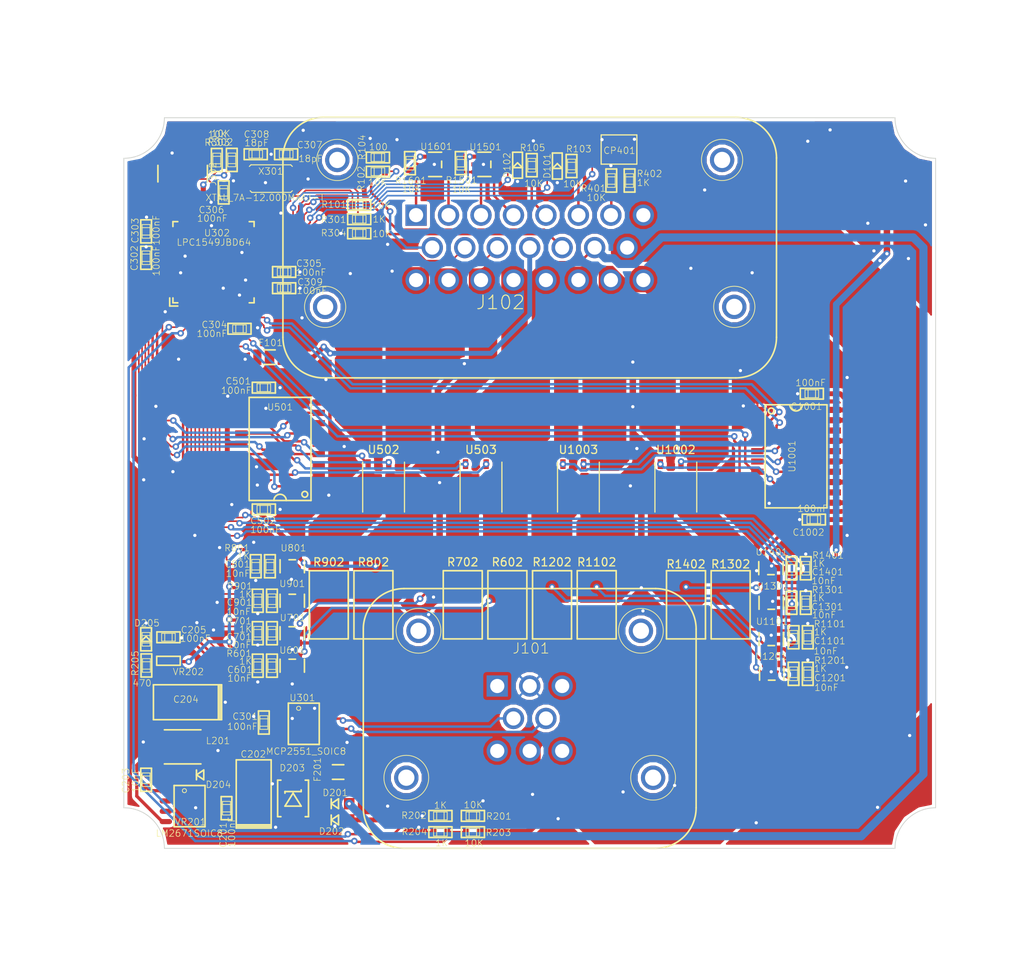
<source format=kicad_pcb>
(kicad_pcb (version 20160815) (host pcbnew "(2017-01-11 revision e99b79c)-master")
  (layers (0 F.Cu signal) (31 B.Cu signal) (34 B.Paste user) (35 F.Paste user) (36 B.SilkS user) (37 F.SilkS user) (38 B.Mask user) (39 F.Mask user) (44 Edge.Cuts user))
  (net 0 "")
  (net 1 GND)
  (net 2 +3V3)
  (net 3 +5V)
  (net 4 VDD)
  (net 5 /lpc1549/GLOW_PLUGS1_SENSE)
  (net 6 /LT1161/SENSE2)
  (net 7 /lpc1549/GLOW_PLUGS2_SENSE)
  (net 8 /lpc1549/CRANE_LIGHT_SENSE)
  (net 9 /EBER_FAN)
  (net 10 "Net-(D201-PadP$2)")
  (net 11 /J1_4)
  (net 12 /J1_5)
  (net 13 +BATT)
  (net 14 /lpc1549/RESET)
  (net 15 "/Power supply/VDDSENSE")
  (net 16 "/Power supply/VBATSENSE")
  (net 17 "Net-(R301-Pad2)")
  (net 18 "Net-(CP401-Pad1)")
  (net 19 "Net-(R601-Pad1)")
  (net 20 /LT1161/sheet58BE8E45/SENSE-)
  (net 21 "Net-(R701-Pad1)")
  (net 22 /LT1161/sheet58BE8E46/SENSE-)
  (net 23 "Net-(R801-Pad1)")
  (net 24 /LT1161/sheet58BE8E47/SENSE-)
  (net 25 "Net-(R901-Pad1)")
  (net 26 /LT1161/sheet58BE8E48/SENSE-)
  (net 27 "Net-(U301-PadP$5)")
  (net 28 /lpc1549/CAN_RX)
  (net 29 /lpc1549/CAN_TX)
  (net 30 /lpc1549/MOTOR_TEMP)
  (net 31 /lpc1549/HYDR_OIL_TEMP)
  (net 32 /lpc1549/FUEL_LEVEL)
  (net 33 /lpc1549/MOTOR_OIL_PRESS)
  (net 34 /lpc1549/ALT_IG)
  (net 35 /lpc1549/ALT_P/RPM)
  (net 36 /lpc1549/ALT_L)
  (net 37 /lpc1549/MOTOR_ON_SENSE)
  (net 38 /lpc1549/MOTOR_START_SENSE)
  (net 39 "Net-(U302-PadP$38)")
  (net 40 "Net-(U302-PadP$39)")
  (net 41 "Net-(U302-PadP$42)")
  (net 42 "Net-(U302-PadP$43)")
  (net 43 "Net-(U302-PadP$46)")
  (net 44 "Net-(U302-PadP$47)")
  (net 45 "Net-(U302-PadP$48)")
  (net 46 "Net-(U302-PadP$49)")
  (net 47 "Net-(U302-PadP$50)")
  (net 48 /lpc1549/GLOW_PLUGS1)
  (net 49 /lpc1549/GLOW_PLUGS2)
  (net 50 /LT1161/IN2)
  (net 51 /lpc1549/CRANE_LIGHT)
  (net 52 "Net-(U501-Pad4)")
  (net 53 "Net-(U501-Pad2)")
  (net 54 "Net-(C201-Pad1)")
  (net 55 "Net-(C203-Pad2)")
  (net 56 "Net-(C203-Pad1)")
  (net 57 "Net-(C307-Pad1)")
  (net 58 "Net-(C308-Pad1)")
  (net 59 /lpc1549/ALT_IG_SENSE)
  (net 60 /lpc1549/MOTOR_WATER_TEMP)
  (net 61 "Net-(D205-Pad2)")
  (net 62 "Net-(F101-PadP$1)")
  (net 63 /GLOW1_15A+)
  (net 64 /GLOW2_15A+)
  (net 65 /STARTER_2A+)
  (net 66 /CRANE_LIGHT_5A+)
  (net 67 /MOTOR_START_20A+)
  (net 68 /MOTOR_ON_2A+)
  (net 69 /ALT_IG+)
  (net 70 /IND1)
  (net 71 /IND2)
  (net 72 /MTEMP+)
  (net 73 /MTEMP-)
  (net 74 /OTEMP+)
  (net 75 /OTEMP-)
  (net 76 "Net-(J302-PadP$2)")
  (net 77 "Net-(J302-PadP$4)")
  (net 78 "Net-(J302-PadP$6)")
  (net 79 "Net-(J302-PadP$7)")
  (net 80 "Net-(J302-PadP$8)")
  (net 81 "Net-(R1101-Pad1)")
  (net 82 /LT1161_2/sheet58BE8E45/SENSE-)
  (net 83 "Net-(R1201-Pad1)")
  (net 84 /LT1161_2/sheet58BE8E46/SENSE-)
  (net 85 "Net-(R1301-Pad1)")
  (net 86 /LT1161_2/sheet58BE8E47/SENSE-)
  (net 87 "Net-(R1401-Pad1)")
  (net 88 /LT1161_2/sheet58BE8E48/SENSE-)
  (net 89 /LT1161_2/IN4)
  (net 90 "Net-(U302-PadP$24)")
  (net 91 /LT1161_2/IN1)
  (net 92 /LT1161_2/IN2)
  (net 93 "Net-(U501-Pad6)")
  (net 94 "Net-(U501-Pad14)")
  (net 95 "Net-(U501-Pad12)")
  (net 96 "Net-(U501-Pad18)")
  (net 97 "Net-(U501-Pad16)")
  (net 98 "Net-(U1001-Pad2)")
  (net 99 "Net-(U1001-Pad4)")
  (net 100 "Net-(U1001-Pad6)")
  (net 101 "Net-(U1001-Pad8)")
  (net 102 "Net-(U1001-Pad12)")
  (net 103 "Net-(U1001-Pad14)")
  (net 104 "Net-(U1001-Pad16)")
  (net 105 "Net-(U1001-Pad18)")
  (net 106 "Net-(VR201-PadP$2)")
  (net 107 "Net-(VR201-PadP$3)")
  (net 108 "Net-(VR201-PadP$5)")
  (net 109 "Net-(U501-Pad8)")
  (net 110 "Net-(U302-PadP$62)")
  (net 111 /ALT_L)
  (net 112 "Net-(J102-PadP$9)")
  (net 113 /ALT_P_RPM)
  (net 114 "Net-(J102-PadP$5)")
  (net 115 "Net-(J102-PadP$6)")
  (net 116 "Net-(U302-PadP$51)")
  (net 117 "Net-(U302-PadP$53)")
  (net 118 "Net-(U302-PadP$54)")
  (net 119 "Net-(U302-PadP$31)")
  (net 120 /lpc1549/PUMP_SENSE)
  (net 121 /PUMP+)
  (module usevolt:SOT-25 (layer F.Cu) (at 138.75 112.5 180)
    (fp_text reference U701 (at -0.05 1.9 180) (layer F.SilkS) (effects (font (size 0.8128 0.8128) (thickness 0.0762))))
    (fp_text value ZXCT1086 hide)
    (pad 1 smd rect (at 0.95 -1.2 180) (size 0.5 0.8) (layers F.Cu F.Paste F.Mask) (net 21 "Net-(R701-Pad1)"))
    (pad 2 smd rect (at 0 -1.2 180) (size 0.5 0.8) (layers F.Cu F.Paste F.Mask) (net 1 GND))
    (pad 3 smd rect (at -0.95 -1.2 180) (size 0.5 0.8) (layers F.Cu F.Paste F.Mask) (net 4 VDD))
    (pad 4 smd rect (at -0.95 1.2 180) (size 0.5 0.8) (layers F.Cu F.Paste F.Mask) (net 22 /LT1161/sheet58BE8E46/SENSE-))
    (pad 5 smd rect (at 0.95 1.2 180) (size 0.5 0.8) (layers F.Cu F.Paste F.Mask) (net 2 +3V3))
  )
  (module usevolt:2512 (layer F.Cu) (at 159.75 109 90)
    (fp_text reference R702 (at 5.25 0 180) (layer F.SilkS))
    (fp_text value LRMAT2512-R002FT4 hide)
    (pad 1 smd rect (at 2.2 0 90) (size 3.1 4) (layers F.Cu F.Paste F.Mask) (net 22 /LT1161/sheet58BE8E46/SENSE-))
    (pad 2 smd rect (at -2.2 0 90) (size 3.1 4) (layers F.Cu F.Paste F.Mask) (net 4 VDD))
  )
  (module kemet:0603 (layer F.Cu) (at 134.25 104.25 270)
    (fp_text reference C801 (at -0.25 2.25) (layer F.SilkS) (effects (font (size 0.8128 0.8128) (thickness 0.0762))))
    (fp_text value 10nF (at 0.9 2.2) (layer F.SilkS) (effects (font (size 0.8128 0.8128) (thickness 0.0762))))
    (pad 2 smd rect (at 0.8382 0 270) (size 0.762 0.9398) (layers F.Cu F.Paste F.Mask) (net 1 GND))
    (pad 1 smd rect (at -0.8382 0 270) (size 0.762 0.9398) (layers F.Cu F.Paste F.Mask) (net 7 /lpc1549/GLOW_PLUGS2_SENSE))
  )
  (module multicomp:0603 (layer F.Cu) (at 157 137)
    (fp_text reference R204 (at -3.2 -0.05) (layer F.SilkS) (effects (font (size 0.8128 0.8128) (thickness 0.0762))))
    (fp_text value 1K (at 0.1524 1.3462) (layer F.SilkS) (effects (font (size 0.8128 0.8128) (thickness 0.0762))))
    (pad 1 smd rect (at -0.8382 0) (size 0.762 0.9398) (layers F.Cu F.Paste F.Mask) (net 1 GND))
    (pad 2 smd rect (at 0.8382 0) (size 0.762 0.9398) (layers F.Cu F.Paste F.Mask) (net 16 "/Power supply/VBATSENSE"))
  )
  (module kemet:0603 (layer F.Cu) (at 134.5 112.5 270)
    (fp_text reference C701 (at 0.45 2.3) (layer F.SilkS) (effects (font (size 0.8128 0.8128) (thickness 0.0762))))
    (fp_text value 10nF (at 1.45 2.3) (layer F.SilkS) (effects (font (size 0.8128 0.8128) (thickness 0.0762))))
    (pad 1 smd rect (at -0.8382 0 270) (size 0.762 0.9398) (layers F.Cu F.Paste F.Mask) (net 6 /LT1161/SENSE2))
    (pad 2 smd rect (at 0.8382 0 270) (size 0.762 0.9398) (layers F.Cu F.Paste F.Mask) (net 1 GND))
  )
  (module kemet:0603 (layer F.Cu) (at 134.5 116.5 270)
    (fp_text reference C601 (at 0.5 2.2) (layer F.SilkS) (effects (font (size 0.8128 0.8128) (thickness 0.0762))))
    (fp_text value 10nF (at 1.55 2.25) (layer F.SilkS) (effects (font (size 0.8128 0.8128) (thickness 0.0762))))
    (pad 2 smd rect (at 0.8382 0 270) (size 0.762 0.9398) (layers F.Cu F.Paste F.Mask) (net 1 GND))
    (pad 1 smd rect (at -0.8382 0 270) (size 0.762 0.9398) (layers F.Cu F.Paste F.Mask) (net 5 /lpc1549/GLOW_PLUGS1_SENSE))
  )
  (module multicomp:0603 (layer F.Cu) (at 161 137)
    (fp_text reference R203 (at 3.15 0.05) (layer F.SilkS) (effects (font (size 0.8128 0.8128) (thickness 0.0762))))
    (fp_text value 10K (at 0.1524 1.3462) (layer F.SilkS) (effects (font (size 0.8128 0.8128) (thickness 0.0762))))
    (pad 2 smd rect (at 0.8382 0) (size 0.762 0.9398) (layers F.Cu F.Paste F.Mask) (net 13 +BATT))
    (pad 1 smd rect (at -0.8382 0) (size 0.762 0.9398) (layers F.Cu F.Paste F.Mask) (net 16 "/Power supply/VBATSENSE"))
  )
  (module usevolt:SOT-25 (layer F.Cu) (at 138.75 116.5 180)
    (fp_text reference U601 (at 0 1.9 180) (layer F.SilkS) (effects (font (size 0.8128 0.8128) (thickness 0.0762))))
    (fp_text value ZXCT1086 hide)
    (pad 5 smd rect (at 0.95 1.2 180) (size 0.5 0.8) (layers F.Cu F.Paste F.Mask) (net 2 +3V3))
    (pad 4 smd rect (at -0.95 1.2 180) (size 0.5 0.8) (layers F.Cu F.Paste F.Mask) (net 20 /LT1161/sheet58BE8E45/SENSE-))
    (pad 3 smd rect (at -0.95 -1.2 180) (size 0.5 0.8) (layers F.Cu F.Paste F.Mask) (net 4 VDD))
    (pad 2 smd rect (at 0 -1.2 180) (size 0.5 0.8) (layers F.Cu F.Paste F.Mask) (net 1 GND))
    (pad 1 smd rect (at 0.95 -1.2 180) (size 0.5 0.8) (layers F.Cu F.Paste F.Mask) (net 19 "Net-(R601-Pad1)"))
  )
  (module usevolt:SOT-25 (layer F.Cu) (at 138.75 108.5 180)
    (fp_text reference U901 (at 0 2.1 180) (layer F.SilkS) (effects (font (size 0.8128 0.8128) (thickness 0.0762))))
    (fp_text value ZXCT1086 hide)
    (pad 1 smd rect (at 0.95 -1.2 180) (size 0.5 0.8) (layers F.Cu F.Paste F.Mask) (net 25 "Net-(R901-Pad1)"))
    (pad 2 smd rect (at 0 -1.2 180) (size 0.5 0.8) (layers F.Cu F.Paste F.Mask) (net 1 GND))
    (pad 3 smd rect (at -0.95 -1.2 180) (size 0.5 0.8) (layers F.Cu F.Paste F.Mask) (net 4 VDD))
    (pad 4 smd rect (at -0.95 1.2 180) (size 0.5 0.8) (layers F.Cu F.Paste F.Mask) (net 26 /LT1161/sheet58BE8E48/SENSE-))
    (pad 5 smd rect (at 0.95 1.2 180) (size 0.5 0.8) (layers F.Cu F.Paste F.Mask) (net 2 +3V3))
  )
  (module usevolt:PG-TDSON-8-4 (layer F.Cu) (at 150 94.5 180)
    (fp_text reference U502 (at 0 4.6 180) (layer F.SilkS))
    (fp_text value MOSFET_IPG20N04S4L11ATMA1 hide)
    (pad 1 smd rect (at -1.905 2.825 180) (size 0.65 1.2) (layers F.Cu F.Paste F.Mask) (net 64 /GLOW2_15A+))
    (pad 2 smd rect (at -0.635 2.825 180) (size 0.65 1.2) (layers F.Cu F.Paste F.Mask) (net 94 "Net-(U501-Pad14)"))
    (pad 3 smd rect (at 0.635 2.825 180) (size 0.65 1.2) (layers F.Cu F.Paste F.Mask) (net 66 /CRANE_LIGHT_5A+))
    (pad 4 smd rect (at 1.905 2.825 180) (size 0.65 1.2) (layers F.Cu F.Paste F.Mask) (net 95 "Net-(U501-Pad12)"))
    (pad 5 smd rect (at -1.35 -0.925 180) (size 2.3 5) (layers F.Cu F.Paste F.Mask) (net 24 /LT1161/sheet58BE8E47/SENSE-))
    (pad 6 smd rect (at 1.35 -0.925 180) (size 2.3 5) (layers F.Cu F.Paste F.Mask) (net 26 /LT1161/sheet58BE8E48/SENSE-))
  )
  (module usevolt:SOT-25 (layer F.Cu) (at 138.75 104.25 180)
    (fp_text reference U801 (at -0.15 2.25 180) (layer F.SilkS) (effects (font (size 0.8128 0.8128) (thickness 0.0762))))
    (fp_text value ZXCT1086 hide)
    (pad 5 smd rect (at 0.95 1.2 180) (size 0.5 0.8) (layers F.Cu F.Paste F.Mask) (net 2 +3V3))
    (pad 4 smd rect (at -0.95 1.2 180) (size 0.5 0.8) (layers F.Cu F.Paste F.Mask) (net 24 /LT1161/sheet58BE8E47/SENSE-))
    (pad 3 smd rect (at -0.95 -1.2 180) (size 0.5 0.8) (layers F.Cu F.Paste F.Mask) (net 4 VDD))
    (pad 2 smd rect (at 0 -1.2 180) (size 0.5 0.8) (layers F.Cu F.Paste F.Mask) (net 1 GND))
    (pad 1 smd rect (at 0.95 -1.2 180) (size 0.5 0.8) (layers F.Cu F.Paste F.Mask) (net 23 "Net-(R801-Pad1)"))
  )
  (module multicomp:0603 (layer F.Cu) (at 157 135)
    (fp_text reference R202 (at -3.25 -0.05) (layer F.SilkS) (effects (font (size 0.8128 0.8128) (thickness 0.0762))))
    (fp_text value 1K (at 0 -1.3) (layer F.SilkS) (effects (font (size 0.8128 0.8128) (thickness 0.0762))))
    (pad 2 smd rect (at 0.8382 0) (size 0.762 0.9398) (layers F.Cu F.Paste F.Mask) (net 15 "/Power supply/VDDSENSE"))
    (pad 1 smd rect (at -0.8382 0) (size 0.762 0.9398) (layers F.Cu F.Paste F.Mask) (net 1 GND))
  )
  (module multicomp:0603 (layer F.Cu) (at 161 135)
    (fp_text reference R201 (at 3.2 0.05) (layer F.SilkS) (effects (font (size 0.8128 0.8128) (thickness 0.0762))))
    (fp_text value 10K (at 0.05 -1.35) (layer F.SilkS) (effects (font (size 0.8128 0.8128) (thickness 0.0762))))
    (pad 2 smd rect (at 0.8382 0) (size 0.762 0.9398) (layers F.Cu F.Paste F.Mask) (net 4 VDD))
    (pad 1 smd rect (at -0.8382 0) (size 0.762 0.9398) (layers F.Cu F.Paste F.Mask) (net 15 "/Power supply/VDDSENSE"))
  )
  (module multicomp:0603 (layer F.Cu) (at 136.25 112.5 90)
    (fp_text reference R701 (at 1.5 -4.05 180) (layer F.SilkS) (effects (font (size 0.8128 0.8128) (thickness 0.0762))))
    (fp_text value 1K (at 0.5 -3.25 180) (layer F.SilkS) (effects (font (size 0.8128 0.8128) (thickness 0.0762))))
    (pad 2 smd rect (at 0.8382 0 90) (size 0.762 0.9398) (layers F.Cu F.Paste F.Mask) (net 6 /LT1161/SENSE2))
    (pad 1 smd rect (at -0.8382 0 90) (size 0.762 0.9398) (layers F.Cu F.Paste F.Mask) (net 21 "Net-(R701-Pad1)"))
  )
  (module kemet:0603 (layer F.Cu) (at 134.5 108.5 270)
    (fp_text reference C901 (at 0.2 2.25) (layer F.SilkS) (effects (font (size 0.8128 0.8128) (thickness 0.0762))))
    (fp_text value 10nF (at 1.35 2.35) (layer F.SilkS) (effects (font (size 0.8128 0.8128) (thickness 0.0762))))
    (pad 2 smd rect (at 0.8382 0 270) (size 0.762 0.9398) (layers F.Cu F.Paste F.Mask) (net 1 GND))
    (pad 1 smd rect (at -0.8382 0 270) (size 0.762 0.9398) (layers F.Cu F.Paste F.Mask) (net 8 /lpc1549/CRANE_LIGHT_SENSE))
  )
  (module usevolt:2512 (layer F.Cu) (at 148.75 109 90)
    (fp_text reference R802 (at 5.25 0 180) (layer F.SilkS))
    (fp_text value LRMAT2512-R002FT4 hide)
    (pad 2 smd rect (at -2.2 0 90) (size 3.1 4) (layers F.Cu F.Paste F.Mask) (net 4 VDD))
    (pad 1 smd rect (at 2.2 0 90) (size 3.1 4) (layers F.Cu F.Paste F.Mask) (net 24 /LT1161/sheet58BE8E47/SENSE-))
  )
  (module kemet:7343 (layer F.Cu) (at 134 132.2 270)
    (fp_text reference C202 (at -4.8 0.05) (layer F.SilkS) (effects (font (size 0.8128 0.8128) (thickness 0.0762))))
    (fp_text value T491D226K035AT hide)
    (pad - smd rect (at 2.9 0 270) (size 1.8 2.7) (layers F.Cu F.Paste F.Mask) (net 1 GND))
    (pad + smd rect (at -2.9 0 270) (size 1.8 2.7) (layers F.Cu F.Paste F.Mask) (net 54 "Net-(C201-Pad1)"))
  )
  (module usevolt:IND_744045210 (layer F.Cu) (at 125.25 126.5 180)
    (fp_text reference L201 (at -4.35 0.75 180) (layer F.SilkS) (effects (font (size 0.8128 0.8128) (thickness 0.0762))))
    (fp_text value IND_744045210 hide)
    (pad 1 smd rect (at -1.7 0 180) (size 2 3.6) (layers F.Cu F.Paste F.Mask) (net 55 "Net-(C203-Pad2)"))
    (pad 2 smd rect (at 1.7 0 180) (size 2 3.6) (layers F.Cu F.Paste F.Mask) (net 3 +5V))
  )
  (module multicomp:0603 (layer F.Cu) (at 136 104.25 90)
    (fp_text reference R801 (at 2.25 -4.05 180) (layer F.SilkS) (effects (font (size 0.8128 0.8128) (thickness 0.0762))))
    (fp_text value 1K (at 1.25 -3.25 180) (layer F.SilkS) (effects (font (size 0.8128 0.8128) (thickness 0.0762))))
    (pad 1 smd rect (at -0.8382 0 90) (size 0.762 0.9398) (layers F.Cu F.Paste F.Mask) (net 23 "Net-(R801-Pad1)"))
    (pad 2 smd rect (at 0.8382 0 90) (size 0.762 0.9398) (layers F.Cu F.Paste F.Mask) (net 7 /lpc1549/GLOW_PLUGS2_SENSE))
  )
  (module multicomp:0603 (layer F.Cu) (at 136.25 116.5 90)
    (fp_text reference R601 (at 1.5 -4.05 180) (layer F.SilkS) (effects (font (size 0.8128 0.8128) (thickness 0.0762))))
    (fp_text value 1K (at 0.55 -3.25 180) (layer F.SilkS) (effects (font (size 0.8128 0.8128) (thickness 0.0762))))
    (pad 1 smd rect (at -0.8382 0 90) (size 0.762 0.9398) (layers F.Cu F.Paste F.Mask) (net 19 "Net-(R601-Pad1)"))
    (pad 2 smd rect (at 0.8382 0 90) (size 0.762 0.9398) (layers F.Cu F.Paste F.Mask) (net 5 /lpc1549/GLOW_PLUGS1_SENSE))
  )
  (module usevolt:DO219AB (layer F.Cu) (at 144 135.5 180)
    (fp_text reference D202 (at 0.4 -1.4 180) (layer F.SilkS) (effects (font (size 0.8128 0.8128) (thickness 0.0762))))
    (fp_text value DIODE_RS07J-GS18 hide)
    (pad P$1 smd rect (at -1.7653 0 180) (size 1.29794 1.39954) (layers F.Cu F.Paste F.Mask) (net 4 VDD))
    (pad P$2 smd rect (at 1.7653 0 180) (size 1.29794 1.39954) (layers F.Cu F.Paste F.Mask) (net 10 "Net-(D201-PadP$2)"))
  )
  (module kemet:0603 (layer F.Cu) (at 135.25 82.25)
    (fp_text reference C501 (at -3.15 -0.8) (layer F.SilkS) (effects (font (size 0.8128 0.8128) (thickness 0.0762))))
    (fp_text value 100nF (at -3.4 0.35) (layer F.SilkS) (effects (font (size 0.8128 0.8128) (thickness 0.0762))))
    (pad 2 smd rect (at 0.8382 0) (size 0.762 0.9398) (layers F.Cu F.Paste F.Mask) (net 1 GND))
    (pad 1 smd rect (at -0.8382 0) (size 0.762 0.9398) (layers F.Cu F.Paste F.Mask) (net 4 VDD))
  )
  (module usevolt:2512 (layer F.Cu) (at 143.25 109 90)
    (fp_text reference R902 (at 5.25 0 180) (layer F.SilkS))
    (fp_text value LRMAT2512-R002FT4 hide)
    (pad 1 smd rect (at 2.2 0 90) (size 3.1 4) (layers F.Cu F.Paste F.Mask) (net 26 /LT1161/sheet58BE8E48/SENSE-))
    (pad 2 smd rect (at -2.2 0 90) (size 3.1 4) (layers F.Cu F.Paste F.Mask) (net 4 VDD))
  )
  (module kemet:0603 (layer F.Cu) (at 135.25 97.25)
    (fp_text reference C502 (at -0.1 1.4) (layer F.SilkS) (effects (font (size 0.8128 0.8128) (thickness 0.0762))))
    (fp_text value 100nF (at 0.2 2.5) (layer F.SilkS) (effects (font (size 0.8128 0.8128) (thickness 0.0762))))
    (pad 2 smd rect (at 0.8382 0) (size 0.762 0.9398) (layers F.Cu F.Paste F.Mask) (net 1 GND))
    (pad 1 smd rect (at -0.8382 0) (size 0.762 0.9398) (layers F.Cu F.Paste F.Mask) (net 4 VDD))
  )
  (module usevolt:DO219AB (layer F.Cu) (at 144 133.5 180)
    (fp_text reference D201 (at -0.05 1.35 180) (layer F.SilkS) (effects (font (size 0.8128 0.8128) (thickness 0.0762))))
    (fp_text value DIODE_RS07J-GS18 hide)
    (pad P$1 smd rect (at -1.7653 0 180) (size 1.29794 1.39954) (layers F.Cu F.Paste F.Mask) (net 9 /EBER_FAN))
    (pad P$2 smd rect (at 1.7653 0 180) (size 1.29794 1.39954) (layers F.Cu F.Paste F.Mask) (net 10 "Net-(D201-PadP$2)"))
  )
  (module multicomp:0603 (layer F.Cu) (at 136.25 108.5 90)
    (fp_text reference R901 (at 1.8 -3.95 180) (layer F.SilkS) (effects (font (size 0.8128 0.8128) (thickness 0.0762))))
    (fp_text value 1K (at 0.8 -3.25 180) (layer F.SilkS) (effects (font (size 0.8128 0.8128) (thickness 0.0762))))
    (pad 1 smd rect (at -0.8382 0 90) (size 0.762 0.9398) (layers F.Cu F.Paste F.Mask) (net 25 "Net-(R901-Pad1)"))
    (pad 2 smd rect (at 0.8382 0 90) (size 0.762 0.9398) (layers F.Cu F.Paste F.Mask) (net 8 /lpc1549/CRANE_LIGHT_SENSE))
  )
  (module usevolt:2512 (layer F.Cu) (at 165.25 109 90)
    (fp_text reference R602 (at 5.25 0 180) (layer F.SilkS))
    (fp_text value LRMAT2512-R002FT4 hide)
    (pad 2 smd rect (at -2.2 0 90) (size 3.1 4) (layers F.Cu F.Paste F.Mask) (net 4 VDD))
    (pad 1 smd rect (at 2.2 0 90) (size 3.1 4) (layers F.Cu F.Paste F.Mask) (net 20 /LT1161/sheet58BE8E45/SENSE-))
  )
  (module kemet:0603 (layer F.Cu) (at 135.25 123.5 90)
    (fp_text reference C301 (at 0.75 -2.3 180) (layer F.SilkS) (effects (font (size 0.8128 0.8128) (thickness 0.0762))))
    (fp_text value 100nF (at -0.5 -2.65 180) (layer F.SilkS) (effects (font (size 0.8128 0.8128) (thickness 0.0762))))
    (pad 1 smd rect (at -0.8382 0 90) (size 0.762 0.9398) (layers F.Cu F.Paste F.Mask) (net 3 +5V))
    (pad 2 smd rect (at 0.8382 0 90) (size 0.762 0.9398) (layers F.Cu F.Paste F.Mask) (net 1 GND))
  )
  (module multicomp:0603 (layer F.Cu) (at 147 61.5 180)
    (fp_text reference R301 (at 3.15 -0.05 180) (layer F.SilkS) (effects (font (size 0.8128 0.8128) (thickness 0.0762))))
    (fp_text value 1K (at -2.45 0 180) (layer F.SilkS) (effects (font (size 0.8128 0.8128) (thickness 0.0762))))
    (pad 1 smd rect (at -0.8382 0 180) (size 0.762 0.9398) (layers F.Cu F.Paste F.Mask) (net 9 /EBER_FAN))
    (pad 2 smd rect (at 0.8382 0 180) (size 0.762 0.9398) (layers F.Cu F.Paste F.Mask) (net 17 "Net-(R301-Pad2)"))
  )
  (module multicomp:0603 (layer F.Cu) (at 131.3 54.2 90)
    (fp_text reference R302 (at 2.2 -1.4 180) (layer F.SilkS) (effects (font (size 0.8128 0.8128) (thickness 0.0762))))
    (fp_text value 10K (at 3.25 -1.35 180) (layer F.SilkS) (effects (font (size 0.8128 0.8128) (thickness 0.0762))))
    (pad 1 smd rect (at -0.8382 0 90) (size 0.762 0.9398) (layers F.Cu F.Paste F.Mask) (net 76 "Net-(J302-PadP$2)"))
    (pad 2 smd rect (at 0.8382 0 90) (size 0.762 0.9398) (layers F.Cu F.Paste F.Mask) (net 2 +3V3))
  )
  (module multicomp:0603 (layer F.Cu) (at 129.45 54.2118 90)
    (fp_text reference R303 (at 2.15 0.05 180) (layer F.SilkS) (effects (font (size 0.8128 0.8128) (thickness 0.0762))))
    (fp_text value 10K (at 3.15 0.1 180) (layer F.SilkS) (effects (font (size 0.8128 0.8128) (thickness 0.0762))))
    (pad 2 smd rect (at 0.8382 0 90) (size 0.762 0.9398) (layers F.Cu F.Paste F.Mask) (net 2 +3V3))
    (pad 1 smd rect (at -0.8382 0 90) (size 0.762 0.9398) (layers F.Cu F.Paste F.Mask) (net 77 "Net-(J302-PadP$4)"))
  )
  (module multicomp:0603 (layer F.Cu) (at 178.05 56.7382 270)
    (fp_text reference R401 (at 0.9618 2.2) (layer F.SilkS) (effects (font (size 0.8128 0.8128) (thickness 0.0762))))
    (fp_text value 10K (at 2.1118 1.85) (layer F.SilkS) (effects (font (size 0.8128 0.8128) (thickness 0.0762))))
    (pad 1 smd rect (at -0.8382 0 270) (size 0.762 0.9398) (layers F.Cu F.Paste F.Mask) (net 1 GND))
    (pad 2 smd rect (at 0.8382 0 270) (size 0.762 0.9398) (layers F.Cu F.Paste F.Mask) (net 113 /ALT_P_RPM))
  )
  (module usevolt:SOIC8 (layer F.Cu) (at 140.171 123.655)
    (fp_text reference U301 (at -0.171 -3.205) (layer F.SilkS) (effects (font (size 0.8128 0.8128) (thickness 0.0762))))
    (fp_text value MCP2551_SOIC8 (at 0.279 3.395) (layer F.SilkS) (effects (font (size 0.8128 0.8128) (thickness 0.0762))))
    (pad P$8 smd oval (at 2.921 -1.905 270) (size 0.635 1.524) (layers F.Cu F.Paste F.Mask) (net 1 GND))
    (pad P$7 smd oval (at 2.921 -0.635 270) (size 0.635 1.524) (layers F.Cu F.Paste F.Mask) (net 11 /J1_4))
    (pad P$6 smd oval (at 2.921 0.635 270) (size 0.635 1.524) (layers F.Cu F.Paste F.Mask) (net 12 /J1_5))
    (pad P$5 smd oval (at 2.921 1.905 270) (size 0.635 1.524) (layers F.Cu F.Paste F.Mask) (net 27 "Net-(U301-PadP$5)"))
    (pad P$4 smd oval (at -2.921 1.905 270) (size 0.635 1.524) (layers F.Cu F.Paste F.Mask) (net 28 /lpc1549/CAN_RX))
    (pad P$3 smd oval (at -2.921 0.635 270) (size 0.635 1.524) (layers F.Cu F.Paste F.Mask) (net 3 +5V))
    (pad P$2 smd oval (at -2.921 -0.635 270) (size 0.635 1.524) (layers F.Cu F.Paste F.Mask) (net 1 GND))
    (pad P$1 smd rect (at -2.921 -1.905 270) (size 0.635 1.524) (layers F.Cu F.Paste F.Mask) (net 29 /lpc1549/CAN_TX))
  )
  (module usevolt:QFP64 (layer F.Cu) (at 129.05 66.8)
    (fp_text reference U302 (at 0.4318 -3.60426) (layer F.SilkS) (effects (font (size 0.8128 0.8128) (thickness 0.0762))))
    (fp_text value LPC1549JBD64 (at 0.05 -2.45) (layer F.SilkS) (effects (font (size 0.8128 0.8128) (thickness 0.0762))))
    (pad P$1 smd rect (at -3.81 5.89788) (size 0.39878 1.4986) (layers F.Cu F.Paste F.Mask) (net 16 "/Power supply/VBATSENSE"))
    (pad P$2 smd rect (at -3.24866 5.89788) (size 0.2794 1.4986) (layers F.Cu F.Paste F.Mask) (net 15 "/Power supply/VDDSENSE"))
    (pad P$3 smd rect (at -2.74828 5.89788) (size 0.2794 1.4986) (layers F.Cu F.Paste F.Mask) (net 5 /lpc1549/GLOW_PLUGS1_SENSE))
    (pad P$4 smd rect (at -2.2479 5.89788) (size 0.2794 1.4986) (layers F.Cu F.Paste F.Mask) (net 6 /LT1161/SENSE2))
    (pad P$5 smd rect (at -1.74752 5.89788) (size 0.2794 1.4986) (layers F.Cu F.Paste F.Mask) (net 8 /lpc1549/CRANE_LIGHT_SENSE))
    (pad P$6 smd rect (at -1.24968 5.89788) (size 0.2794 1.4986) (layers F.Cu F.Paste F.Mask) (net 7 /lpc1549/GLOW_PLUGS2_SENSE))
    (pad P$7 smd rect (at -0.7493 5.89788) (size 0.2794 1.4986) (layers F.Cu F.Paste F.Mask) (net 37 /lpc1549/MOTOR_ON_SENSE))
    (pad P$8 smd rect (at -0.24892 5.89788) (size 0.2794 1.4986) (layers F.Cu F.Paste F.Mask) (net 38 /lpc1549/MOTOR_START_SENSE))
    (pad P$9 smd rect (at 0.24892 5.89788) (size 0.2794 1.4986) (layers F.Cu F.Paste F.Mask) (net 59 /lpc1549/ALT_IG_SENSE))
    (pad P$10 smd rect (at 0.7493 5.89788) (size 0.2794 1.4986) (layers F.Cu F.Paste F.Mask) (net 120 /lpc1549/PUMP_SENSE))
    (pad P$11 smd rect (at 1.24968 5.89788) (size 0.2794 1.4986) (layers F.Cu F.Paste F.Mask) (net 89 /LT1161_2/IN4))
    (pad P$12 smd rect (at 1.74752 5.89788) (size 0.2794 1.4986) (layers F.Cu F.Paste F.Mask) (net 34 /lpc1549/ALT_IG))
    (pad P$13 smd rect (at 2.2479 5.89788) (size 0.2794 1.4986) (layers F.Cu F.Paste F.Mask) (net 2 +3V3))
    (pad P$14 smd rect (at 2.74828 5.89788) (size 0.2794 1.4986) (layers F.Cu F.Paste F.Mask) (net 1 GND))
    (pad P$15 smd rect (at 3.24866 5.89788) (size 0.2794 1.4986) (layers F.Cu F.Paste F.Mask) (net 92 /LT1161_2/IN2))
    (pad P$16 smd rect (at 3.81 5.89788) (size 0.39878 1.4986) (layers F.Cu F.Paste F.Mask) (net 91 /LT1161_2/IN1))
    (pad P$17 smd rect (at 5.89788 3.81 90) (size 0.39878 1.4986) (layers F.Cu F.Paste F.Mask) (net 70 /IND1))
    (pad P$18 smd rect (at 5.89788 3.24866 90) (size 0.2794 1.4986) (layers F.Cu F.Paste F.Mask) (net 2 +3V3))
    (pad P$19 smd rect (at 5.89788 2.74828 90) (size 0.2794 1.4986) (layers F.Cu F.Paste F.Mask) (net 71 /IND2))
    (pad P$20 smd rect (at 5.89788 2.2479 90) (size 0.2794 1.4986) (layers F.Cu F.Paste F.Mask) (net 2 +3V3))
    (pad P$21 smd rect (at 5.89788 1.74752 90) (size 0.2794 1.4986) (layers F.Cu F.Paste F.Mask) (net 1 GND))
    (pad P$22 smd rect (at 5.89788 1.24968 90) (size 0.2794 1.4986) (layers F.Cu F.Paste F.Mask) (net 2 +3V3))
    (pad P$23 smd rect (at 5.89788 0.7493 90) (size 0.2794 1.4986) (layers F.Cu F.Paste F.Mask) (net 35 /lpc1549/ALT_P/RPM))
    (pad P$24 smd rect (at 5.89788 0.24892 90) (size 0.2794 1.4986) (layers F.Cu F.Paste F.Mask) (net 90 "Net-(U302-PadP$24)"))
    (pad P$25 smd rect (at 5.89788 -0.24892 90) (size 0.2794 1.4986) (layers F.Cu F.Paste F.Mask) (net 33 /lpc1549/MOTOR_OIL_PRESS))
    (pad P$26 smd rect (at 5.89788 -0.7493 90) (size 0.2794 1.4986) (layers F.Cu F.Paste F.Mask) (net 1 GND))
    (pad P$27 smd rect (at 5.89788 -1.24968 90) (size 0.2794 1.4986) (layers F.Cu F.Paste F.Mask) (net 1 GND))
    (pad P$28 smd rect (at 5.89788 -1.74752 90) (size 0.2794 1.4986) (layers F.Cu F.Paste F.Mask) (net 60 /lpc1549/MOTOR_WATER_TEMP))
    (pad P$29 smd rect (at 5.89788 -2.2479 90) (size 0.2794 1.4986) (layers F.Cu F.Paste F.Mask) (net 30 /lpc1549/MOTOR_TEMP))
    (pad P$30 smd rect (at 5.89788 -2.74828 90) (size 0.2794 1.4986) (layers F.Cu F.Paste F.Mask) (net 31 /lpc1549/HYDR_OIL_TEMP))
    (pad P$31 smd rect (at 5.89788 -3.24866 90) (size 0.2794 1.4986) (layers F.Cu F.Paste F.Mask) (net 119 "Net-(U302-PadP$31)"))
    (pad P$32 smd rect (at 5.89788 -3.81 90) (size 0.39878 1.4986) (layers F.Cu F.Paste F.Mask) (net 32 /lpc1549/FUEL_LEVEL))
    (pad P$33 smd rect (at 3.81 -5.89788) (size 0.39878 1.4986) (layers F.Cu F.Paste F.Mask) (net 36 /lpc1549/ALT_L))
    (pad P$34 smd rect (at 3.24866 -5.89788) (size 0.2794 1.4986) (layers F.Cu F.Paste F.Mask) (net 17 "Net-(R301-Pad2)"))
    (pad P$35 smd rect (at 2.74828 -5.89788) (size 0.2794 1.4986) (layers F.Cu F.Paste F.Mask) (net 57 "Net-(C307-Pad1)"))
    (pad P$36 smd rect (at 2.2479 -5.89788) (size 0.2794 1.4986) (layers F.Cu F.Paste F.Mask) (net 58 "Net-(C308-Pad1)"))
    (pad P$37 smd rect (at 1.74752 -5.89788) (size 0.2794 1.4986) (layers F.Cu F.Paste F.Mask) (net 2 +3V3))
    (pad P$38 smd rect (at 1.24968 -5.89788) (size 0.2794 1.4986) (layers F.Cu F.Paste F.Mask) (net 39 "Net-(U302-PadP$38)"))
    (pad P$39 smd rect (at 0.7493 -5.89788) (size 0.2794 1.4986) (layers F.Cu F.Paste F.Mask) (net 40 "Net-(U302-PadP$39)"))
    (pad P$40 smd rect (at 0.24892 -5.89788) (size 0.2794 1.4986) (layers F.Cu F.Paste F.Mask) (net 77 "Net-(J302-PadP$4)"))
    (pad P$41 smd rect (at -0.24892 -5.89788) (size 0.2794 1.4986) (layers F.Cu F.Paste F.Mask) (net 1 GND))
    (pad P$42 smd rect (at -0.7493 -5.89788) (size 0.2794 1.4986) (layers F.Cu F.Paste F.Mask) (net 41 "Net-(U302-PadP$42)"))
    (pad P$43 smd rect (at -1.24968 -5.89788) (size 0.2794 1.4986) (layers F.Cu F.Paste F.Mask) (net 42 "Net-(U302-PadP$43)"))
    (pad P$44 smd rect (at -1.74752 -5.89788) (size 0.2794 1.4986) (layers F.Cu F.Paste F.Mask) (net 76 "Net-(J302-PadP$2)"))
    (pad P$45 smd rect (at -2.2479 -5.89788) (size 0.2794 1.4986) (layers F.Cu F.Paste F.Mask) (net 14 /lpc1549/RESET))
    (pad P$46 smd rect (at -2.74828 -5.89788) (size 0.2794 1.4986) (layers F.Cu F.Paste F.Mask) (net 43 "Net-(U302-PadP$46)"))
    (pad P$47 smd rect (at -3.24866 -5.89788) (size 0.2794 1.4986) (layers F.Cu F.Paste F.Mask) (net 44 "Net-(U302-PadP$47)"))
    (pad P$48 smd rect (at -3.81 -5.89788) (size 0.39878 1.4986) (layers F.Cu F.Paste F.Mask) (net 45 "Net-(U302-PadP$48)"))
    (pad P$49 smd rect (at -5.89788 -3.81 90) (size 0.39878 1.4986) (layers F.Cu F.Paste F.Mask) (net 46 "Net-(U302-PadP$49)"))
    (pad P$50 smd rect (at -5.89788 -3.24866 90) (size 0.2794 1.4986) (layers F.Cu F.Paste F.Mask) (net 47 "Net-(U302-PadP$50)"))
    (pad P$51 smd rect (at -5.89788 -2.74828 90) (size 0.2794 1.4986) (layers F.Cu F.Paste F.Mask) (net 116 "Net-(U302-PadP$51)"))
    (pad P$52 smd rect (at -5.89788 -2.2479 90) (size 0.2794 1.4986) (layers F.Cu F.Paste F.Mask) (net 2 +3V3))
    (pad P$53 smd rect (at -5.89788 -1.74752 90) (size 0.2794 1.4986) (layers F.Cu F.Paste F.Mask) (net 117 "Net-(U302-PadP$53)"))
    (pad P$54 smd rect (at -5.89788 -1.24968 90) (size 0.2794 1.4986) (layers F.Cu F.Paste F.Mask) (net 118 "Net-(U302-PadP$54)"))
    (pad P$55 smd rect (at -5.89788 -0.7493 90) (size 0.2794 1.4986) (layers F.Cu F.Paste F.Mask) (net 1 GND))
    (pad P$56 smd rect (at -5.89788 -0.24892 90) (size 0.2794 1.4986) (layers F.Cu F.Paste F.Mask) (net 1 GND))
    (pad P$57 smd rect (at -5.89788 0.24892 90) (size 0.2794 1.4986) (layers F.Cu F.Paste F.Mask) (net 2 +3V3))
    (pad P$58 smd rect (at -5.89788 0.7493 90) (size 0.2794 1.4986) (layers F.Cu F.Paste F.Mask) (net 48 /lpc1549/GLOW_PLUGS1))
    (pad P$59 smd rect (at -5.89788 1.24968 90) (size 0.2794 1.4986) (layers F.Cu F.Paste F.Mask) (net 50 /LT1161/IN2))
    (pad P$60 smd rect (at -5.89788 1.74752 90) (size 0.2794 1.4986) (layers F.Cu F.Paste F.Mask) (net 49 /lpc1549/GLOW_PLUGS2))
    (pad P$61 smd rect (at -5.89788 2.2479 90) (size 0.2794 1.4986) (layers F.Cu F.Paste F.Mask) (net 51 /lpc1549/CRANE_LIGHT))
    (pad P$62 smd rect (at -5.89788 2.74828 90) (size 0.2794 1.4986) (layers F.Cu F.Paste F.Mask) (net 110 "Net-(U302-PadP$62)"))
    (pad P$63 smd rect (at -5.89788 3.24866 90) (size 0.2794 1.4986) (layers F.Cu F.Paste F.Mask) (net 29 /lpc1549/CAN_TX))
    (pad P$64 smd rect (at -5.89788 3.81 90) (size 0.39878 1.4986) (layers F.Cu F.Paste F.Mask) (net 28 /lpc1549/CAN_RX))
  )
  (module usevolt:AMPSEAL_8_POS_776275-1 (layer F.Cu) (at 168 123)
    (fp_text reference J101 (at 0.17272 -8.63346) (layer F.SilkS) (effects (font (size 1.27 1.27) (thickness 0.1016))))
    (fp_text value AMPSEAL_8_POS_1-776276-1 hide)
    (pad P$1 thru_hole rect (at -3.99796 -3.99796) (size 2.62382 2.62382) (drill 1.74752) (layers *.Cu *.Mask) (net 4 VDD))
    (pad P$2 thru_hole circle (at 0 -3.99796) (size 2.62382 2.62382) (drill 1.74752) (layers *.Cu *.Mask) (net 1 GND))
    (pad P$3 thru_hole circle (at 3.99796 -3.99796) (size 2.62382 2.62382) (drill 1.74752) (layers *.Cu *.Mask) (net 4 VDD))
    (pad P$4 thru_hole circle (at -1.99898 0) (size 2.62382 2.62382) (drill 1.74752) (layers *.Cu *.Mask) (net 11 /J1_4))
    (pad P$5 thru_hole circle (at 1.99898 0) (size 2.62382 2.62382) (drill 1.74752) (layers *.Cu *.Mask) (net 12 /J1_5))
    (pad P$6 thru_hole circle (at -3.99796 3.99796) (size 2.62382 2.62382) (drill 1.74752) (layers *.Cu *.Mask) (net 4 VDD))
    (pad P$7 thru_hole circle (at 0 3.99796) (size 2.62382 2.62382) (drill 1.74752) (layers *.Cu *.Mask) (net 4 VDD))
    (pad P$8 thru_hole circle (at 3.99796 3.99796) (size 2.62382 2.62382) (drill 1.74752) (layers *.Cu *.Mask) (net 13 +BATT))
    (pad P$9 thru_hole circle (at -13.69822 -10.79754) (size 2.99974 2.99974) (drill 1.99898) (layers *.Cu *.Mask))
    (pad P$10 thru_hole circle (at 13.69822 -10.79754) (size 2.99974 2.99974) (drill 1.99898) (layers *.Cu *.Mask))
    (pad P$11 thru_hole circle (at 15.19936 7.29996) (size 2.99974 2.99974) (drill 1.99898) (layers *.Cu *.Mask))
    (pad P$12 thru_hole circle (at -15.19936 7.29996) (size 2.99974 2.99974) (drill 1.99898) (layers *.Cu *.Mask))
  )
  (module usevolt:AMPSEAL_23_POS_776200-1 (layer F.Cu) (at 168 65)
    (fp_text reference J102 (at -3.6 6.75) (layer F.SilkS) (effects (font (size 1.6764 1.6764) (thickness 0.127))))
    (fp_text value AMPSEAL_23_POS_1-776228-1 hide)
    (pad P$27 thru_hole circle (at 25.19934 7.29996) (size 2.99974 2.99974) (drill 1.99898) (layers *.Cu *.Mask))
    (pad P$26 thru_hole circle (at -25.19934 7.29996) (size 2.99974 2.99974) (drill 1.99898) (layers *.Cu *.Mask))
    (pad P$25 thru_hole circle (at 23.6982 -10.79754) (size 2.99974 2.99974) (drill 1.99898) (layers *.Cu *.Mask))
    (pad P$24 thru_hole circle (at -23.6982 -10.79754) (size 2.99974 2.99974) (drill 1.99898) (layers *.Cu *.Mask))
    (pad P$23 thru_hole circle (at 13.99794 3.99796) (size 2.62382 2.62382) (drill 1.74752) (layers *.Cu *.Mask) (net 69 /ALT_IG+))
    (pad P$22 thru_hole circle (at 9.99998 3.99796) (size 2.62382 2.62382) (drill 1.74752) (layers *.Cu *.Mask) (net 121 /PUMP+))
    (pad P$21 thru_hole circle (at 5.99948 3.99796) (size 2.62382 2.62382) (drill 1.74752) (layers *.Cu *.Mask) (net 67 /MOTOR_START_20A+))
    (pad P$20 thru_hole circle (at 1.99898 3.99796) (size 2.62382 2.62382) (drill 1.74752) (layers *.Cu *.Mask) (net 68 /MOTOR_ON_2A+))
    (pad P$19 thru_hole circle (at -1.99898 3.99796) (size 2.62382 2.62382) (drill 1.74752) (layers *.Cu *.Mask) (net 63 /GLOW1_15A+))
    (pad P$18 thru_hole circle (at -5.99948 3.99796) (size 2.62382 2.62382) (drill 1.74752) (layers *.Cu *.Mask) (net 65 /STARTER_2A+))
    (pad P$17 thru_hole circle (at -9.99998 3.99796) (size 2.62382 2.62382) (drill 1.74752) (layers *.Cu *.Mask) (net 64 /GLOW2_15A+))
    (pad P$16 thru_hole circle (at -13.99794 3.99796) (size 2.62382 2.62382) (drill 1.74752) (layers *.Cu *.Mask) (net 66 /CRANE_LIGHT_5A+))
    (pad P$15 thru_hole circle (at 11.99896 0) (size 2.62382 2.62382) (drill 1.74752) (layers *.Cu *.Mask) (net 13 +BATT))
    (pad P$14 thru_hole circle (at 7.99846 0) (size 2.62382 2.62382) (drill 1.74752) (layers *.Cu *.Mask) (net 9 /EBER_FAN))
    (pad P$13 thru_hole circle (at 3.99796 0) (size 2.62382 2.62382) (drill 1.74752) (layers *.Cu *.Mask) (net 111 /ALT_L))
    (pad P$12 thru_hole circle (at 0 0) (size 2.62382 2.62382) (drill 1.74752) (layers *.Cu *.Mask) (net 62 "Net-(F101-PadP$1)"))
    (pad P$11 thru_hole circle (at -3.99796 0) (size 2.62382 2.62382) (drill 1.74752) (layers *.Cu *.Mask) (net 70 /IND1))
    (pad P$10 thru_hole circle (at -7.99846 0) (size 2.62382 2.62382) (drill 1.74752) (layers *.Cu *.Mask) (net 71 /IND2))
    (pad P$9 thru_hole circle (at -11.99896 0) (size 2.62382 2.62382) (drill 1.74752) (layers *.Cu *.Mask) (net 112 "Net-(J102-PadP$9)"))
    (pad P$8 thru_hole circle (at 13.99794 -3.99796) (size 2.62382 2.62382) (drill 1.74752) (layers *.Cu *.Mask) (net 13 +BATT))
    (pad P$7 thru_hole circle (at 9.99998 -3.99796) (size 2.62382 2.62382) (drill 1.74752) (layers *.Cu *.Mask) (net 113 /ALT_P_RPM))
    (pad P$6 thru_hole circle (at 5.99948 -3.99796) (size 2.62382 2.62382) (drill 1.74752) (layers *.Cu *.Mask) (net 115 "Net-(J102-PadP$6)"))
    (pad P$5 thru_hole circle (at 1.99898 -3.99796) (size 2.62382 2.62382) (drill 1.74752) (layers *.Cu *.Mask) (net 114 "Net-(J102-PadP$5)"))
    (pad P$4 thru_hole circle (at -1.99898 -3.99796) (size 2.62382 2.62382) (drill 1.74752) (layers *.Cu *.Mask) (net 73 /MTEMP-))
    (pad P$3 thru_hole circle (at -5.99948 -3.99796) (size 2.62382 2.62382) (drill 1.74752) (layers *.Cu *.Mask) (net 72 /MTEMP+))
    (pad P$2 thru_hole circle (at -9.99998 -3.99796) (size 2.62382 2.62382) (drill 1.74752) (layers *.Cu *.Mask) (net 75 /OTEMP-))
    (pad P$1 thru_hole rect (at -13.99794 -3.99796) (size 2.62382 2.62382) (drill 1.74752) (layers *.Cu *.Mask) (net 74 /OTEMP+))
  )
  (module kemet:0603 (layer F.Cu) (at 120.75 130.55 90)
    (fp_text reference C203 (at -0.1 -2.5 90) (layer F.SilkS) (effects (font (size 0.8128 0.8128) (thickness 0.0762))))
    (fp_text value 10nF (at -0.1 -1.3 90) (layer F.SilkS) (effects (font (size 0.8128 0.8128) (thickness 0.0762))))
    (pad 2 smd rect (at 0.8382 0 90) (size 0.762 0.9398) (layers F.Cu F.Paste F.Mask) (net 55 "Net-(C203-Pad2)"))
    (pad 1 smd rect (at -0.8382 0 90) (size 0.762 0.9398) (layers F.Cu F.Paste F.Mask) (net 56 "Net-(C203-Pad1)"))
  )
  (module kemet:7343 (layer F.Cu) (at 125.75 121)
    (fp_text reference C204 (at -0.1 -0.35) (layer F.SilkS) (effects (font (size 0.8128 0.8128) (thickness 0.0762))))
    (fp_text value T491D226K035AT hide)
    (pad + smd rect (at -2.9 0) (size 1.8 2.7) (layers F.Cu F.Paste F.Mask) (net 3 +5V))
    (pad - smd rect (at 2.9 0) (size 1.8 2.7) (layers F.Cu F.Paste F.Mask) (net 1 GND))
  )
  (module kemet:0603 (layer F.Cu) (at 123.5 113)
    (fp_text reference C205 (at 3.1 -0.9) (layer F.SilkS) (effects (font (size 0.8128 0.8128) (thickness 0.0762))))
    (fp_text value 100nF (at 3.3 0.15) (layer F.SilkS) (effects (font (size 0.8128 0.8128) (thickness 0.0762))))
    (pad 1 smd rect (at -0.8382 0) (size 0.762 0.9398) (layers F.Cu F.Paste F.Mask) (net 2 +3V3))
    (pad 2 smd rect (at 0.8382 0) (size 0.762 0.9398) (layers F.Cu F.Paste F.Mask) (net 1 GND))
  )
  (module kemet:0603 (layer F.Cu) (at 120.75 66.25 90)
    (fp_text reference C302 (at -0.05 -1.45 90) (layer F.SilkS) (effects (font (size 0.8128 0.8128) (thickness 0.0762))))
    (fp_text value 100nF (at -0.4 1.25 90) (layer F.SilkS) (effects (font (size 0.8128 0.8128) (thickness 0.0762))))
    (pad 2 smd rect (at 0.8382 0 90) (size 0.762 0.9398) (layers F.Cu F.Paste F.Mask) (net 1 GND))
    (pad 1 smd rect (at -0.8382 0 90) (size 0.762 0.9398) (layers F.Cu F.Paste F.Mask) (net 2 +3V3))
  )
  (module kemet:0603 (layer F.Cu) (at 120.75 63 90)
    (fp_text reference C303 (at 0.1 -1.35 90) (layer F.SilkS) (effects (font (size 0.8128 0.8128) (thickness 0.0762))))
    (fp_text value 100nF (at 0.1524 1.25 90) (layer F.SilkS) (effects (font (size 0.8128 0.8128) (thickness 0.0762))))
    (pad 1 smd rect (at -0.8382 0 90) (size 0.762 0.9398) (layers F.Cu F.Paste F.Mask) (net 2 +3V3))
    (pad 2 smd rect (at 0.8382 0 90) (size 0.762 0.9398) (layers F.Cu F.Paste F.Mask) (net 1 GND))
  )
  (module kemet:0603 (layer F.Cu) (at 132.25 75)
    (fp_text reference C304 (at -3.1 -0.5) (layer F.SilkS) (effects (font (size 0.8128 0.8128) (thickness 0.0762))))
    (fp_text value 100nF (at -3.4 0.6) (layer F.SilkS) (effects (font (size 0.8128 0.8128) (thickness 0.0762))))
    (pad 1 smd rect (at -0.8382 0) (size 0.762 0.9398) (layers F.Cu F.Paste F.Mask) (net 2 +3V3))
    (pad 2 smd rect (at 0.8382 0) (size 0.762 0.9398) (layers F.Cu F.Paste F.Mask) (net 1 GND))
  )
  (module kemet:0603 (layer F.Cu) (at 137.75 68)
    (fp_text reference C305 (at 3.05 -1.05) (layer F.SilkS) (effects (font (size 0.8128 0.8128) (thickness 0.0762))))
    (fp_text value 100nF (at 3.3 0.05) (layer F.SilkS) (effects (font (size 0.8128 0.8128) (thickness 0.0762))))
    (pad 1 smd rect (at -0.8382 0) (size 0.762 0.9398) (layers F.Cu F.Paste F.Mask) (net 2 +3V3))
    (pad 2 smd rect (at 0.8382 0) (size 0.762 0.9398) (layers F.Cu F.Paste F.Mask) (net 1 GND))
  )
  (module kemet:0603 (layer F.Cu) (at 130.3 58.2 90)
    (fp_text reference C306 (at -2.15 -1.5 180) (layer F.SilkS) (effects (font (size 0.8128 0.8128) (thickness 0.0762))))
    (fp_text value 100nF (at -3.2 -1.4 180) (layer F.SilkS) (effects (font (size 0.8128 0.8128) (thickness 0.0762))))
    (pad 2 smd rect (at 0.8382 0 90) (size 0.762 0.9398) (layers F.Cu F.Paste F.Mask) (net 1 GND))
    (pad 1 smd rect (at -0.8382 0 90) (size 0.762 0.9398) (layers F.Cu F.Paste F.Mask) (net 2 +3V3))
  )
  (module kemet:0603 (layer F.Cu) (at 138 53.5 180)
    (fp_text reference C307 (at -2.9 1.15 180) (layer F.SilkS) (effects (font (size 0.8128 0.8128) (thickness 0.0762))))
    (fp_text value 18pF (at -3 -0.55 180) (layer F.SilkS) (effects (font (size 0.8128 0.8128) (thickness 0.0762))))
    (pad 2 smd rect (at 0.8382 0 180) (size 0.762 0.9398) (layers F.Cu F.Paste F.Mask) (net 1 GND))
    (pad 1 smd rect (at -0.8382 0 180) (size 0.762 0.9398) (layers F.Cu F.Paste F.Mask) (net 57 "Net-(C307-Pad1)"))
  )
  (module kemet:0603 (layer F.Cu) (at 134.25 53.5)
    (fp_text reference C308 (at 0.1 -2.45) (layer F.SilkS) (effects (font (size 0.8128 0.8128) (thickness 0.0762))))
    (fp_text value 18pF (at 0.1 -1.4) (layer F.SilkS) (effects (font (size 0.8128 0.8128) (thickness 0.0762))))
    (pad 1 smd rect (at -0.8382 0) (size 0.762 0.9398) (layers F.Cu F.Paste F.Mask) (net 58 "Net-(C308-Pad1)"))
    (pad 2 smd rect (at 0.8382 0) (size 0.762 0.9398) (layers F.Cu F.Paste F.Mask) (net 1 GND))
  )
  (module kemet:0603 (layer F.Cu) (at 202.75 83 180)
    (fp_text reference C1001 (at 0.6604 -1.5748 180) (layer F.SilkS) (effects (font (size 0.8128 0.8128) (thickness 0.0762))))
    (fp_text value 100nF (at 0.1524 1.3462 180) (layer F.SilkS) (effects (font (size 0.8128 0.8128) (thickness 0.0762))))
    (pad 1 smd rect (at -0.8382 0 180) (size 0.762 0.9398) (layers F.Cu F.Paste F.Mask) (net 4 VDD))
    (pad 2 smd rect (at 0.8382 0 180) (size 0.762 0.9398) (layers F.Cu F.Paste F.Mask) (net 1 GND))
  )
  (module kemet:0603 (layer F.Cu) (at 203 98.5 180)
    (fp_text reference C1002 (at 0.6604 -1.5748 180) (layer F.SilkS) (effects (font (size 0.8128 0.8128) (thickness 0.0762))))
    (fp_text value 100nF (at 0.1524 1.3462 180) (layer F.SilkS) (effects (font (size 0.8128 0.8128) (thickness 0.0762))))
    (pad 2 smd rect (at 0.8382 0 180) (size 0.762 0.9398) (layers F.Cu F.Paste F.Mask) (net 1 GND))
    (pad 1 smd rect (at -0.8382 0 180) (size 0.762 0.9398) (layers F.Cu F.Paste F.Mask) (net 4 VDD))
  )
  (module kemet:0603 (layer F.Cu) (at 202.25 113 90)
    (fp_text reference C1101 (at -0.45 2.7 180) (layer F.SilkS) (effects (font (size 0.8128 0.8128) (thickness 0.0762))))
    (fp_text value 10nF (at -1.7 2.2 180) (layer F.SilkS) (effects (font (size 0.8128 0.8128) (thickness 0.0762))))
    (pad 2 smd rect (at 0.8382 0 90) (size 0.762 0.9398) (layers F.Cu F.Paste F.Mask) (net 1 GND))
    (pad 1 smd rect (at -0.8382 0 90) (size 0.762 0.9398) (layers F.Cu F.Paste F.Mask) (net 38 /lpc1549/MOTOR_START_SENSE))
  )
  (module kemet:0603 (layer F.Cu) (at 202.25 117.5 90)
    (fp_text reference C1201 (at -0.5 2.75 180) (layer F.SilkS) (effects (font (size 0.8128 0.8128) (thickness 0.0762))))
    (fp_text value 10nF (at -1.7 2.3 180) (layer F.SilkS) (effects (font (size 0.8128 0.8128) (thickness 0.0762))))
    (pad 1 smd rect (at -0.8382 0 90) (size 0.762 0.9398) (layers F.Cu F.Paste F.Mask) (net 37 /lpc1549/MOTOR_ON_SENSE))
    (pad 2 smd rect (at 0.8382 0 90) (size 0.762 0.9398) (layers F.Cu F.Paste F.Mask) (net 1 GND))
  )
  (module kemet:0603 (layer F.Cu) (at 202 108.75 90)
    (fp_text reference C1301 (at -0.5 2.65 180) (layer F.SilkS) (effects (font (size 0.8128 0.8128) (thickness 0.0762))))
    (fp_text value 10nF (at -1.5 2.25 180) (layer F.SilkS) (effects (font (size 0.8128 0.8128) (thickness 0.0762))))
    (pad 2 smd rect (at 0.8382 0 90) (size 0.762 0.9398) (layers F.Cu F.Paste F.Mask) (net 1 GND))
    (pad 1 smd rect (at -0.8382 0 90) (size 0.762 0.9398) (layers F.Cu F.Paste F.Mask) (net 59 /lpc1549/ALT_IG_SENSE))
  )
  (module kemet:0603 (layer F.Cu) (at 202 104.5 90)
    (fp_text reference C1401 (at -0.45 2.7 180) (layer F.SilkS) (effects (font (size 0.8128 0.8128) (thickness 0.0762))))
    (fp_text value 10nF (at -1.55 2.2 180) (layer F.SilkS) (effects (font (size 0.8128 0.8128) (thickness 0.0762))))
    (pad 1 smd rect (at -0.8382 0 90) (size 0.762 0.9398) (layers F.Cu F.Paste F.Mask) (net 120 /lpc1549/PUMP_SENSE))
    (pad 2 smd rect (at 0.8382 0 90) (size 0.762 0.9398) (layers F.Cu F.Paste F.Mask) (net 1 GND))
  )
  (module usevolt:SOD-323 (layer F.Cu) (at 171.4 54.95 270)
    (fp_text reference D101 (at 0 1.25 90) (layer F.SilkS) (effects (font (size 0.8128 0.8128) (thickness 0.0762))))
    (fp_text value ZENER_MM3Z3V6T1G hide)
    (pad 1 smd rect (at -1.115 0 270) (size 0.63 0.83) (layers F.Cu F.Paste F.Mask) (net 33 /lpc1549/MOTOR_OIL_PRESS))
    (pad 2 smd rect (at 1.115 0 270) (size 0.63 0.83) (layers F.Cu F.Paste F.Mask) (net 1 GND))
  )
  (module usevolt:SOD-323 (layer F.Cu) (at 166.5 54.85 270)
    (fp_text reference D102 (at 0 1.3 270) (layer F.SilkS) (effects (font (size 0.8128 0.8128) (thickness 0.0762))))
    (fp_text value ZENER_MM3Z3V6T1G hide)
    (pad 1 smd rect (at -1.115 0 270) (size 0.63 0.83) (layers F.Cu F.Paste F.Mask) (net 60 /lpc1549/MOTOR_WATER_TEMP))
    (pad 2 smd rect (at 1.115 0 270) (size 0.63 0.83) (layers F.Cu F.Paste F.Mask) (net 1 GND))
  )
  (module usevolt:DO-214AA (layer F.Cu) (at 138.85 132.8 90)
    (fp_text reference D203 (at 3.7 -0.1 180) (layer F.SilkS) (effects (font (size 0.8128 0.8128) (thickness 0.0762))))
    (fp_text value DIODE_TVS_SMBJ33A-TRDO-214AA hide)
    (pad P$1 smd rect (at -2.2987 0 90) (size 1.61798 2.17932) (layers F.Cu F.Paste F.Mask) (net 1 GND))
    (pad P$2 smd rect (at 2.2987 0 90) (size 1.61798 2.17932) (layers F.Cu F.Paste F.Mask) (net 54 "Net-(C201-Pad1)"))
  )
  (module usevolt:DO219AB (layer F.Cu) (at 127.4 129.95 180)
    (fp_text reference D204 (at -2.25 -1.2 180) (layer F.SilkS) (effects (font (size 0.8128 0.8128) (thickness 0.0762))))
    (fp_text value DIODE_RS07J-GS18 hide)
    (pad P$1 smd rect (at -1.7653 0 180) (size 1.29794 1.39954) (layers F.Cu F.Paste F.Mask) (net 1 GND))
    (pad P$2 smd rect (at 1.7653 0 180) (size 1.29794 1.39954) (layers F.Cu F.Paste F.Mask) (net 55 "Net-(C203-Pad2)"))
  )
  (module wurth_LEDS:0603 (layer F.Cu) (at 120.75 113.25 270)
    (fp_text reference D205 (at -2 -0.1) (layer F.SilkS) (effects (font (size 0.8128 0.8128) (thickness 0.0762))))
    (fp_text value WL-SMCW-150060BS75000-B hide)
    (pad 1 smd rect (at -0.8382 0 270) (size 0.762 0.9398) (layers F.Cu F.Paste F.Mask) (net 1 GND))
    (pad 2 smd rect (at 0.8382 0 270) (size 0.762 0.9398) (layers F.Cu F.Paste F.Mask) (net 61 "Net-(D205-Pad2)"))
  )
  (module usevolt:FUSE_MC36211 (layer F.Cu) (at 135.95 78.5 180)
    (fp_text reference F101 (at -0.127 1.778 180) (layer F.SilkS) (effects (font (size 0.8128 0.8128) (thickness 0.0762))))
    (fp_text value FUSE_MC36211_350MA hide)
    (pad P$2 smd rect (at 1.4986 0 270) (size 1.89992 0.99822) (layers F.Cu F.Paste F.Mask) (net 4 VDD))
    (pad P$1 smd rect (at -1.4986 0 270) (size 1.89992 0.99822) (layers F.Cu F.Paste F.Mask) (net 62 "Net-(F101-PadP$1)"))
  )
  (module usevolt:FUSE_MC36211 (layer F.Cu) (at 144.4 129.6 180)
    (fp_text reference F201 (at 2.55 0.3 270) (layer F.SilkS) (effects (font (size 0.8128 0.8128) (thickness 0.0762))))
    (fp_text value FUSE_MC36211_350MA hide)
    (pad P$1 smd rect (at -1.4986 0 270) (size 1.89992 0.99822) (layers F.Cu F.Paste F.Mask) (net 10 "Net-(D201-PadP$2)"))
    (pad P$2 smd rect (at 1.4986 0 270) (size 1.89992 0.99822) (layers F.Cu F.Paste F.Mask) (net 54 "Net-(C201-Pad1)"))
  )
  (module usevolt:ARM_10_PIN_JTAG_SWD_CONNECTOR (layer F.Cu) (at 127.79 54.62 270)
    (fp_text reference J302 (at 1.31 -1.18 270) (layer F.SilkS) (effects (font (size 0.8128 0.8128) (thickness 0.0762))))
    (fp_text value ARM_JTAG_SWD_HEADER_10_PINSMD hide)
    (pad P$1 smd rect (at -1.27 0 270) (size 1.905 0.635) (layers F.Cu F.Paste F.Mask) (net 2 +3V3))
    (pad P$2 smd rect (at 3.81 0 270) (size 1.905 0.635) (layers F.Cu F.Paste F.Mask) (net 76 "Net-(J302-PadP$2)"))
    (pad P$3 smd rect (at -1.27 1.27 270) (size 1.905 0.635) (layers F.Cu F.Paste F.Mask) (net 1 GND))
    (pad P$4 smd rect (at 3.81 1.27 270) (size 1.905 0.635) (layers F.Cu F.Paste F.Mask) (net 77 "Net-(J302-PadP$4)"))
    (pad P$5 smd rect (at -1.27 2.54 270) (size 1.905 0.635) (layers F.Cu F.Paste F.Mask) (net 1 GND))
    (pad P$6 smd rect (at 3.81 2.54 270) (size 1.905 0.635) (layers F.Cu F.Paste F.Mask) (net 78 "Net-(J302-PadP$6)"))
    (pad P$7 smd rect (at 3.81 3.81 270) (size 1.905 0.635) (layers F.Cu F.Paste F.Mask) (net 79 "Net-(J302-PadP$7)"))
    (pad P$8 smd rect (at -1.27 5.08 270) (size 1.905 0.635) (layers F.Cu F.Paste F.Mask) (net 80 "Net-(J302-PadP$8)"))
    (pad P$9 smd rect (at 3.81 5.08 270) (size 1.905 0.635) (layers F.Cu F.Paste F.Mask) (net 14 /lpc1549/RESET))
  )
  (module multicomp:0603 (layer F.Cu) (at 147 59.75)
    (fp_text reference R101 (at -3.1 -0.05) (layer F.SilkS) (effects (font (size 0.8128 0.8128) (thickness 0.0762))))
    (fp_text value 10K (at 2.7 0.05) (layer F.SilkS) (effects (font (size 0.8128 0.8128) (thickness 0.0762))))
    (pad 2 smd rect (at 0.8382 0) (size 0.762 0.9398) (layers F.Cu F.Paste F.Mask) (net 111 /ALT_L))
    (pad 1 smd rect (at -0.8382 0) (size 0.762 0.9398) (layers F.Cu F.Paste F.Mask) (net 36 /lpc1549/ALT_L))
  )
  (module multicomp:0603 (layer F.Cu) (at 149.3 55.65)
    (fp_text reference R102 (at -2.05 0.85 90) (layer F.SilkS) (effects (font (size 0.8128 0.8128) (thickness 0.0762))))
    (fp_text value 10K (at -0.05 1.3) (layer F.SilkS) (effects (font (size 0.8128 0.8128) (thickness 0.0762))))
    (pad 1 smd rect (at -0.8382 0) (size 0.762 0.9398) (layers F.Cu F.Paste F.Mask) (net 112 "Net-(J102-PadP$9)"))
    (pad 2 smd rect (at 0.8382 0) (size 0.762 0.9398) (layers F.Cu F.Paste F.Mask) (net 32 /lpc1549/FUEL_LEVEL))
  )
  (module multicomp:0603 (layer F.Cu) (at 173.15 54.95 90)
    (fp_text reference R103 (at 2.1 0.9 180) (layer F.SilkS) (effects (font (size 0.8128 0.8128) (thickness 0.0762))))
    (fp_text value 10K (at -2.2 0.15 180) (layer F.SilkS) (effects (font (size 0.8128 0.8128) (thickness 0.0762))))
    (pad 1 smd rect (at -0.8382 0 90) (size 0.762 0.9398) (layers F.Cu F.Paste F.Mask) (net 115 "Net-(J102-PadP$6)"))
    (pad 2 smd rect (at 0.8382 0 90) (size 0.762 0.9398) (layers F.Cu F.Paste F.Mask) (net 33 /lpc1549/MOTOR_OIL_PRESS))
  )
  (module multicomp:0603 (layer F.Cu) (at 149.3 53.9)
    (fp_text reference R104 (at -1.95 -1.25 90) (layer F.SilkS) (effects (font (size 0.8128 0.8128) (thickness 0.0762))))
    (fp_text value 100 (at 0.05 -1.3) (layer F.SilkS) (effects (font (size 0.8128 0.8128) (thickness 0.0762))))
    (pad 2 smd rect (at 0.8382 0) (size 0.762 0.9398) (layers F.Cu F.Paste F.Mask) (net 2 +3V3))
    (pad 1 smd rect (at -0.8382 0) (size 0.762 0.9398) (layers F.Cu F.Paste F.Mask) (net 112 "Net-(J102-PadP$9)"))
  )
  (module multicomp:0603 (layer F.Cu) (at 168.25 54.85 90)
    (fp_text reference R105 (at 2.15 0.1 180) (layer F.SilkS) (effects (font (size 0.8128 0.8128) (thickness 0.0762))))
    (fp_text value 10K (at -2.25 0.25 180) (layer F.SilkS) (effects (font (size 0.8128 0.8128) (thickness 0.0762))))
    (pad 1 smd rect (at -0.8382 0 90) (size 0.762 0.9398) (layers F.Cu F.Paste F.Mask) (net 114 "Net-(J102-PadP$5)"))
    (pad 2 smd rect (at 0.8382 0 90) (size 0.762 0.9398) (layers F.Cu F.Paste F.Mask) (net 60 /lpc1549/MOTOR_WATER_TEMP))
  )
  (module multicomp:0603 (layer F.Cu) (at 120.784274 116.471585 270)
    (fp_text reference R205 (at -0.271585 1.384274 270) (layer F.SilkS) (effects (font (size 0.8128 0.8128) (thickness 0.0762))))
    (fp_text value 470 (at 2.178415 0.534274) (layer F.SilkS) (effects (font (size 0.8128 0.8128) (thickness 0.0762))))
    (pad 1 smd rect (at -0.8382 0 270) (size 0.762 0.9398) (layers F.Cu F.Paste F.Mask) (net 61 "Net-(D205-Pad2)"))
    (pad 2 smd rect (at 0.8382 0 270) (size 0.762 0.9398) (layers F.Cu F.Paste F.Mask) (net 2 +3V3))
  )
  (module multicomp:0603 (layer F.Cu) (at 180.3 56.7382 270)
    (fp_text reference R402 (at -0.8382 -2.45) (layer F.SilkS) (effects (font (size 0.8128 0.8128) (thickness 0.0762))))
    (fp_text value 1K (at 0.2618 -1.7) (layer F.SilkS) (effects (font (size 0.8128 0.8128) (thickness 0.0762))))
    (pad 2 smd rect (at 0.8382 0 270) (size 0.762 0.9398) (layers F.Cu F.Paste F.Mask) (net 113 /ALT_P_RPM))
    (pad 1 smd rect (at -0.8382 0 270) (size 0.762 0.9398) (layers F.Cu F.Paste F.Mask) (net 18 "Net-(CP401-Pad1)"))
  )
  (module multicomp:0603 (layer F.Cu) (at 200.5 113 270)
    (fp_text reference R1101 (at -1.65 -4.45) (layer F.SilkS) (effects (font (size 0.8128 0.8128) (thickness 0.0762))))
    (fp_text value 1K (at -0.65 -3.3) (layer F.SilkS) (effects (font (size 0.8128 0.8128) (thickness 0.0762))))
    (pad 2 smd rect (at 0.8382 0 270) (size 0.762 0.9398) (layers F.Cu F.Paste F.Mask) (net 38 /lpc1549/MOTOR_START_SENSE))
    (pad 1 smd rect (at -0.8382 0 270) (size 0.762 0.9398) (layers F.Cu F.Paste F.Mask) (net 81 "Net-(R1101-Pad1)"))
  )
  (module usevolt:2512 (layer F.Cu) (at 176.25 109 90)
    (fp_text reference R1102 (at 5.25 0 180) (layer F.SilkS))
    (fp_text value LRMAT2512-R002FT4 hide)
    (pad 2 smd rect (at -2.2 0 90) (size 3.1 4) (layers F.Cu F.Paste F.Mask) (net 4 VDD))
    (pad 1 smd rect (at 2.2 0 90) (size 3.1 4) (layers F.Cu F.Paste F.Mask) (net 82 /LT1161_2/sheet58BE8E45/SENSE-))
  )
  (module multicomp:0603 (layer F.Cu) (at 200.5 117.5 270)
    (fp_text reference R1201 (at -1.65 -4.5) (layer F.SilkS) (effects (font (size 0.8128 0.8128) (thickness 0.0762))))
    (fp_text value 1K (at -0.65 -3.3) (layer F.SilkS) (effects (font (size 0.8128 0.8128) (thickness 0.0762))))
    (pad 1 smd rect (at -0.8382 0 270) (size 0.762 0.9398) (layers F.Cu F.Paste F.Mask) (net 83 "Net-(R1201-Pad1)"))
    (pad 2 smd rect (at 0.8382 0 270) (size 0.762 0.9398) (layers F.Cu F.Paste F.Mask) (net 37 /lpc1549/MOTOR_ON_SENSE))
  )
  (module usevolt:2512 (layer F.Cu) (at 170.75 109 90)
    (fp_text reference R1202 (at 5.25 0 180) (layer F.SilkS))
    (fp_text value LRMAT2512-R002FT4 hide)
    (pad 1 smd rect (at 2.2 0 90) (size 3.1 4) (layers F.Cu F.Paste F.Mask) (net 84 /LT1161_2/sheet58BE8E46/SENSE-))
    (pad 2 smd rect (at -2.2 0 90) (size 3.1 4) (layers F.Cu F.Paste F.Mask) (net 4 VDD))
  )
  (module multicomp:0603 (layer F.Cu) (at 200.25 108.75 270)
    (fp_text reference R1301 (at -1.6 -4.45) (layer F.SilkS) (effects (font (size 0.8128 0.8128) (thickness 0.0762))))
    (fp_text value 1K (at -0.6 -3.3) (layer F.SilkS) (effects (font (size 0.8128 0.8128) (thickness 0.0762))))
    (pad 2 smd rect (at 0.8382 0 270) (size 0.762 0.9398) (layers F.Cu F.Paste F.Mask) (net 59 /lpc1549/ALT_IG_SENSE))
    (pad 1 smd rect (at -0.8382 0 270) (size 0.762 0.9398) (layers F.Cu F.Paste F.Mask) (net 85 "Net-(R1301-Pad1)"))
  )
  (module usevolt:2512 (layer F.Cu) (at 192.75 109 90)
    (fp_text reference R1302 (at 5 0 180) (layer F.SilkS))
    (fp_text value LRMAT2512-R002FT4 hide)
    (pad 1 smd rect (at 2.2 0 90) (size 3.1 4) (layers F.Cu F.Paste F.Mask) (net 86 /LT1161_2/sheet58BE8E47/SENSE-))
    (pad 2 smd rect (at -2.2 0 90) (size 3.1 4) (layers F.Cu F.Paste F.Mask) (net 4 VDD))
  )
  (module multicomp:0603 (layer F.Cu) (at 200.25 104.5 270)
    (fp_text reference R1401 (at -1.6 -4.5) (layer F.SilkS) (effects (font (size 0.8128 0.8128) (thickness 0.0762))))
    (fp_text value 1K (at -0.6 -3.35) (layer F.SilkS) (effects (font (size 0.8128 0.8128) (thickness 0.0762))))
    (pad 2 smd rect (at 0.8382 0 270) (size 0.762 0.9398) (layers F.Cu F.Paste F.Mask) (net 120 /lpc1549/PUMP_SENSE))
    (pad 1 smd rect (at -0.8382 0 270) (size 0.762 0.9398) (layers F.Cu F.Paste F.Mask) (net 87 "Net-(R1401-Pad1)"))
  )
  (module usevolt:2512 (layer F.Cu) (at 187.25 109 90)
    (fp_text reference R1402 (at 5 0 180) (layer F.SilkS))
    (fp_text value LRMAT2512-R002FT4 hide)
    (pad 1 smd rect (at 2.2 0 90) (size 3.1 4) (layers F.Cu F.Paste F.Mask) (net 88 /LT1161_2/sheet58BE8E48/SENSE-))
    (pad 2 smd rect (at -2.2 0 90) (size 3.1 4) (layers F.Cu F.Paste F.Mask) (net 4 VDD))
  )
  (module multicomp:0603 (layer F.Cu) (at 159.5 54.6 90)
    (fp_text reference R1501 (at -2.1 0.1 180) (layer F.SilkS) (effects (font (size 0.8128 0.8128) (thickness 0.0762))))
    (fp_text value 10K (at -3.25 0.1 180) (layer F.SilkS) (effects (font (size 0.8128 0.8128) (thickness 0.0762))))
    (pad 1 smd rect (at -0.8382 0 90) (size 0.762 0.9398) (layers F.Cu F.Paste F.Mask) (net 72 /MTEMP+))
    (pad 2 smd rect (at 0.8382 0 90) (size 0.762 0.9398) (layers F.Cu F.Paste F.Mask) (net 2 +3V3))
  )
  (module multicomp:0603 (layer F.Cu) (at 153.25 54.6 90)
    (fp_text reference R1601 (at -2.15 0.1 180) (layer F.SilkS) (effects (font (size 0.8128 0.8128) (thickness 0.0762))))
    (fp_text value 10K (at -3.2 0.2 180) (layer F.SilkS) (effects (font (size 0.8128 0.8128) (thickness 0.0762))))
    (pad 1 smd rect (at -0.8382 0 90) (size 0.762 0.9398) (layers F.Cu F.Paste F.Mask) (net 74 /OTEMP+))
    (pad 2 smd rect (at 0.8382 0 90) (size 0.762 0.9398) (layers F.Cu F.Paste F.Mask) (net 2 +3V3))
  )
  (module usevolt:SO20 (layer F.Cu) (at 200.80884 90.708946 270)
    (fp_text reference U1001 (at 0 0.5 270) (layer F.SilkS) (effects (font (size 0.8128 0.8128) (thickness 0.0762))))
    (fp_text value MOSFET_DRIVER_LT1161 hide)
    (pad 1 smd rect (at -5.715 4.7625 270) (size 0.762 1.524) (layers F.Cu F.Paste F.Mask) (net 1 GND))
    (pad 2 smd rect (at -4.445 4.7625 270) (size 0.762 1.524) (layers F.Cu F.Paste F.Mask) (net 98 "Net-(U1001-Pad2)"))
    (pad 3 smd rect (at -3.175 4.7625 270) (size 0.762 1.524) (layers F.Cu F.Paste F.Mask) (net 91 /LT1161_2/IN1))
    (pad 4 smd rect (at -1.905 4.7625 270) (size 0.762 1.524) (layers F.Cu F.Paste F.Mask) (net 99 "Net-(U1001-Pad4)"))
    (pad 5 smd rect (at -0.635 4.7625 270) (size 0.762 1.524) (layers F.Cu F.Paste F.Mask) (net 92 /LT1161_2/IN2))
    (pad 6 smd rect (at 0.635 4.7625 270) (size 0.762 1.524) (layers F.Cu F.Paste F.Mask) (net 100 "Net-(U1001-Pad6)"))
    (pad 7 smd rect (at 1.905 4.7625 270) (size 0.762 1.524) (layers F.Cu F.Paste F.Mask) (net 34 /lpc1549/ALT_IG))
    (pad 8 smd rect (at 3.175 4.7625 270) (size 0.762 1.524) (layers F.Cu F.Paste F.Mask) (net 101 "Net-(U1001-Pad8)"))
    (pad 9 smd rect (at 4.445 4.7625 270) (size 0.762 1.524) (layers F.Cu F.Paste F.Mask) (net 89 /LT1161_2/IN4))
    (pad 10 smd rect (at 5.715 4.7625 270) (size 0.762 1.524) (layers F.Cu F.Paste F.Mask) (net 1 GND))
    (pad 11 smd rect (at 5.715 -4.7625 270) (size 0.762 1.524) (layers F.Cu F.Paste F.Mask) (net 4 VDD))
    (pad 12 smd rect (at 4.445 -4.7625 270) (size 0.762 1.524) (layers F.Cu F.Paste F.Mask) (net 102 "Net-(U1001-Pad12)"))
    (pad 13 smd rect (at 3.175 -4.7625 270) (size 0.762 1.524) (layers F.Cu F.Paste F.Mask) (net 4 VDD))
    (pad 14 smd rect (at 1.905 -4.7625 270) (size 0.762 1.524) (layers F.Cu F.Paste F.Mask) (net 103 "Net-(U1001-Pad14)"))
    (pad 15 smd rect (at 0.635 -4.7625 270) (size 0.762 1.524) (layers F.Cu F.Paste F.Mask) (net 4 VDD))
    (pad 16 smd rect (at -0.635 -4.7625 270) (size 0.762 1.524) (layers F.Cu F.Paste F.Mask) (net 104 "Net-(U1001-Pad16)"))
    (pad 17 smd rect (at -1.905 -4.7625 270) (size 0.762 1.524) (layers F.Cu F.Paste F.Mask) (net 4 VDD))
    (pad 18 smd rect (at -3.175 -4.7625 270) (size 0.762 1.524) (layers F.Cu F.Paste F.Mask) (net 105 "Net-(U1001-Pad18)"))
    (pad 19 smd rect (at -4.445 -4.7625 270) (size 0.762 1.524) (layers F.Cu F.Paste F.Mask) (net 4 VDD))
    (pad 20 smd rect (at -5.715 -4.7625 270) (size 0.762 1.524) (layers F.Cu F.Paste F.Mask) (net 4 VDD))
  )
  (module usevolt:PG-TDSON-8-4 (layer F.Cu) (at 186 94.5 180)
    (fp_text reference U1002 (at 0 4.6 180) (layer F.SilkS))
    (fp_text value MOSFET_IPG20N04S4L11ATMA1 hide)
    (pad 6 smd rect (at 1.35 -0.925 180) (size 2.3 5) (layers F.Cu F.Paste F.Mask) (net 88 /LT1161_2/sheet58BE8E48/SENSE-))
    (pad 5 smd rect (at -1.35 -0.925 180) (size 2.3 5) (layers F.Cu F.Paste F.Mask) (net 86 /LT1161_2/sheet58BE8E47/SENSE-))
    (pad 4 smd rect (at 1.905 2.825 180) (size 0.65 1.2) (layers F.Cu F.Paste F.Mask) (net 102 "Net-(U1001-Pad12)"))
    (pad 3 smd rect (at 0.635 2.825 180) (size 0.65 1.2) (layers F.Cu F.Paste F.Mask) (net 121 /PUMP+))
    (pad 2 smd rect (at -0.635 2.825 180) (size 0.65 1.2) (layers F.Cu F.Paste F.Mask) (net 103 "Net-(U1001-Pad14)"))
    (pad 1 smd rect (at -1.905 2.825 180) (size 0.65 1.2) (layers F.Cu F.Paste F.Mask) (net 69 /ALT_IG+))
  )
  (module usevolt:PG-TDSON-8-4 (layer F.Cu) (at 174 94.5 180)
    (fp_text reference U1003 (at 0 4.6 180) (layer F.SilkS))
    (fp_text value MOSFET_IPG20N04S4L11ATMA1 hide)
    (pad 1 smd rect (at -1.905 2.825 180) (size 0.65 1.2) (layers F.Cu F.Paste F.Mask) (net 67 /MOTOR_START_20A+))
    (pad 2 smd rect (at -0.635 2.825 180) (size 0.65 1.2) (layers F.Cu F.Paste F.Mask) (net 105 "Net-(U1001-Pad18)"))
    (pad 3 smd rect (at 0.635 2.825 180) (size 0.65 1.2) (layers F.Cu F.Paste F.Mask) (net 68 /MOTOR_ON_2A+))
    (pad 4 smd rect (at 1.905 2.825 180) (size 0.65 1.2) (layers F.Cu F.Paste F.Mask) (net 104 "Net-(U1001-Pad16)"))
    (pad 5 smd rect (at -1.35 -0.925 180) (size 2.3 5) (layers F.Cu F.Paste F.Mask) (net 82 /LT1161_2/sheet58BE8E45/SENSE-))
    (pad 6 smd rect (at 1.35 -0.925 180) (size 2.3 5) (layers F.Cu F.Paste F.Mask) (net 84 /LT1161_2/sheet58BE8E46/SENSE-))
  )
  (module usevolt:SOT-25 (layer F.Cu) (at 197.752755 113.22416)
    (fp_text reference U1101 (at 0.097245 -2.17416) (layer F.SilkS) (effects (font (size 0.8128 0.8128) (thickness 0.0762))))
    (fp_text value ZXCT1086 hide)
    (pad 1 smd rect (at 0.95 -1.2) (size 0.5 0.8) (layers F.Cu F.Paste F.Mask) (net 81 "Net-(R1101-Pad1)"))
    (pad 2 smd rect (at 0 -1.2) (size 0.5 0.8) (layers F.Cu F.Paste F.Mask) (net 1 GND))
    (pad 3 smd rect (at -0.95 -1.2) (size 0.5 0.8) (layers F.Cu F.Paste F.Mask) (net 4 VDD))
    (pad 4 smd rect (at -0.95 1.2) (size 0.5 0.8) (layers F.Cu F.Paste F.Mask) (net 82 /LT1161_2/sheet58BE8E45/SENSE-))
    (pad 5 smd rect (at 0.95 1.2) (size 0.5 0.8) (layers F.Cu F.Paste F.Mask) (net 2 +3V3))
  )
  (module usevolt:SOT-25 (layer F.Cu) (at 197.812755 117.48416)
    (fp_text reference U1201 (at -0.062755 -2.13416) (layer F.SilkS) (effects (font (size 0.8128 0.8128) (thickness 0.0762))))
    (fp_text value ZXCT1086 hide)
    (pad 5 smd rect (at 0.95 1.2) (size 0.5 0.8) (layers F.Cu F.Paste F.Mask) (net 2 +3V3))
    (pad 4 smd rect (at -0.95 1.2) (size 0.5 0.8) (layers F.Cu F.Paste F.Mask) (net 84 /LT1161_2/sheet58BE8E46/SENSE-))
    (pad 3 smd rect (at -0.95 -1.2) (size 0.5 0.8) (layers F.Cu F.Paste F.Mask) (net 4 VDD))
    (pad 2 smd rect (at 0 -1.2) (size 0.5 0.8) (layers F.Cu F.Paste F.Mask) (net 1 GND))
    (pad 1 smd rect (at 0.95 -1.2) (size 0.5 0.8) (layers F.Cu F.Paste F.Mask) (net 83 "Net-(R1201-Pad1)"))
  )
  (module usevolt:SOT-25 (layer F.Cu) (at 197.75 108.75)
    (fp_text reference U1301 (at 0.2 -2.05) (layer F.SilkS) (effects (font (size 0.8128 0.8128) (thickness 0.0762))))
    (fp_text value ZXCT1086 hide)
    (pad 1 smd rect (at 0.95 -1.2) (size 0.5 0.8) (layers F.Cu F.Paste F.Mask) (net 85 "Net-(R1301-Pad1)"))
    (pad 2 smd rect (at 0 -1.2) (size 0.5 0.8) (layers F.Cu F.Paste F.Mask) (net 1 GND))
    (pad 3 smd rect (at -0.95 -1.2) (size 0.5 0.8) (layers F.Cu F.Paste F.Mask) (net 4 VDD))
    (pad 4 smd rect (at -0.95 1.2) (size 0.5 0.8) (layers F.Cu F.Paste F.Mask) (net 86 /LT1161_2/sheet58BE8E47/SENSE-))
    (pad 5 smd rect (at 0.95 1.2) (size 0.5 0.8) (layers F.Cu F.Paste F.Mask) (net 2 +3V3))
  )
  (module usevolt:SOT-25 (layer F.Cu) (at 197.712755 104.48416)
    (fp_text reference U1401 (at 0.087245 -1.98416) (layer F.SilkS) (effects (font (size 0.8128 0.8128) (thickness 0.0762))))
    (fp_text value ZXCT1086 hide)
    (pad 5 smd rect (at 0.95 1.2) (size 0.5 0.8) (layers F.Cu F.Paste F.Mask) (net 2 +3V3))
    (pad 4 smd rect (at -0.95 1.2) (size 0.5 0.8) (layers F.Cu F.Paste F.Mask) (net 88 /LT1161_2/sheet58BE8E48/SENSE-))
    (pad 3 smd rect (at -0.95 -1.2) (size 0.5 0.8) (layers F.Cu F.Paste F.Mask) (net 4 VDD))
    (pad 2 smd rect (at 0 -1.2) (size 0.5 0.8) (layers F.Cu F.Paste F.Mask) (net 1 GND))
    (pad 1 smd rect (at 0.95 -1.2) (size 0.5 0.8) (layers F.Cu F.Paste F.Mask) (net 87 "Net-(R1401-Pad1)"))
  )
  (module usevolt:SOT-25 (layer F.Cu) (at 162.412755 54.74416 90)
    (fp_text reference U1501 (at 2.14416 0.137245 180) (layer F.SilkS) (effects (font (size 0.8128 0.8128) (thickness 0.0762))))
    (fp_text value ZXCT1086 hide)
    (pad 1 smd rect (at 0.95 -1.2 90) (size 0.5 0.8) (layers F.Cu F.Paste F.Mask) (net 30 /lpc1549/MOTOR_TEMP))
    (pad 2 smd rect (at 0 -1.2 90) (size 0.5 0.8) (layers F.Cu F.Paste F.Mask) (net 1 GND))
    (pad 3 smd rect (at -0.95 -1.2 90) (size 0.5 0.8) (layers F.Cu F.Paste F.Mask) (net 72 /MTEMP+))
    (pad 4 smd rect (at -0.95 1.2 90) (size 0.5 0.8) (layers F.Cu F.Paste F.Mask) (net 73 /MTEMP-))
    (pad 5 smd rect (at 0.95 1.2 90) (size 0.5 0.8) (layers F.Cu F.Paste F.Mask) (net 2 +3V3))
  )
  (module usevolt:SOT-25 (layer F.Cu) (at 156.35 54.75 90)
    (fp_text reference U1601 (at 2.2 0.15 180) (layer F.SilkS) (effects (font (size 0.8128 0.8128) (thickness 0.0762))))
    (fp_text value ZXCT1086 hide)
    (pad 5 smd rect (at 0.95 1.2 90) (size 0.5 0.8) (layers F.Cu F.Paste F.Mask) (net 2 +3V3))
    (pad 4 smd rect (at -0.95 1.2 90) (size 0.5 0.8) (layers F.Cu F.Paste F.Mask) (net 75 /OTEMP-))
    (pad 3 smd rect (at -0.95 -1.2 90) (size 0.5 0.8) (layers F.Cu F.Paste F.Mask) (net 74 /OTEMP+))
    (pad 2 smd rect (at 0 -1.2 90) (size 0.5 0.8) (layers F.Cu F.Paste F.Mask) (net 1 GND))
    (pad 1 smd rect (at 0.95 -1.2 90) (size 0.5 0.8) (layers F.Cu F.Paste F.Mask) (net 31 /lpc1549/HYDR_OIL_TEMP))
  )
  (module usevolt:SOIC8 (layer F.Cu) (at 126.1 133.8)
    (fp_text reference VR201 (at 0.121 1.945) (layer F.SilkS) (effects (font (size 0.8128 0.8128) (thickness 0.0762))))
    (fp_text value LM2671SOIC8 (at -0.029 3.345) (layer F.SilkS) (effects (font (size 0.8128 0.8128) (thickness 0.0762))))
    (pad P$1 smd rect (at -2.921 -1.905 270) (size 0.635 1.524) (layers F.Cu F.Paste F.Mask) (net 56 "Net-(C203-Pad1)"))
    (pad P$2 smd oval (at -2.921 -0.635 270) (size 0.635 1.524) (layers F.Cu F.Paste F.Mask) (net 106 "Net-(VR201-PadP$2)"))
    (pad P$3 smd oval (at -2.921 0.635 270) (size 0.635 1.524) (layers F.Cu F.Paste F.Mask) (net 107 "Net-(VR201-PadP$3)"))
    (pad P$4 smd oval (at -2.921 1.905 270) (size 0.635 1.524) (layers F.Cu F.Paste F.Mask) (net 3 +5V))
    (pad P$5 smd oval (at 2.921 1.905 270) (size 0.635 1.524) (layers F.Cu F.Paste F.Mask) (net 108 "Net-(VR201-PadP$5)"))
    (pad P$6 smd oval (at 2.921 0.635 270) (size 0.635 1.524) (layers F.Cu F.Paste F.Mask) (net 1 GND))
    (pad P$7 smd oval (at 2.921 -0.635 270) (size 0.635 1.524) (layers F.Cu F.Paste F.Mask) (net 54 "Net-(C201-Pad1)"))
    (pad P$8 smd oval (at 2.921 -1.905 270) (size 0.635 1.524) (layers F.Cu F.Paste F.Mask) (net 55 "Net-(C203-Pad2)"))
  )
  (module usevolt:SOT-23_3-PIN (layer F.Cu) (at 123.5 115.89808 180)
    (fp_text reference VR202 (at -2.45 -1.35192 180) (layer F.SilkS) (effects (font (size 0.8128 0.8128) (thickness 0.0762))))
    (fp_text value REG_MCP1700 hide)
    (pad P$1 smd rect (at -0.94996 1.14808 180) (size 0.6477 1.04902) (layers F.Cu F.Paste F.Mask) (net 1 GND))
    (pad P$2 smd rect (at 0.94996 1.14808 180) (size 0.6477 1.04902) (layers F.Cu F.Paste F.Mask) (net 2 +3V3))
    (pad P$3 smd rect (at 0 -1.14808 180) (size 0.6477 1.04902) (layers F.Cu F.Paste F.Mask) (net 3 +5V))
  )
  (module usevolt:XTAL_7A-20.000MAJ (layer F.Cu) (at 136.161564 56.5 180)
    (fp_text reference X301 (at 0.061564 0.9 180) (layer F.SilkS) (effects (font (size 0.8128 0.8128) (thickness 0.0762))))
    (fp_text value XTAL_7A-12.000MAAJ-T (at 0.761564 -2.35 180) (layer F.SilkS) (effects (font (size 0.8128 0.8128) (thickness 0.0762))))
    (pad P$1 smd rect (at -2.54 0 270) (size 2.39776 1.69926) (layers F.Cu F.Paste F.Mask) (net 57 "Net-(C307-Pad1)"))
    (pad P$2 smd rect (at 2.54 0 270) (size 2.39776 1.69926) (layers F.Cu F.Paste F.Mask) (net 58 "Net-(C308-Pad1)"))
  )
  (module kemet:0603 (layer F.Cu) (at 130.65 134.05 270)
    (fp_text reference C201 (at 3.3 0.4 90) (layer F.SilkS) (effects (font (size 0.8128 0.8128) (thickness 0.0762))))
    (fp_text value 100nF (at 2.95 -0.65 90) (layer F.SilkS) (effects (font (size 0.8128 0.8128) (thickness 0.0762))))
    (pad 1 smd rect (at -0.8382 0 270) (size 0.762 0.9398) (layers F.Cu F.Paste F.Mask) (net 54 "Net-(C201-Pad1)"))
    (pad 2 smd rect (at 0.8382 0 270) (size 0.762 0.9398) (layers F.Cu F.Paste F.Mask) (net 1 GND))
  )
  (module usevolt:HCPL-181-000E (layer F.Cu) (at 179 52.92 90)
    (fp_text reference CP401 (at -0.13 0.05 180) (layer F.SilkS) (effects (font (size 0.8128 0.8128) (thickness 0.0762))))
    (fp_text value OPTOCOUPLER_HCPL-181-000E hide)
    (pad 1 smd rect (at -1.27 3.2 90) (size 0.5 1.2) (layers F.Cu F.Paste F.Mask) (net 18 "Net-(CP401-Pad1)"))
    (pad 2 smd rect (at 1.27 3.2 90) (size 0.5 1.2) (layers F.Cu F.Paste F.Mask) (net 1 GND))
    (pad 3 smd rect (at 1.27 -3.2 90) (size 0.5 1.2) (layers F.Cu F.Paste F.Mask) (net 1 GND))
    (pad 4 smd rect (at -1.27 -3.2 90) (size 0.5 1.2) (layers F.Cu F.Paste F.Mask) (net 35 /lpc1549/ALT_P/RPM))
  )
  (module usevolt:SO20 (layer F.Cu) (at 137.25 89.8 90)
    (fp_text reference U501 (at 5.15 0 180) (layer F.SilkS) (effects (font (size 0.8128 0.8128) (thickness 0.0762))))
    (fp_text value MOSFET_DRIVER_LT1161 hide)
    (pad 1 smd rect (at -5.715 4.7625 90) (size 0.762 1.524) (layers F.Cu F.Paste F.Mask) (net 1 GND))
    (pad 2 smd rect (at -4.445 4.7625 90) (size 0.762 1.524) (layers F.Cu F.Paste F.Mask) (net 53 "Net-(U501-Pad2)"))
    (pad 3 smd rect (at -3.175 4.7625 90) (size 0.762 1.524) (layers F.Cu F.Paste F.Mask) (net 48 /lpc1549/GLOW_PLUGS1))
    (pad 4 smd rect (at -1.905 4.7625 90) (size 0.762 1.524) (layers F.Cu F.Paste F.Mask) (net 52 "Net-(U501-Pad4)"))
    (pad 5 smd rect (at -0.635 4.7625 90) (size 0.762 1.524) (layers F.Cu F.Paste F.Mask) (net 50 /LT1161/IN2))
    (pad 6 smd rect (at 0.635 4.7625 90) (size 0.762 1.524) (layers F.Cu F.Paste F.Mask) (net 93 "Net-(U501-Pad6)"))
    (pad 7 smd rect (at 1.905 4.7625 90) (size 0.762 1.524) (layers F.Cu F.Paste F.Mask) (net 49 /lpc1549/GLOW_PLUGS2))
    (pad 8 smd rect (at 3.175 4.7625 90) (size 0.762 1.524) (layers F.Cu F.Paste F.Mask) (net 109 "Net-(U501-Pad8)"))
    (pad 9 smd rect (at 4.445 4.7625 90) (size 0.762 1.524) (layers F.Cu F.Paste F.Mask) (net 51 /lpc1549/CRANE_LIGHT))
    (pad 10 smd rect (at 5.715 4.7625 90) (size 0.762 1.524) (layers F.Cu F.Paste F.Mask) (net 1 GND))
    (pad 11 smd rect (at 5.715 -4.7625 90) (size 0.762 1.524) (layers F.Cu F.Paste F.Mask) (net 4 VDD))
    (pad 12 smd rect (at 4.445 -4.7625 90) (size 0.762 1.524) (layers F.Cu F.Paste F.Mask) (net 95 "Net-(U501-Pad12)"))
    (pad 13 smd rect (at 3.175 -4.7625 90) (size 0.762 1.524) (layers F.Cu F.Paste F.Mask) (net 4 VDD))
    (pad 14 smd rect (at 1.905 -4.7625 90) (size 0.762 1.524) (layers F.Cu F.Paste F.Mask) (net 94 "Net-(U501-Pad14)"))
    (pad 15 smd rect (at 0.635 -4.7625 90) (size 0.762 1.524) (layers F.Cu F.Paste F.Mask) (net 4 VDD))
    (pad 16 smd rect (at -0.635 -4.7625 90) (size 0.762 1.524) (layers F.Cu F.Paste F.Mask) (net 97 "Net-(U501-Pad16)"))
    (pad 17 smd rect (at -1.905 -4.7625 90) (size 0.762 1.524) (layers F.Cu F.Paste F.Mask) (net 4 VDD))
    (pad 18 smd rect (at -3.175 -4.7625 90) (size 0.762 1.524) (layers F.Cu F.Paste F.Mask) (net 96 "Net-(U501-Pad18)"))
    (pad 19 smd rect (at -4.445 -4.7625 90) (size 0.762 1.524) (layers F.Cu F.Paste F.Mask) (net 4 VDD))
    (pad 20 smd rect (at -5.715 -4.7625 90) (size 0.762 1.524) (layers F.Cu F.Paste F.Mask) (net 4 VDD))
  )
  (module usevolt:PG-TDSON-8-4 (layer F.Cu) (at 162 94.5 180)
    (fp_text reference U503 (at 0 4.6 180) (layer F.SilkS))
    (fp_text value MOSFET_IPG20N04S4L11ATMA1 hide)
    (pad 1 smd rect (at -1.905 2.825 180) (size 0.65 1.2) (layers F.Cu F.Paste F.Mask) (net 63 /GLOW1_15A+))
    (pad 2 smd rect (at -0.635 2.825 180) (size 0.65 1.2) (layers F.Cu F.Paste F.Mask) (net 96 "Net-(U501-Pad18)"))
    (pad 3 smd rect (at 0.635 2.825 180) (size 0.65 1.2) (layers F.Cu F.Paste F.Mask) (net 65 /STARTER_2A+))
    (pad 4 smd rect (at 1.905 2.825 180) (size 0.65 1.2) (layers F.Cu F.Paste F.Mask) (net 97 "Net-(U501-Pad16)"))
    (pad 5 smd rect (at -1.35 -0.925 180) (size 2.3 5) (layers F.Cu F.Paste F.Mask) (net 20 /LT1161/sheet58BE8E45/SENSE-))
    (pad 6 smd rect (at 1.35 -0.925 180) (size 2.3 5) (layers F.Cu F.Paste F.Mask) (net 22 /LT1161/sheet58BE8E46/SENSE-))
  )
  (module kemet:0603 (layer F.Cu) (at 137.75 70)
    (fp_text reference C309 (at 3.2 -0.75) (layer F.SilkS) (effects (font (size 0.8128 0.8128) (thickness 0.0762))))
    (fp_text value 100nF (at 3.4 0.3) (layer F.SilkS) (effects (font (size 0.8128 0.8128) (thickness 0.0762))))
    (pad 1 smd rect (at -0.8382 0) (size 0.762 0.9398) (layers F.Cu F.Paste F.Mask) (net 2 +3V3))
    (pad 2 smd rect (at 0.8382 0) (size 0.762 0.9398) (layers F.Cu F.Paste F.Mask) (net 1 GND))
  )
  (module multicomp:0603 (layer F.Cu) (at 147 63.25)
    (fp_text reference R304 (at -3.15 -0.05) (layer F.SilkS) (effects (font (size 0.8128 0.8128) (thickness 0.0762))))
    (fp_text value 10K (at 2.8 0.05) (layer F.SilkS) (effects (font (size 0.8128 0.8128) (thickness 0.0762))))
    (pad 1 smd rect (at -0.8382 0) (size 0.762 0.9398) (layers F.Cu F.Paste F.Mask) (net 1 GND))
    (pad 2 smd rect (at 0.8382 0) (size 0.762 0.9398) (layers F.Cu F.Paste F.Mask) (net 9 /EBER_FAN))
  )
  (gr_arc (start 218 49) (end 218 54) (angle 90) (layer Edge.Cuts) (width 0.1))
  (gr_arc (start 218 139) (end 213 139) (angle 90) (layer Edge.Cuts) (width 0.1))
  (gr_arc (start 118 139) (end 118 134) (angle 90) (layer Edge.Cuts) (width 0.1))
  (gr_arc (start 118 49) (end 123 49) (angle 90) (layer Edge.Cuts) (width 0.1))
  (gr_line (start 123 49) (end 213 49) (layer Edge.Cuts) (width 0.1))
  (gr_line (start 123 139) (end 213 139) (layer Edge.Cuts) (width 0.1))
  (gr_line (start 218 134) (end 218 54) (layer Edge.Cuts) (width 0.1))
  (gr_line (start 118 54) (end 118 134) (layer Edge.Cuts) (width 0.1))
  (segment (start 130.60001 136.49999) (end 130.561421 136.49999) (width 0.3) (layer F.Cu) (net 0))
  (segment (start 129.6 126.95) (end 121.45 126.95) (width 0.2) (layer B.Cu) (net 1))
  (segment (start 121.45 126.95) (end 120.4 125.9) (width 0.2) (layer B.Cu) (net 1))
  (via (at 120.4 125.9) (size 0.8) (drill 0.4) (layers F.Cu B.Cu) (net 1))
  (segment (start 126.85 134) (end 129.6 131.25) (width 0.2) (layer B.Cu) (net 1))
  (segment (start 129.6 131.25) (end 129.6 126.95) (width 0.2) (layer B.Cu) (net 1))
  (via (at 129.6 126.95) (size 0.8) (drill 0.4) (layers F.Cu B.Cu) (net 1))
  (segment (start 136.3 131.05) (end 129.8 131.05) (width 0.2) (layer B.Cu) (net 1))
  (segment (start 129.8 131.05) (end 126.85 134) (width 0.2) (layer B.Cu) (net 1))
  (via (at 126.85 134) (size 0.8) (drill 0.4) (layers F.Cu B.Cu) (net 1))
  (segment (start 136.7 136.4) (end 136.3 136) (width 0.2) (layer F.Cu) (net 1))
  (segment (start 136.3 136) (end 136.3 131.05) (width 0.2) (layer F.Cu) (net 1))
  (via (at 136.3 131.05) (size 0.8) (drill 0.4) (layers F.Cu B.Cu) (net 1))
  (segment (start 142.7 137.55) (end 137.85 137.55) (width 0.2) (layer F.Cu) (net 1))
  (segment (start 137.85 137.55) (end 136.7 136.4) (width 0.2) (layer F.Cu) (net 1))
  (via (at 136.7 136.4) (size 0.8) (drill 0.4) (layers F.Cu B.Cu) (net 1))
  (segment (start 144 136.25) (end 142.7 137.55) (width 0.2) (layer F.Cu) (net 1))
  (segment (start 214.8 125.1) (end 214.8 129.99435) (width 0.2) (layer F.Cu) (net 1))
  (segment (start 208.94435 135.85) (end 210.447176 134.347174) (width 0.2) (layer B.Cu) (net 1))
  (segment (start 195.9 135.85) (end 208.94435 135.85) (width 0.2) (layer B.Cu) (net 1))
  (via (at 210.847175 133.947175) (size 0.8) (drill 0.4) (layers F.Cu B.Cu) (net 1))
  (segment (start 210.447176 134.347174) (end 210.847175 133.947175) (width 0.2) (layer B.Cu) (net 1))
  (segment (start 211.247174 133.547176) (end 210.847175 133.947175) (width 0.2) (layer F.Cu) (net 1))
  (segment (start 214.8 129.99435) (end 211.247174 133.547176) (width 0.2) (layer F.Cu) (net 1))
  (segment (start 125.25 53.35) (end 123.95 53.35) (width 0.2) (layer F.Cu) (net 1))
  (via (at 123.95 53.35) (size 0.8) (drill 0.4) (layers F.Cu B.Cu) (net 1))
  (segment (start 130.3889 57.3618) (end 130.977755 56.772945) (width 0.2) (layer F.Cu) (net 1))
  (segment (start 130.3 57.3618) (end 130.3889 57.3618) (width 0.2) (layer F.Cu) (net 1))
  (segment (start 131.427525 56.85) (end 131.50458 56.772945) (width 0.2) (layer B.Cu) (net 1))
  (segment (start 131.35 56.85) (end 131.427525 56.85) (width 0.2) (layer B.Cu) (net 1))
  (segment (start 135.45 57) (end 131.731635 57) (width 0.2) (layer B.Cu) (net 1))
  (via (at 131.50458 56.772945) (size 0.8) (drill 0.4) (layers F.Cu B.Cu) (net 1))
  (segment (start 131.731635 57) (end 131.50458 56.772945) (width 0.2) (layer B.Cu) (net 1))
  (segment (start 130.977755 56.772945) (end 131.50458 56.772945) (width 0.2) (layer F.Cu) (net 1))
  (segment (start 128.80108 59.46023) (end 128.753342 59.412492) (width 0.2) (layer F.Cu) (net 1))
  (segment (start 128.80108 60.90212) (end 128.80108 59.46023) (width 0.2) (layer F.Cu) (net 1))
  (via (at 128.753342 59.412492) (size 0.8) (drill 0.4) (layers F.Cu B.Cu) (net 1))
  (segment (start 214.3 56.8) (end 208 50.5) (width 0.2) (layer B.Cu) (net 1))
  (segment (start 208 50.5) (end 205 50.5) (width 0.2) (layer B.Cu) (net 1))
  (segment (start 216.75 62.2) (end 216.75 59.25) (width 0.2) (layer F.Cu) (net 1))
  (segment (start 216.75 59.25) (end 214.3 56.8) (width 0.2) (layer F.Cu) (net 1))
  (via (at 214.3 56.8) (size 0.8) (drill 0.4) (layers F.Cu B.Cu) (net 1))
  (segment (start 159.550001 79.699999) (end 159.95 79.3) (width 0.8) (layer F.Cu) (net 1))
  (segment (start 156.7 82.55) (end 159.550001 79.699999) (width 0.8) (layer F.Cu) (net 1))
  (segment (start 156.7 90.2) (end 156.7 82.55) (width 0.8) (layer F.Cu) (net 1))
  (via (at 159.95 79.3) (size 0.8) (drill 0.4) (layers F.Cu B.Cu) (net 1))
  (segment (start 156.9 93.95) (end 156.9 90.4) (width 0.8) (layer F.Cu) (net 1))
  (segment (start 156.9 90.4) (end 156.7 90.2) (width 0.8) (layer F.Cu) (net 1))
  (via (at 156.7 90.2) (size 0.8) (drill 0.4) (layers F.Cu B.Cu) (net 1))
  (segment (start 156.9 103.95) (end 156.9 93.95) (width 0.8) (layer F.Cu) (net 1))
  (via (at 156.9 93.95) (size 0.8) (drill 0.4) (layers F.Cu B.Cu) (net 1))
  (segment (start 153.2 107.65) (end 156.9 103.95) (width 0.8) (layer F.Cu) (net 1))
  (segment (start 153.2 108.9) (end 153.2 107.65) (width 0.8) (layer F.Cu) (net 1))
  (segment (start 154.100001 109.800001) (end 153.2 108.9) (width 0.8) (layer F.Cu) (net 1))
  (segment (start 155.55 110.2) (end 155.150001 109.800001) (width 0.8) (layer F.Cu) (net 1))
  (segment (start 155.150001 109.800001) (end 154.100001 109.800001) (width 0.8) (layer F.Cu) (net 1))
  (segment (start 181.75 97.25) (end 181.75 106.9) (width 0.8) (layer F.Cu) (net 1))
  (segment (start 180.4 94.35) (end 180.4 95.9) (width 0.8) (layer F.Cu) (net 1))
  (segment (start 180.4 95.9) (end 181.75 97.25) (width 0.8) (layer F.Cu) (net 1))
  (segment (start 180.7 84.6) (end 180.7 89.25) (width 0.8) (layer F.Cu) (net 1))
  (segment (start 180.7 89.25) (end 181.2 89.75) (width 0.8) (layer F.Cu) (net 1))
  (segment (start 180.7 79.1) (end 180.7 84.6) (width 0.8) (layer F.Cu) (net 1))
  (segment (start 201 81.85) (end 201.85 81) (width 0.2) (layer F.Cu) (net 1))
  (segment (start 201.85 81) (end 207.1 81) (width 0.2) (layer F.Cu) (net 1))
  (via (at 207.1 81) (size 0.8) (drill 0.4) (layers F.Cu B.Cu) (net 1))
  (segment (start 201 83) (end 201 81.85) (width 0.2) (layer F.Cu) (net 1))
  (via (at 180.7 79.1) (size 0.8) (drill 0.4) (layers F.Cu B.Cu) (net 1))
  (via (at 180.7 84.6) (size 0.8) (drill 0.4) (layers F.Cu B.Cu) (net 1))
  (segment (start 181.1 93.65) (end 181.1 89.85) (width 0.2) (layer F.Cu) (net 1))
  (segment (start 181.1 89.85) (end 181.2 89.75) (width 0.2) (layer F.Cu) (net 1))
  (via (at 181.2 89.75) (size 0.8) (drill 0.4) (layers F.Cu B.Cu) (net 1))
  (segment (start 180.4 94.35) (end 181.1 93.65) (width 0.2) (layer F.Cu) (net 1))
  (via (at 180.4 94.35) (size 0.8) (drill 0.4) (layers F.Cu B.Cu) (net 1))
  (segment (start 155.55 108.65) (end 156.15 108.05) (width 0.2) (layer F.Cu) (net 1))
  (via (at 156.15 108.05) (size 0.8) (drill 0.4) (layers F.Cu B.Cu) (net 1))
  (segment (start 155.55 110.2) (end 155.55 108.65) (width 0.2) (layer F.Cu) (net 1))
  (segment (start 156.8 114.35) (end 156.8 111.45) (width 0.2) (layer B.Cu) (net 1))
  (segment (start 156.8 111.45) (end 155.55 110.2) (width 0.2) (layer B.Cu) (net 1))
  (via (at 155.55 110.2) (size 0.8) (drill 0.4) (layers F.Cu B.Cu) (net 1))
  (segment (start 157.95 115.5) (end 156.8 114.35) (width 0.2) (layer B.Cu) (net 1))
  (segment (start 164.49796 115.5) (end 157.95 115.5) (width 0.2) (layer B.Cu) (net 1))
  (segment (start 168 119.00204) (end 164.49796 115.5) (width 0.2) (layer B.Cu) (net 1))
  (segment (start 181.95 109.75) (end 181.95 107.1) (width 0.2) (layer F.Cu) (net 1))
  (segment (start 181.95 107.1) (end 181.75 106.9) (width 0.2) (layer F.Cu) (net 1))
  (via (at 181.75 106.9) (size 0.8) (drill 0.4) (layers F.Cu B.Cu) (net 1))
  (segment (start 174.85 114.8) (end 179.9 109.75) (width 0.2) (layer B.Cu) (net 1))
  (segment (start 179.9 109.75) (end 181.95 109.75) (width 0.2) (layer B.Cu) (net 1))
  (via (at 181.95 109.75) (size 0.8) (drill 0.4) (layers F.Cu B.Cu) (net 1))
  (segment (start 172.20204 114.8) (end 174.85 114.8) (width 0.2) (layer B.Cu) (net 1))
  (segment (start 168 119.00204) (end 172.20204 114.8) (width 0.2) (layer B.Cu) (net 1))
  (segment (start 145.5 125.95) (end 144 127.45) (width 0.2) (layer B.Cu) (net 1))
  (segment (start 144 127.45) (end 144 136.25) (width 0.2) (layer B.Cu) (net 1))
  (via (at 144 136.25) (size 0.8) (drill 0.4) (layers F.Cu B.Cu) (net 1))
  (segment (start 150.5 133.8) (end 150.5 130.95) (width 0.2) (layer F.Cu) (net 1))
  (segment (start 150.5 130.95) (end 145.5 125.95) (width 0.2) (layer F.Cu) (net 1))
  (via (at 145.5 125.95) (size 0.8) (drill 0.4) (layers F.Cu B.Cu) (net 1))
  (segment (start 162.25 133.15) (end 161.6 133.8) (width 0.2) (layer B.Cu) (net 1))
  (segment (start 161.6 133.8) (end 150.5 133.8) (width 0.2) (layer B.Cu) (net 1))
  (via (at 150.5 133.8) (size 0.8) (drill 0.4) (layers F.Cu B.Cu) (net 1))
  (segment (start 171.5 135.35) (end 164.45 135.35) (width 0.2) (layer B.Cu) (net 1))
  (segment (start 164.45 135.35) (end 162.25 133.15) (width 0.2) (layer B.Cu) (net 1))
  (via (at 162.25 133.15) (size 0.8) (drill 0.4) (layers F.Cu B.Cu) (net 1))
  (segment (start 168.35 132.35) (end 171.35 135.35) (width 0.2) (layer B.Cu) (net 1))
  (segment (start 171.35 135.35) (end 171.5 135.35) (width 0.2) (layer B.Cu) (net 1))
  (via (at 171.5 135.35) (size 0.8) (drill 0.4) (layers F.Cu B.Cu) (net 1))
  (segment (start 179.5 132.05) (end 168.65 132.05) (width 0.2) (layer B.Cu) (net 1))
  (segment (start 168.65 132.05) (end 168.35 132.35) (width 0.2) (layer B.Cu) (net 1))
  (via (at 168.35 132.35) (size 0.8) (drill 0.4) (layers F.Cu B.Cu) (net 1))
  (segment (start 184.7 132.4) (end 179.85 132.4) (width 0.2) (layer F.Cu) (net 1))
  (segment (start 179.85 132.4) (end 179.5 132.05) (width 0.2) (layer F.Cu) (net 1))
  (via (at 179.5 132.05) (size 0.8) (drill 0.4) (layers F.Cu B.Cu) (net 1))
  (segment (start 185.85 131.25) (end 184.7 132.4) (width 0.2) (layer F.Cu) (net 1))
  (segment (start 195.9 135.85) (end 191.3 131.25) (width 0.2) (layer B.Cu) (net 1))
  (segment (start 191.3 131.25) (end 185.85 131.25) (width 0.2) (layer B.Cu) (net 1))
  (via (at 185.85 131.25) (size 0.8) (drill 0.4) (layers F.Cu B.Cu) (net 1))
  (via (at 195.9 135.85) (size 0.8) (drill 0.4) (layers F.Cu B.Cu) (net 1))
  (segment (start 207.05 116.7) (end 214.8 124.45) (width 0.2) (layer B.Cu) (net 1))
  (segment (start 214.8 124.45) (end 214.8 125.1) (width 0.2) (layer B.Cu) (net 1))
  (via (at 214.8 125.1) (size 0.8) (drill 0.4) (layers F.Cu B.Cu) (net 1))
  (segment (start 207.1 100.45) (end 207.1 116.65) (width 0.2) (layer B.Cu) (net 1))
  (segment (start 207.1 116.65) (end 207.05 116.7) (width 0.2) (layer B.Cu) (net 1))
  (via (at 207.05 116.7) (size 0.8) (drill 0.4) (layers F.Cu B.Cu) (net 1))
  (segment (start 204.2 100.55) (end 207 100.55) (width 0.2) (layer F.Cu) (net 1))
  (segment (start 207 100.55) (end 207.1 100.45) (width 0.2) (layer F.Cu) (net 1))
  (via (at 207.1 100.45) (size 0.8) (drill 0.4) (layers F.Cu B.Cu) (net 1))
  (segment (start 202 102.75) (end 204.2 100.55) (width 0.2) (layer F.Cu) (net 1))
  (segment (start 198.4 99.15) (end 195.95 101.6) (width 0.2) (layer F.Cu) (net 1))
  (segment (start 195.95 101.6) (end 195.95 104.8) (width 0.2) (layer F.Cu) (net 1))
  (via (at 195.95 104.8) (size 0.8) (drill 0.4) (layers F.Cu B.Cu) (net 1))
  (segment (start 200.034315 99.15) (end 198.4 99.15) (width 0.2) (layer F.Cu) (net 1))
  (segment (start 201.25 98.5) (end 200.684315 98.5) (width 0.2) (layer F.Cu) (net 1))
  (segment (start 200.684315 98.5) (end 200.034315 99.15) (width 0.2) (layer F.Cu) (net 1))
  (segment (start 198.6 73.05) (end 198.6 75.5) (width 0.2) (layer B.Cu) (net 1))
  (segment (start 198.6 75.5) (end 193.95 80.15) (width 0.2) (layer B.Cu) (net 1))
  (via (at 193.95 80.15) (size 0.8) (drill 0.4) (layers F.Cu B.Cu) (net 1))
  (segment (start 193.1 67.55) (end 198.6 73.05) (width 0.2) (layer B.Cu) (net 1))
  (segment (start 187.85 67.55) (end 193.1 67.55) (width 0.2) (layer B.Cu) (net 1))
  (segment (start 195.4 68.1) (end 194.85 67.55) (width 0.2) (layer F.Cu) (net 1))
  (segment (start 194.85 67.55) (end 187.85 67.55) (width 0.2) (layer F.Cu) (net 1))
  (via (at 187.85 67.55) (size 0.8) (drill 0.4) (layers F.Cu B.Cu) (net 1))
  (segment (start 210.4 65.4) (end 198.1 65.4) (width 0.2) (layer B.Cu) (net 1))
  (segment (start 198.1 65.4) (end 195.4 68.1) (width 0.2) (layer B.Cu) (net 1))
  (via (at 195.4 68.1) (size 0.8) (drill 0.4) (layers F.Cu B.Cu) (net 1))
  (segment (start 211 64.8) (end 213.1 64.8) (width 0.2) (layer B.Cu) (net 1))
  (segment (start 213.1 64.8) (end 214.65 66.35) (width 0.2) (layer B.Cu) (net 1))
  (via (at 214.65 66.35) (size 0.8) (drill 0.4) (layers F.Cu B.Cu) (net 1))
  (segment (start 210.799999 65.000001) (end 211 64.8) (width 0.2) (layer B.Cu) (net 1))
  (segment (start 210.4 65.4) (end 210.799999 65.000001) (width 0.2) (layer B.Cu) (net 1))
  (segment (start 205.1 50.4) (end 205 50.5) (width 0.2) (layer B.Cu) (net 1))
  (via (at 205 50.5) (size 0.8) (drill 0.4) (layers F.Cu B.Cu) (net 1))
  (segment (start 209.65 62) (end 216.55 62) (width 0.2) (layer B.Cu) (net 1))
  (segment (start 216.55 62) (end 216.75 62.2) (width 0.2) (layer B.Cu) (net 1))
  (via (at 216.75 62.2) (size 0.8) (drill 0.4) (layers F.Cu B.Cu) (net 1))
  (segment (start 209.65 62) (end 209.65 64.65) (width 0.2) (layer F.Cu) (net 1))
  (segment (start 209.65 64.65) (end 210.4 65.4) (width 0.2) (layer F.Cu) (net 1))
  (via (at 210.4 65.4) (size 0.8) (drill 0.4) (layers F.Cu B.Cu) (net 1))
  (segment (start 202.25 51.9) (end 209.65 59.3) (width 0.2) (layer B.Cu) (net 1))
  (segment (start 209.65 59.3) (end 209.65 62) (width 0.2) (layer B.Cu) (net 1))
  (via (at 209.65 62) (size 0.8) (drill 0.4) (layers F.Cu B.Cu) (net 1))
  (segment (start 189.55 57.9) (end 196.25 57.9) (width 0.2) (layer F.Cu) (net 1))
  (segment (start 196.25 57.9) (end 202.25 51.9) (width 0.2) (layer F.Cu) (net 1))
  (via (at 202.25 51.9) (size 0.8) (drill 0.4) (layers F.Cu B.Cu) (net 1))
  (segment (start 180.9 51.65) (end 183.3 51.65) (width 0.2) (layer B.Cu) (net 1))
  (segment (start 183.3 51.65) (end 189.55 57.9) (width 0.2) (layer B.Cu) (net 1))
  (via (at 189.55 57.9) (size 0.8) (drill 0.4) (layers F.Cu B.Cu) (net 1))
  (segment (start 162.3 54.75) (end 165.55 54.75) (width 0.2) (layer B.Cu) (net 1))
  (segment (start 165.55 54.75) (end 168.45 51.85) (width 0.2) (layer B.Cu) (net 1))
  (via (at 168.45 51.85) (size 0.8) (drill 0.4) (layers F.Cu B.Cu) (net 1))
  (segment (start 155.4 51.7) (end 156.25 52.55) (width 0.2) (layer B.Cu) (net 1))
  (segment (start 156.25 52.55) (end 156.25 54.75) (width 0.2) (layer B.Cu) (net 1))
  (segment (start 151.65 51.7) (end 155.4 51.7) (width 0.2) (layer B.Cu) (net 1))
  (segment (start 148.35 51.55) (end 151.5 51.55) (width 0.2) (layer B.Cu) (net 1))
  (segment (start 151.5 51.55) (end 151.65 51.7) (width 0.2) (layer B.Cu) (net 1))
  (via (at 151.65 51.7) (size 0.8) (drill 0.4) (layers F.Cu B.Cu) (net 1))
  (segment (start 140.7 56.55) (end 145.3 56.55) (width 0.2) (layer F.Cu) (net 1))
  (segment (start 147.4 52.5) (end 148.35 51.55) (width 0.2) (layer F.Cu) (net 1))
  (segment (start 145.3 56.55) (end 147.4 54.45) (width 0.2) (layer F.Cu) (net 1))
  (segment (start 147.4 54.45) (end 147.4 52.5) (width 0.2) (layer F.Cu) (net 1))
  (via (at 148.35 51.55) (size 0.8) (drill 0.4) (layers F.Cu B.Cu) (net 1))
  (segment (start 140.1 50.55) (end 140.7 51.15) (width 0.2) (layer B.Cu) (net 1))
  (segment (start 140.7 51.15) (end 140.7 56.55) (width 0.2) (layer B.Cu) (net 1))
  (via (at 140.7 56.55) (size 0.8) (drill 0.4) (layers F.Cu B.Cu) (net 1))
  (segment (start 139.9 50.35) (end 140.1 50.55) (width 0.2) (layer B.Cu) (net 1))
  (via (at 140.1 50.55) (size 0.8) (drill 0.4) (layers F.Cu B.Cu) (net 1))
  (segment (start 137.35 60.75) (end 135.45 58.85) (width 0.2) (layer B.Cu) (net 1))
  (segment (start 135.45 58.85) (end 135.45 57) (width 0.2) (layer B.Cu) (net 1))
  (via (at 135.45 57) (size 0.8) (drill 0.4) (layers F.Cu B.Cu) (net 1))
  (segment (start 144.75 63.25) (end 139.85 63.25) (width 0.2) (layer B.Cu) (net 1))
  (segment (start 139.85 63.25) (end 137.35 60.75) (width 0.2) (layer B.Cu) (net 1))
  (via (at 137.35 60.75) (size 0.8) (drill 0.4) (layers F.Cu B.Cu) (net 1))
  (segment (start 151.05 67.9) (end 150.5 67.35) (width 0.2) (layer B.Cu) (net 1))
  (segment (start 150.5 67.35) (end 150.5 64.6) (width 0.2) (layer B.Cu) (net 1))
  (via (at 150.5 64.6) (size 0.8) (drill 0.4) (layers F.Cu B.Cu) (net 1))
  (segment (start 145.9 68.2) (end 150.75 68.2) (width 0.2) (layer F.Cu) (net 1))
  (segment (start 150.75 68.2) (end 151.05 67.9) (width 0.2) (layer F.Cu) (net 1))
  (via (at 151.05 67.9) (size 0.8) (drill 0.4) (layers F.Cu B.Cu) (net 1))
  (segment (start 139.7 70) (end 144.1 70) (width 0.2) (layer B.Cu) (net 1))
  (segment (start 144.1 70) (end 145.9 68.2) (width 0.2) (layer B.Cu) (net 1))
  (via (at 145.9 68.2) (size 0.8) (drill 0.4) (layers F.Cu B.Cu) (net 1))
  (segment (start 139.95 73.65) (end 139.95 70.25) (width 0.2) (layer B.Cu) (net 1))
  (segment (start 139.95 70.25) (end 139.7 70) (width 0.2) (layer B.Cu) (net 1))
  (segment (start 135.95 80.384315) (end 135.95 77.65) (width 0.2) (layer F.Cu) (net 1))
  (segment (start 135.95 77.65) (end 139.95 73.65) (width 0.2) (layer F.Cu) (net 1))
  (via (at 139.95 73.65) (size 0.8) (drill 0.4) (layers F.Cu B.Cu) (net 1))
  (segment (start 137.25 82.25) (end 137.25 81.684315) (width 0.2) (layer F.Cu) (net 1))
  (segment (start 137.25 81.684315) (end 135.95 80.384315) (width 0.2) (layer F.Cu) (net 1))
  (segment (start 143.25 94.9) (end 145.15 93) (width 0.2) (layer F.Cu) (net 1))
  (segment (start 145.15 93) (end 145.15 89.5) (width 0.2) (layer F.Cu) (net 1))
  (via (at 145.15 89.5) (size 0.8) (drill 0.4) (layers F.Cu B.Cu) (net 1))
  (segment (start 143.25 95.5) (end 143.25 94.9) (width 0.2) (layer F.Cu) (net 1))
  (segment (start 134.45 94.25) (end 134.45 92.1) (width 0.2) (layer B.Cu) (net 1))
  (segment (start 134.45 92.1) (end 134.35 92) (width 0.2) (layer B.Cu) (net 1))
  (via (at 134.35 92) (size 0.8) (drill 0.4) (layers F.Cu B.Cu) (net 1))
  (segment (start 130.25 70) (end 131.1 70.85) (width 0.2) (layer B.Cu) (net 1))
  (segment (start 131.1 70.85) (end 132.25 70.85) (width 0.2) (layer B.Cu) (net 1))
  (segment (start 125 68.1) (end 128.35 68.1) (width 0.2) (layer F.Cu) (net 1))
  (segment (start 128.35 68.1) (end 130.25 70) (width 0.2) (layer F.Cu) (net 1))
  (via (at 130.25 70) (size 0.8) (drill 0.4) (layers F.Cu B.Cu) (net 1))
  (segment (start 123.1 72.9) (end 125 71) (width 0.2) (layer B.Cu) (net 1))
  (segment (start 125 71) (end 125 68.1) (width 0.2) (layer B.Cu) (net 1))
  (via (at 125 68.1) (size 0.8) (drill 0.4) (layers F.Cu B.Cu) (net 1))
  (segment (start 122.75 76.184315) (end 122.75 73.25) (width 0.2) (layer F.Cu) (net 1))
  (segment (start 122.75 73.25) (end 123.1 72.9) (width 0.2) (layer F.Cu) (net 1))
  (via (at 123.1 72.9) (size 0.8) (drill 0.4) (layers F.Cu B.Cu) (net 1))
  (segment (start 124.75 78.75) (end 124.75 78.184315) (width 0.2) (layer F.Cu) (net 1))
  (segment (start 124.75 78.184315) (end 122.75 76.184315) (width 0.2) (layer F.Cu) (net 1))
  (segment (start 135.5 84.8) (end 136.0882 84.2118) (width 0.2) (layer F.Cu) (net 1))
  (segment (start 136.0882 84.2118) (end 136.0882 82.25) (width 0.2) (layer F.Cu) (net 1))
  (segment (start 132.95 78.75) (end 132.95 82.25) (width 0.2) (layer B.Cu) (net 1))
  (segment (start 132.95 82.25) (end 135.5 84.8) (width 0.2) (layer B.Cu) (net 1))
  (via (at 135.5 84.8) (size 0.8) (drill 0.4) (layers F.Cu B.Cu) (net 1))
  (segment (start 130.8 83.3) (end 132.95 81.15) (width 0.2) (layer B.Cu) (net 1))
  (segment (start 132.95 81.15) (end 132.95 78.75) (width 0.2) (layer B.Cu) (net 1))
  (via (at 132.95 78.75) (size 0.8) (drill 0.4) (layers F.Cu B.Cu) (net 1))
  (segment (start 124.75 78.75) (end 126.25 78.75) (width 0.2) (layer B.Cu) (net 1))
  (segment (start 126.25 78.75) (end 130.8 83.3) (width 0.2) (layer B.Cu) (net 1))
  (via (at 130.8 83.3) (size 0.8) (drill 0.4) (layers F.Cu B.Cu) (net 1))
  (segment (start 121.95 84.55) (end 124.75 81.75) (width 0.2) (layer B.Cu) (net 1))
  (segment (start 124.75 81.75) (end 124.75 78.75) (width 0.2) (layer B.Cu) (net 1))
  (via (at 124.75 78.75) (size 0.8) (drill 0.4) (layers F.Cu B.Cu) (net 1))
  (segment (start 120.5 88.55) (end 120.5 86) (width 0.2) (layer B.Cu) (net 1))
  (segment (start 120.5 86) (end 121.95 84.55) (width 0.2) (layer B.Cu) (net 1))
  (via (at 121.95 84.55) (size 0.8) (drill 0.4) (layers F.Cu B.Cu) (net 1))
  (segment (start 124.05 92.6) (end 120.5 89.05) (width 0.2) (layer B.Cu) (net 1))
  (segment (start 120.5 89.05) (end 120.5 88.55) (width 0.2) (layer B.Cu) (net 1))
  (via (at 120.5 88.55) (size 0.8) (drill 0.4) (layers F.Cu B.Cu) (net 1))
  (segment (start 131.3 96.65) (end 132.05 96.65) (width 0.2) (layer B.Cu) (net 1))
  (segment (start 132.05 96.65) (end 134.45 94.25) (width 0.2) (layer B.Cu) (net 1))
  (via (at 134.45 94.25) (size 0.8) (drill 0.4) (layers F.Cu B.Cu) (net 1))
  (segment (start 133.7 97.3) (end 133.05 96.65) (width 0.2) (layer F.Cu) (net 1))
  (segment (start 133.05 96.65) (end 131.3 96.65) (width 0.2) (layer F.Cu) (net 1))
  (via (at 131.3 96.65) (size 0.8) (drill 0.4) (layers F.Cu B.Cu) (net 1))
  (segment (start 133.7 100.434315) (end 133.7 97.3) (width 0.2) (layer F.Cu) (net 1))
  (segment (start 134 101.3) (end 134 100.734315) (width 0.2) (layer F.Cu) (net 1))
  (segment (start 134 100.734315) (end 133.7 100.434315) (width 0.2) (layer F.Cu) (net 1))
  (segment (start 130.3 101.45) (end 133.85 101.45) (width 0.2) (layer B.Cu) (net 1))
  (segment (start 133.85 101.45) (end 134 101.3) (width 0.2) (layer B.Cu) (net 1))
  (via (at 134 101.3) (size 0.8) (drill 0.4) (layers F.Cu B.Cu) (net 1))
  (segment (start 129.8 101.95) (end 130.3 101.45) (width 0.2) (layer B.Cu) (net 1))
  (segment (start 129.5 108.7) (end 129.5 102.25) (width 0.2) (layer B.Cu) (net 1))
  (segment (start 129.5 102.25) (end 129.8 101.95) (width 0.2) (layer B.Cu) (net 1))
  (via (at 129.8 101.95) (size 0.8) (drill 0.4) (layers F.Cu B.Cu) (net 1))
  (segment (start 129.05 112.1) (end 129.05 109.15) (width 0.2) (layer B.Cu) (net 1))
  (segment (start 129.05 109.15) (end 129.5 108.7) (width 0.2) (layer B.Cu) (net 1))
  (via (at 129.5 108.7) (size 0.8) (drill 0.4) (layers F.Cu B.Cu) (net 1))
  (segment (start 127 111.2) (end 127.9 112.1) (width 0.2) (layer B.Cu) (net 1))
  (via (at 129.05 112.1) (size 0.8) (drill 0.4) (layers F.Cu B.Cu) (net 1))
  (segment (start 127.9 112.1) (end 129.05 112.1) (width 0.2) (layer B.Cu) (net 1))
  (segment (start 126.75 100.45) (end 126.75 110.95) (width 0.2) (layer F.Cu) (net 1))
  (segment (start 126.75 110.95) (end 127 111.2) (width 0.2) (layer F.Cu) (net 1))
  (via (at 127 111.2) (size 0.8) (drill 0.4) (layers F.Cu B.Cu) (net 1))
  (segment (start 124.05 92.6) (end 124.05 97.75) (width 0.2) (layer B.Cu) (net 1))
  (segment (start 124.05 97.75) (end 126.75 100.45) (width 0.2) (layer B.Cu) (net 1))
  (via (at 126.75 100.45) (size 0.8) (drill 0.4) (layers F.Cu B.Cu) (net 1))
  (segment (start 120.45 93.6) (end 121.45 92.6) (width 0.2) (layer B.Cu) (net 1))
  (segment (start 121.45 92.6) (end 124.05 92.6) (width 0.2) (layer B.Cu) (net 1))
  (via (at 124.05 92.6) (size 0.8) (drill 0.4) (layers F.Cu B.Cu) (net 1))
  (segment (start 120.75 111.25) (end 120.75 93.9) (width 0.2) (layer F.Cu) (net 1))
  (segment (start 120.75 93.9) (end 120.45 93.6) (width 0.2) (layer F.Cu) (net 1))
  (via (at 120.45 93.6) (size 0.8) (drill 0.4) (layers F.Cu B.Cu) (net 1))
  (segment (start 124.3382 113) (end 125.032203 113) (width 0.3) (layer F.Cu) (net 1))
  (segment (start 125.032203 113) (end 125.107924 113.075721) (width 0.3) (layer F.Cu) (net 1))
  (via (at 125.107924 113.075721) (size 0.8) (drill 0.4) (layers F.Cu B.Cu) (net 1))
  (segment (start 142.500001 81.649999) (end 142.9 81.25) (width 0.3) (layer F.Cu) (net 1))
  (segment (start 142.0125 82.1375) (end 142.500001 81.649999) (width 0.3) (layer F.Cu) (net 1))
  (segment (start 142.0125 84.085) (end 142.0125 82.1375) (width 0.3) (layer F.Cu) (net 1))
  (via (at 142.9 81.25) (size 0.8) (drill 0.4) (layers F.Cu B.Cu) (net 1))
  (segment (start 133.0882 75) (end 134.35 75) (width 0.2) (layer F.Cu) (net 1))
  (segment (start 134.35 75) (end 134.480338 74.869662) (width 0.2) (layer F.Cu) (net 1))
  (via (at 134.480338 74.869662) (size 0.8) (drill 0.4) (layers F.Cu B.Cu) (net 1))
  (segment (start 132.9843 75) (end 133.0882 75) (width 0.2) (layer F.Cu) (net 1))
  (segment (start 131.79828 73.81398) (end 132.9843 75) (width 0.2) (layer F.Cu) (net 1))
  (segment (start 131.79828 72.69788) (end 131.79828 73.81398) (width 0.2) (layer F.Cu) (net 1))
  (segment (start 194.713046 84.899989) (end 194.313047 84.49999) (width 0.3) (layer F.Cu) (net 1))
  (segment (start 194.807003 84.993946) (end 194.713046 84.899989) (width 0.3) (layer F.Cu) (net 1))
  (segment (start 196.04634 84.993946) (end 194.807003 84.993946) (width 0.3) (layer F.Cu) (net 1))
  (via (at 194.313047 84.49999) (size 0.8) (drill 0.4) (layers F.Cu B.Cu) (net 1))
  (segment (start 155.15 54.75) (end 156.25 54.75) (width 0.3) (layer F.Cu) (net 1))
  (via (at 156.25 54.75) (size 0.8) (drill 0.4) (layers F.Cu B.Cu) (net 1))
  (segment (start 161.212755 54.74416) (end 162.29416 54.74416) (width 0.3) (layer F.Cu) (net 1))
  (segment (start 162.29416 54.74416) (end 162.3 54.75) (width 0.3) (layer F.Cu) (net 1))
  (via (at 162.3 54.75) (size 0.8) (drill 0.4) (layers F.Cu B.Cu) (net 1))
  (segment (start 166.5 55.965) (end 166.5 56.85) (width 0.3) (layer F.Cu) (net 1))
  (via (at 166.5 56.85) (size 0.8) (drill 0.4) (layers F.Cu B.Cu) (net 1))
  (segment (start 171.4 56.065) (end 171.4 57) (width 0.3) (layer F.Cu) (net 1))
  (via (at 171.4 57) (size 0.8) (drill 0.4) (layers F.Cu B.Cu) (net 1))
  (segment (start 178.05 55.9) (end 178.05 54.95) (width 0.3) (layer F.Cu) (net 1))
  (segment (start 178.05 54.95) (end 178 54.9) (width 0.3) (layer F.Cu) (net 1))
  (via (at 178 54.9) (size 0.8) (drill 0.4) (layers F.Cu B.Cu) (net 1))
  (segment (start 175.8 51.65) (end 176.85 51.65) (width 0.3) (layer F.Cu) (net 1))
  (segment (start 176.85 51.65) (end 176.9 51.7) (width 0.3) (layer F.Cu) (net 1))
  (via (at 176.9 51.7) (size 0.8) (drill 0.4) (layers F.Cu B.Cu) (net 1))
  (segment (start 182.2 51.65) (end 180.9 51.65) (width 0.3) (layer F.Cu) (net 1))
  (via (at 180.9 51.65) (size 0.8) (drill 0.4) (layers F.Cu B.Cu) (net 1))
  (segment (start 138.5882 68) (end 139.7 68) (width 0.2) (layer F.Cu) (net 1))
  (segment (start 138.5882 70) (end 139.7 70) (width 0.2) (layer F.Cu) (net 1))
  (segment (start 131.79828 72.69788) (end 131.79828 71.30172) (width 0.2) (layer F.Cu) (net 1))
  (segment (start 131.79828 71.30172) (end 132.25 70.85) (width 0.2) (layer F.Cu) (net 1))
  (segment (start 134.94788 66.0507) (end 133.0007 66.0507) (width 0.2) (layer F.Cu) (net 1))
  (segment (start 133.0007 66.0507) (end 132.55 65.6) (width 0.2) (layer F.Cu) (net 1))
  (segment (start 134.94788 65.55032) (end 132.59968 65.55032) (width 0.2) (layer F.Cu) (net 1))
  (segment (start 132.59968 65.55032) (end 132.55 65.6) (width 0.2) (layer F.Cu) (net 1))
  (segment (start 128.80108 60.90212) (end 128.80108 62.29892) (width 0.2) (layer F.Cu) (net 1))
  (segment (start 128.80108 62.29892) (end 128.8 62.3) (width 0.2) (layer F.Cu) (net 1))
  (segment (start 123.15212 66.0507) (end 122.25 66.0507) (width 0.2) (layer F.Cu) (net 1))
  (segment (start 120.75 65.4118) (end 121.4199 65.4118) (width 0.2) (layer F.Cu) (net 1))
  (segment (start 121.4199 65.4118) (end 122.0588 66.0507) (width 0.2) (layer F.Cu) (net 1))
  (segment (start 122.0588 66.0507) (end 122.25 66.0507) (width 0.2) (layer F.Cu) (net 1))
  (segment (start 123.15212 66.0507) (end 125.5493 66.0507) (width 0.2) (layer F.Cu) (net 1))
  (segment (start 125.5493 66.0507) (end 125.55 66.05) (width 0.2) (layer F.Cu) (net 1))
  (segment (start 123.15212 66.55108) (end 125.04892 66.55108) (width 0.2) (layer F.Cu) (net 1))
  (segment (start 125.04892 66.55108) (end 125.55 66.05) (width 0.2) (layer F.Cu) (net 1))
  (via (at 125.55 66.05) (size 0.8) (drill 0.4) (layers F.Cu B.Cu) (net 1))
  (via (at 132.25 70.85) (size 0.8) (drill 0.4) (layers F.Cu B.Cu) (net 1))
  (via (at 139.7 68) (size 0.8) (drill 0.4) (layers F.Cu B.Cu) (net 1))
  (via (at 139.7 70) (size 0.8) (drill 0.4) (layers F.Cu B.Cu) (net 1))
  (segment (start 134.94788 68.54752) (end 133.45248 68.54752) (width 0.2) (layer F.Cu) (net 1))
  (segment (start 133.45248 68.54752) (end 133 69) (width 0.2) (layer F.Cu) (net 1))
  (via (at 133 69) (size 0.8) (drill 0.4) (layers F.Cu B.Cu) (net 1))
  (via (at 132.55 65.6) (size 0.8) (drill 0.4) (layers F.Cu B.Cu) (net 1))
  (segment (start 120.75 62.1618) (end 120.75 61.3) (width 0.3) (layer F.Cu) (net 1))
  (segment (start 120.75 61.3) (end 120.8 61.25) (width 0.3) (layer F.Cu) (net 1))
  (via (at 120.8 61.25) (size 0.8) (drill 0.4) (layers F.Cu B.Cu) (net 1))
  (segment (start 120.75 65.4118) (end 120.75 64.9) (width 0.3) (layer F.Cu) (net 1))
  (via (at 120.75 64.9) (size 0.8) (drill 0.4) (layers F.Cu B.Cu) (net 1))
  (via (at 128.8 62.3) (size 0.8) (drill 0.4) (layers F.Cu B.Cu) (net 1))
  (segment (start 136.15 53.5) (end 135.0882 53.5) (width 0.3) (layer F.Cu) (net 1))
  (segment (start 137.1618 53.5) (end 136.15 53.5) (width 0.3) (layer F.Cu) (net 1))
  (via (at 136.15 53.5) (size 0.8) (drill 0.4) (layers F.Cu B.Cu) (net 1))
  (segment (start 197.712755 104.132773) (end 197.789991 104.210009) (width 0.3) (layer F.Cu) (net 1))
  (segment (start 197.712755 103.28416) (end 197.712755 104.132773) (width 0.3) (layer F.Cu) (net 1))
  (via (at 197.789991 104.210009) (size 0.8) (drill 0.4) (layers F.Cu B.Cu) (net 1))
  (segment (start 197.75 108.398612) (end 197.925694 108.574306) (width 0.3) (layer F.Cu) (net 1))
  (segment (start 197.75 107.55) (end 197.75 108.398612) (width 0.3) (layer F.Cu) (net 1))
  (via (at 197.925694 108.574306) (size 0.8) (drill 0.4) (layers F.Cu B.Cu) (net 1))
  (segment (start 202.25 111.302995) (end 202.252985 111.30001) (width 0.3) (layer F.Cu) (net 1))
  (via (at 202.252985 111.30001) (size 0.8) (drill 0.4) (layers F.Cu B.Cu) (net 1))
  (segment (start 202.25 112.1618) (end 202.25 111.302995) (width 0.3) (layer F.Cu) (net 1))
  (segment (start 202.25 115.802995) (end 202.252985 115.80001) (width 0.3) (layer F.Cu) (net 1))
  (via (at 202.252985 115.80001) (size 0.8) (drill 0.4) (layers F.Cu B.Cu) (net 1))
  (segment (start 202.25 116.6618) (end 202.25 115.802995) (width 0.3) (layer F.Cu) (net 1))
  (segment (start 154.333444 136.583444) (end 154.333444 136.39999) (width 0.3) (layer F.Cu) (net 1))
  (segment (start 154.75 137) (end 154.333444 136.583444) (width 0.3) (layer F.Cu) (net 1))
  (via (at 154.333444 136.39999) (size 0.8) (drill 0.4) (layers F.Cu B.Cu) (net 1))
  (segment (start 156.1618 137) (end 154.75 137) (width 0.3) (layer F.Cu) (net 1))
  (segment (start 146.1618 63.25) (end 144.75 63.25) (width 0.4) (layer F.Cu) (net 1))
  (via (at 144.75 63.25) (size 0.8) (drill 0.4) (layers F.Cu B.Cu) (net 1))
  (segment (start 138.75 105.759964) (end 138.649919 105.860045) (width 0.3) (layer F.Cu) (net 1))
  (segment (start 138.75 105.45) (end 138.75 105.759964) (width 0.3) (layer F.Cu) (net 1))
  (via (at 138.649919 105.860045) (size 0.8) (drill 0.4) (layers F.Cu B.Cu) (net 1))
  (via (at 134.5 110.080789) (size 0.8) (drill 0.4) (layers F.Cu B.Cu) (net 1))
  (segment (start 134.5 109.3382) (end 134.5 110.080789) (width 0.3) (layer F.Cu) (net 1))
  (segment (start 134.5 113.3382) (end 134.5 113.94999) (width 0.3) (layer F.Cu) (net 1))
  (via (at 134.5 113.94999) (size 0.8) (drill 0.4) (layers F.Cu B.Cu) (net 1))
  (segment (start 201.9118 83) (end 201 83) (width 0.3) (layer F.Cu) (net 1))
  (via (at 201 83) (size 0.8) (drill 0.4) (layers F.Cu B.Cu) (net 1))
  (segment (start 196.04634 96.423946) (end 197.423946 96.423946) (width 0.3) (layer F.Cu) (net 1))
  (segment (start 197.423946 96.423946) (end 197.5 96.5) (width 0.3) (layer F.Cu) (net 1))
  (via (at 197.5 96.5) (size 0.8) (drill 0.4) (layers F.Cu B.Cu) (net 1))
  (segment (start 202.1618 98.5) (end 201.25 98.5) (width 0.3) (layer F.Cu) (net 1))
  (via (at 201.25 98.5) (size 0.8) (drill 0.4) (layers F.Cu B.Cu) (net 1))
  (segment (start 202 103.6618) (end 202 102.75) (width 0.3) (layer F.Cu) (net 1))
  (via (at 202 102.75) (size 0.8) (drill 0.4) (layers F.Cu B.Cu) (net 1))
  (segment (start 202 107.9118) (end 202 107.25) (width 0.3) (layer F.Cu) (net 1))
  (via (at 202 107.25) (size 0.8) (drill 0.4) (layers F.Cu B.Cu) (net 1))
  (segment (start 197.752755 112.02416) (end 197.752755 112.747245) (width 0.3) (layer F.Cu) (net 1))
  (segment (start 197.752755 112.747245) (end 197.75 112.75) (width 0.3) (layer F.Cu) (net 1))
  (via (at 197.75 112.75) (size 0.8) (drill 0.4) (layers F.Cu B.Cu) (net 1))
  (segment (start 197.812755 116.28416) (end 197.812755 117.187245) (width 0.3) (layer F.Cu) (net 1))
  (segment (start 197.812755 117.187245) (end 197.75 117.25) (width 0.3) (layer F.Cu) (net 1))
  (via (at 197.75 117.25) (size 0.8) (drill 0.4) (layers F.Cu B.Cu) (net 1))
  (segment (start 136.0882 82.25) (end 137.25 82.25) (width 0.3) (layer F.Cu) (net 1))
  (via (at 137.25 82.25) (size 0.8) (drill 0.4) (layers F.Cu B.Cu) (net 1))
  (segment (start 142.0125 95.515) (end 143.235 95.515) (width 0.3) (layer F.Cu) (net 1))
  (segment (start 143.235 95.515) (end 143.25 95.5) (width 0.3) (layer F.Cu) (net 1))
  (via (at 143.25 95.5) (size 0.8) (drill 0.4) (layers F.Cu B.Cu) (net 1))
  (segment (start 136.0882 97.25) (end 137.25 97.25) (width 0.3) (layer F.Cu) (net 1))
  (via (at 137.25 97.25) (size 0.8) (drill 0.4) (layers F.Cu B.Cu) (net 1))
  (segment (start 134.25 105.0882) (end 134.25 106) (width 0.3) (layer F.Cu) (net 1))
  (via (at 134.25 106) (size 0.8) (drill 0.4) (layers F.Cu B.Cu) (net 1))
  (segment (start 138.75 109.7) (end 138.75 110.5) (width 0.3) (layer F.Cu) (net 1))
  (via (at 138.75 110.5) (size 0.8) (drill 0.4) (layers F.Cu B.Cu) (net 1))
  (segment (start 138.75 113.7) (end 138.75 114.5) (width 0.3) (layer F.Cu) (net 1))
  (via (at 138.75 114.5) (size 0.8) (drill 0.4) (layers F.Cu B.Cu) (net 1))
  (segment (start 138.75 117.7) (end 138.75 118.75) (width 0.3) (layer F.Cu) (net 1))
  (via (at 138.75 118.75) (size 0.8) (drill 0.4) (layers F.Cu B.Cu) (net 1))
  (segment (start 134.5 117.3382) (end 134.5 118.5) (width 0.3) (layer F.Cu) (net 1))
  (via (at 134.5 118.5) (size 0.8) (drill 0.4) (layers F.Cu B.Cu) (net 1))
  (segment (start 120.75 112.4118) (end 120.75 111.25) (width 0.3) (layer F.Cu) (net 1))
  (via (at 120.75 111.25) (size 0.8) (drill 0.4) (layers F.Cu B.Cu) (net 1))
  (segment (start 124.44996 114.75) (end 124.44996 113.11176) (width 0.3) (layer F.Cu) (net 1))
  (segment (start 124.44996 113.11176) (end 124.3382 113) (width 0.3) (layer F.Cu) (net 1))
  (segment (start 128.65 121) (end 130.5 121) (width 0.3) (layer F.Cu) (net 1))
  (via (at 130.5 121) (size 0.8) (drill 0.4) (layers F.Cu B.Cu) (net 1))
  (segment (start 137.25 123.02) (end 138.73 123.02) (width 0.3) (layer F.Cu) (net 1))
  (segment (start 138.73 123.02) (end 138.75 123) (width 0.3) (layer F.Cu) (net 1))
  (via (at 138.75 123) (size 0.8) (drill 0.4) (layers F.Cu B.Cu) (net 1))
  (segment (start 135.25 122.6618) (end 134.0882 122.6618) (width 0.3) (layer F.Cu) (net 1))
  (segment (start 134.0882 122.6618) (end 134 122.75) (width 0.3) (layer F.Cu) (net 1))
  (via (at 134 122.75) (size 0.8) (drill 0.4) (layers F.Cu B.Cu) (net 1))
  (segment (start 137.25 123.02) (end 135.6082 123.02) (width 0.3) (layer F.Cu) (net 1))
  (segment (start 135.6082 123.02) (end 135.25 122.6618) (width 0.3) (layer F.Cu) (net 1))
  (segment (start 143.092 121.75) (end 141.5 121.75) (width 0.3) (layer F.Cu) (net 1))
  (via (at 141.5 121.75) (size 0.8) (drill 0.4) (layers F.Cu B.Cu) (net 1))
  (segment (start 156.1618 135) (end 154.75 135) (width 0.3) (layer F.Cu) (net 1))
  (via (at 154.75 135) (size 0.8) (drill 0.4) (layers F.Cu B.Cu) (net 1))
  (segment (start 119.367499 63.85) (end 119.367499 57.832501) (width 0.8) (layer F.Cu) (net 2))
  (segment (start 119.367499 65.794599) (end 119.367499 63.85) (width 0.8) (layer F.Cu) (net 2))
  (segment (start 119.367499 63.85) (end 119.379299 63.8382) (width 0.4) (layer F.Cu) (net 2))
  (segment (start 119.379299 63.8382) (end 119.455699 63.8382) (width 0.4) (layer F.Cu) (net 2))
  (segment (start 128.7 51.75) (end 131.25 51.75) (width 0.8) (layer F.Cu) (net 2))
  (segment (start 131.25 51.75) (end 143 51.75) (width 0.8) (layer F.Cu) (net 2))
  (segment (start 131.3 53.3618) (end 131.3 51.8) (width 0.4) (layer F.Cu) (net 2))
  (segment (start 131.3 51.8) (end 131.25 51.75) (width 0.4) (layer F.Cu) (net 2))
  (segment (start 143 51.75) (end 144.350001 50.399999) (width 0.8) (layer F.Cu) (net 2))
  (segment (start 144.350001 50.399999) (end 150.15 50.399999) (width 0.8) (layer F.Cu) (net 2))
  (segment (start 127.79 52.66) (end 128.7 51.75) (width 0.8) (layer F.Cu) (net 2))
  (segment (start 127.79 53.35) (end 127.79 52.66) (width 0.8) (layer F.Cu) (net 2))
  (segment (start 120.6611 67.0882) (end 119.367499 65.794599) (width 0.8) (layer F.Cu) (net 2))
  (segment (start 119.367499 57.832501) (end 121.75 55.45) (width 0.8) (layer F.Cu) (net 2))
  (segment (start 121.75 55.45) (end 127.4425 55.45) (width 0.8) (layer F.Cu) (net 2))
  (segment (start 127.4425 55.45) (end 127.79 55.1025) (width 0.8) (layer F.Cu) (net 2))
  (segment (start 127.79 55.1025) (end 127.79 53.35) (width 0.8) (layer F.Cu) (net 2))
  (segment (start 132.3 57.1271) (end 130.3889 59.0382) (width 0.3) (layer F.Cu) (net 2))
  (segment (start 130.3889 59.0382) (end 130.3 59.0382) (width 0.3) (layer F.Cu) (net 2))
  (segment (start 131.3889 53.3618) (end 132.3 54.2729) (width 0.3) (layer F.Cu) (net 2))
  (segment (start 131.3 53.3618) (end 131.3889 53.3618) (width 0.3) (layer F.Cu) (net 2))
  (segment (start 132.3 54.2729) (end 132.3 57.1271) (width 0.3) (layer F.Cu) (net 2))
  (segment (start 129.45 53.3736) (end 131.2882 53.3736) (width 0.3) (layer F.Cu) (net 2))
  (segment (start 131.2882 53.3736) (end 131.3 53.3618) (width 0.3) (layer F.Cu) (net 2))
  (segment (start 130.79752 60.90212) (end 130.79752 59.95282) (width 0.2) (layer F.Cu) (net 2))
  (segment (start 130.79752 59.95282) (end 130.3 59.4553) (width 0.2) (layer F.Cu) (net 2))
  (segment (start 130.3 59.4553) (end 130.3 59.0382) (width 0.2) (layer F.Cu) (net 2))
  (segment (start 132.915685 102.200002) (end 132.915683 102.2) (width 0.4) (layer F.Cu) (net 2))
  (segment (start 132.915683 102.2) (end 132.35 102.2) (width 0.4) (layer F.Cu) (net 2))
  (segment (start 132.35 102.2) (end 132.15 102.4) (width 0.4) (layer F.Cu) (net 2))
  (segment (start 131.750001 102.799999) (end 132.15 102.4) (width 0.4) (layer B.Cu) (net 2))
  (via (at 132.15 102.4) (size 0.8) (drill 0.4) (layers F.Cu B.Cu) (net 2))
  (segment (start 136.300002 102.200002) (end 132.915685 102.200002) (width 0.4) (layer F.Cu) (net 2))
  (segment (start 137.15 103.05) (end 136.300002 102.200002) (width 0.4) (layer F.Cu) (net 2))
  (segment (start 137.8 103.05) (end 137.15 103.05) (width 0.4) (layer F.Cu) (net 2))
  (segment (start 131 103.55) (end 131.750001 102.799999) (width 0.4) (layer B.Cu) (net 2))
  (segment (start 131 106.75) (end 131 103.55) (width 0.4) (layer B.Cu) (net 2))
  (segment (start 122.6618 94.1618) (end 119.249955 90.749955) (width 0.6) (layer F.Cu) (net 2))
  (segment (start 119.249955 83.2184) (end 119.25 83.218355) (width 0.6) (layer F.Cu) (net 2))
  (segment (start 119.249955 90.749955) (end 119.249955 83.2184) (width 0.6) (layer F.Cu) (net 2))
  (segment (start 119.25 68.4993) (end 120.6611 67.0882) (width 0.6) (layer F.Cu) (net 2))
  (segment (start 122.6618 113) (end 122.6618 94.1618) (width 0.6) (layer F.Cu) (net 2))
  (segment (start 119.25 83.218355) (end 119.25 68.4993) (width 0.6) (layer F.Cu) (net 2))
  (segment (start 131 113.55) (end 131 110.8) (width 0.4) (layer B.Cu) (net 2))
  (segment (start 131 110.8) (end 131 106.75) (width 0.4) (layer B.Cu) (net 2))
  (segment (start 137.8 111.3) (end 137.380799 110.880799) (width 0.4) (layer F.Cu) (net 2))
  (segment (start 137.380799 110.880799) (end 131.080799 110.880799) (width 0.4) (layer F.Cu) (net 2))
  (segment (start 131.080799 110.880799) (end 131 110.8) (width 0.4) (layer F.Cu) (net 2))
  (via (at 131 110.8) (size 0.8) (drill 0.4) (layers F.Cu B.Cu) (net 2))
  (segment (start 137.8 107.3) (end 137.380799 106.880799) (width 0.4) (layer F.Cu) (net 2))
  (segment (start 137.380799 106.880799) (end 131.130799 106.880799) (width 0.4) (layer F.Cu) (net 2))
  (via (at 131 106.75) (size 0.8) (drill 0.4) (layers F.Cu B.Cu) (net 2))
  (segment (start 131.130799 106.880799) (end 131 106.75) (width 0.4) (layer F.Cu) (net 2))
  (segment (start 120.6611 67.0882) (end 120.75 67.0882) (width 0.6) (layer F.Cu) (net 2))
  (segment (start 126 116) (end 123.006021 116) (width 0.4) (layer F.Cu) (net 2))
  (segment (start 123.006021 116) (end 122.55004 115.544019) (width 0.4) (layer F.Cu) (net 2))
  (segment (start 131 113.55) (end 128.45 113.55) (width 0.4) (layer B.Cu) (net 2))
  (segment (start 128.45 113.55) (end 126 116) (width 0.4) (layer B.Cu) (net 2))
  (via (at 126 116) (size 0.8) (drill 0.4) (layers F.Cu B.Cu) (net 2))
  (segment (start 131 114) (end 131 113.55) (width 0.4) (layer F.Cu) (net 2))
  (via (at 131 113.55) (size 0.8) (drill 0.4) (layers F.Cu B.Cu) (net 2))
  (segment (start 150.15 50.399999) (end 153.3 50.399999) (width 0.8) (layer F.Cu) (net 2))
  (segment (start 150.1382 53.9) (end 150.1382 53.1301) (width 0.3) (layer F.Cu) (net 2))
  (segment (start 150.1382 53.1301) (end 150.15 53.1183) (width 0.3) (layer F.Cu) (net 2))
  (segment (start 150.15 53.1183) (end 150.15 50.399999) (width 0.3) (layer F.Cu) (net 2))
  (segment (start 153.3 50.399999) (end 157.55 50.399999) (width 0.8) (layer F.Cu) (net 2))
  (segment (start 153.25 53.7618) (end 153.25 50.449999) (width 0.3) (layer F.Cu) (net 2))
  (segment (start 153.25 50.449999) (end 153.3 50.399999) (width 0.3) (layer F.Cu) (net 2))
  (segment (start 157.55 50.399999) (end 159.6 50.399999) (width 0.8) (layer F.Cu) (net 2))
  (segment (start 157.55 53.8) (end 157.55 50.399999) (width 0.3) (layer F.Cu) (net 2))
  (segment (start 159.6 50.399999) (end 163.7 50.399999) (width 0.8) (layer F.Cu) (net 2))
  (segment (start 159.5 53.7618) (end 159.5 50.499999) (width 0.3) (layer F.Cu) (net 2))
  (segment (start 159.5 50.499999) (end 159.6 50.399999) (width 0.3) (layer F.Cu) (net 2))
  (segment (start 163.7 50.399999) (end 196.600001 50.399999) (width 0.8) (layer F.Cu) (net 2))
  (segment (start 163.612755 53.79416) (end 163.612755 50.487244) (width 0.3) (layer F.Cu) (net 2))
  (segment (start 163.612755 50.487244) (end 163.7 50.399999) (width 0.3) (layer F.Cu) (net 2))
  (segment (start 212 65.75) (end 211.15 66.6) (width 0.8) (layer F.Cu) (net 2))
  (via (at 211.15 66.6) (size 0.8) (drill 0.4) (layers F.Cu B.Cu) (net 2))
  (segment (start 134.94788 70.04866) (end 131.34656 70.04866) (width 0.2) (layer F.Cu) (net 2))
  (segment (start 131.34656 70.04866) (end 131.2979 70) (width 0.2) (layer F.Cu) (net 2))
  (segment (start 134.94788 70.04866) (end 136.86314 70.04866) (width 0.2) (layer F.Cu) (net 2))
  (segment (start 136.86314 70.04866) (end 136.9118 70) (width 0.2) (layer F.Cu) (net 2))
  (segment (start 134.94788 68.04968) (end 132.79612 68.04968) (width 0.2) (layer F.Cu) (net 2))
  (segment (start 132.79612 68.04968) (end 131.2979 69.5479) (width 0.2) (layer F.Cu) (net 2))
  (segment (start 134.94788 68.04968) (end 136.86212 68.04968) (width 0.2) (layer F.Cu) (net 2))
  (segment (start 136.86212 68.04968) (end 136.9118 68) (width 0.2) (layer F.Cu) (net 2))
  (segment (start 134.94788 69.0479) (end 135.89718 69.0479) (width 0.2) (layer F.Cu) (net 2))
  (segment (start 135.89718 69.0479) (end 136.9118 68.03328) (width 0.2) (layer F.Cu) (net 2))
  (segment (start 136.9118 68.03328) (end 136.9118 68) (width 0.2) (layer F.Cu) (net 2))
  (segment (start 123.15212 67.04892) (end 120.78928 67.04892) (width 0.2) (layer F.Cu) (net 2))
  (segment (start 120.78928 67.04892) (end 120.75 67.0882) (width 0.2) (layer F.Cu) (net 2))
  (segment (start 123.15212 67.04892) (end 128.79892 67.04892) (width 0.2) (layer F.Cu) (net 2))
  (segment (start 123.15212 64.5521) (end 121.5528 64.5521) (width 0.2) (layer F.Cu) (net 2))
  (segment (start 121.5528 64.5521) (end 120.8389 63.8382) (width 0.2) (layer F.Cu) (net 2))
  (segment (start 120.8389 63.8382) (end 120.75 63.8382) (width 0.2) (layer F.Cu) (net 2))
  (segment (start 200.478595 119.75) (end 199.412755 118.68416) (width 0.4) (layer F.Cu) (net 2))
  (segment (start 199.412755 118.68416) (end 198.762755 118.68416) (width 0.4) (layer F.Cu) (net 2))
  (segment (start 203.75 119.75) (end 200.478595 119.75) (width 0.4) (layer F.Cu) (net 2))
  (segment (start 205.75 117.75) (end 203.75 119.75) (width 0.4) (layer F.Cu) (net 2))
  (segment (start 205.75 115) (end 205.75 117.75) (width 0.4) (layer F.Cu) (net 2))
  (segment (start 205.75 102.25) (end 205.75 106.25) (width 0.4) (layer F.Cu) (net 2))
  (segment (start 205.75 106.25) (end 205.75 110.5) (width 0.4) (layer F.Cu) (net 2))
  (segment (start 198.662755 105.68416) (end 198.662755 105.83416) (width 0.4) (layer F.Cu) (net 2))
  (segment (start 198.662755 105.83416) (end 199.078595 106.25) (width 0.4) (layer F.Cu) (net 2))
  (segment (start 199.078595 106.25) (end 205.75 106.25) (width 0.4) (layer F.Cu) (net 2))
  (segment (start 205.75 110.5) (end 205.75 115) (width 0.4) (layer F.Cu) (net 2))
  (segment (start 198.7 109.95) (end 198.7 110.1) (width 0.4) (layer F.Cu) (net 2))
  (segment (start 198.7 110.1) (end 199.1 110.5) (width 0.4) (layer F.Cu) (net 2))
  (segment (start 199.1 110.5) (end 205.75 110.5) (width 0.4) (layer F.Cu) (net 2))
  (segment (start 198.702755 114.42416) (end 199.352755 114.42416) (width 0.4) (layer F.Cu) (net 2))
  (segment (start 199.352755 114.42416) (end 199.928595 115) (width 0.4) (layer F.Cu) (net 2))
  (segment (start 199.928595 115) (end 205.75 115) (width 0.4) (layer F.Cu) (net 2))
  (segment (start 205.75 96.75) (end 205.75 102.25) (width 0.8) (layer B.Cu) (net 2))
  (via (at 205.75 102.25) (size 0.8) (drill 0.4) (layers F.Cu B.Cu) (net 2))
  (segment (start 212 65.75) (end 205.75 72) (width 0.8) (layer B.Cu) (net 2))
  (segment (start 205.75 72) (end 205.75 96.75) (width 0.8) (layer B.Cu) (net 2))
  (segment (start 212 59.5) (end 212 65.75) (width 0.8) (layer F.Cu) (net 2))
  (via (at 212 65.75) (size 0.8) (drill 0.4) (layers F.Cu B.Cu) (net 2))
  (segment (start 196.600001 50.399999) (end 202.899999 50.399999) (width 0.8) (layer F.Cu) (net 2))
  (segment (start 202.899999 50.399999) (end 212 59.5) (width 0.8) (layer F.Cu) (net 2))
  (segment (start 120.75 63.8382) (end 119.455699 63.8382) (width 0.4) (layer F.Cu) (net 2))
  (segment (start 131.2979 69.5479) (end 131.2979 70) (width 0.3) (layer F.Cu) (net 2))
  (segment (start 131.2979 70) (end 131.2979 72.69788) (width 0.3) (layer F.Cu) (net 2))
  (segment (start 128.79892 67.04892) (end 131.2979 69.5479) (width 0.3) (layer F.Cu) (net 2))
  (segment (start 122.55004 114.75) (end 122.55004 113.11176) (width 0.6) (layer F.Cu) (net 2))
  (segment (start 122.55004 113.11176) (end 122.6618 113) (width 0.6) (layer F.Cu) (net 2))
  (segment (start 131.4118 75) (end 131.2979 74.8861) (width 0.3) (layer F.Cu) (net 2))
  (segment (start 131.2979 74.8861) (end 131.2979 72.69788) (width 0.3) (layer F.Cu) (net 2))
  (segment (start 120.6611 63.8382) (end 120.75 63.8382) (width 0.4) (layer F.Cu) (net 2))
  (segment (start 131.75 114.75) (end 137.25 114.75) (width 0.4) (layer F.Cu) (net 2))
  (segment (start 137.25 114.75) (end 137.8 115.3) (width 0.4) (layer F.Cu) (net 2))
  (segment (start 131 114) (end 131.75 114.75) (width 0.4) (layer F.Cu) (net 2))
  (segment (start 122.55004 114.75) (end 122.55004 115.544019) (width 0.4) (layer F.Cu) (net 2))
  (segment (start 122.55004 115.544019) (end 120.784274 117.309785) (width 0.4) (layer F.Cu) (net 2))
  (segment (start 119.6 128.75) (end 121.85 126.5) (width 0.4) (layer F.Cu) (net 3))
  (segment (start 121.85 126.5) (end 123.55 126.5) (width 0.4) (layer F.Cu) (net 3))
  (segment (start 119.6 132.5705) (end 119.6 128.75) (width 0.4) (layer F.Cu) (net 3))
  (segment (start 123.179 135.705) (end 122.7345 135.705) (width 0.4) (layer F.Cu) (net 3))
  (segment (start 122.7345 135.705) (end 119.6 132.5705) (width 0.4) (layer F.Cu) (net 3))
  (segment (start 123.55 126.5) (end 123.55 123.25) (width 0.8) (layer F.Cu) (net 3))
  (segment (start 123.55 123.25) (end 123.55 121.7) (width 0.8) (layer F.Cu) (net 3))
  (segment (start 129.3382 124.3382) (end 128.25 123.25) (width 0.8) (layer F.Cu) (net 3))
  (segment (start 128.25 123.25) (end 123.55 123.25) (width 0.8) (layer F.Cu) (net 3))
  (segment (start 135.25 124.3382) (end 129.3382 124.3382) (width 0.8) (layer F.Cu) (net 3))
  (segment (start 122.85 121) (end 122.85 117.69616) (width 0.8) (layer F.Cu) (net 3))
  (segment (start 122.85 117.69616) (end 123.5 117.04616) (width 0.8) (layer F.Cu) (net 3))
  (segment (start 123.55 121.7) (end 122.85 121) (width 0.8) (layer F.Cu) (net 3))
  (segment (start 137.25 124.29) (end 135.2982 124.29) (width 0.3) (layer F.Cu) (net 3))
  (segment (start 135.2982 124.29) (end 135.25 124.3382) (width 0.3) (layer F.Cu) (net 3))
  (segment (start 130.75 84.682002) (end 130.75 86.75) (width 0.6) (layer F.Cu) (net 4))
  (segment (start 131.347002 84.085) (end 130.75 84.682002) (width 0.6) (layer F.Cu) (net 4))
  (segment (start 132.4875 84.085) (end 131.347002 84.085) (width 0.6) (layer F.Cu) (net 4))
  (segment (start 133.7467 95.515) (end 132.4875 95.515) (width 0.6) (layer F.Cu) (net 4))
  (segment (start 134.4118 96.1801) (end 133.7467 95.515) (width 0.6) (layer F.Cu) (net 4))
  (segment (start 134.4118 97.25) (end 134.4118 96.1801) (width 0.6) (layer F.Cu) (net 4))
  (segment (start 134.4514 78.5) (end 134.4514 82.2104) (width 0.6) (layer F.Cu) (net 4))
  (segment (start 134.4514 82.2104) (end 134.4118 82.25) (width 0.6) (layer F.Cu) (net 4))
  (segment (start 130.75 95.1395) (end 130.75 94.25) (width 0.6) (layer F.Cu) (net 4))
  (segment (start 130.75 94.25) (end 130.75 91.75) (width 0.6) (layer F.Cu) (net 4))
  (segment (start 132.4875 94.245) (end 131.1255 94.245) (width 0.6) (layer F.Cu) (net 4))
  (segment (start 131.1255 94.245) (end 131.1205 94.25) (width 0.6) (layer F.Cu) (net 4))
  (segment (start 131.1205 94.25) (end 130.75 94.25) (width 0.6) (layer F.Cu) (net 4))
  (segment (start 130.75 91.75) (end 130.75 89) (width 0.6) (layer F.Cu) (net 4))
  (segment (start 132.4875 91.705) (end 130.795 91.705) (width 0.6) (layer F.Cu) (net 4))
  (segment (start 130.795 91.705) (end 130.75 91.75) (width 0.6) (layer F.Cu) (net 4))
  (segment (start 131.1255 89.165) (end 130.9605 89) (width 0.6) (layer F.Cu) (net 4))
  (segment (start 130.75 89) (end 130.75 86.75) (width 0.6) (layer F.Cu) (net 4))
  (segment (start 132.4875 89.165) (end 131.1255 89.165) (width 0.6) (layer F.Cu) (net 4))
  (segment (start 130.9605 89) (end 130.75 89) (width 0.6) (layer F.Cu) (net 4))
  (segment (start 132.4875 86.625) (end 130.875 86.625) (width 0.6) (layer F.Cu) (net 4))
  (segment (start 130.875 86.625) (end 130.75 86.75) (width 0.6) (layer F.Cu) (net 4))
  (segment (start 134.4118 83.8382) (end 134.165 84.085) (width 0.6) (layer F.Cu) (net 4))
  (segment (start 134.165 84.085) (end 132.4875 84.085) (width 0.6) (layer F.Cu) (net 4))
  (segment (start 134.4118 82.25) (end 134.4118 83.8382) (width 0.6) (layer F.Cu) (net 4))
  (segment (start 132.4875 95.515) (end 131.1255 95.515) (width 0.6) (layer F.Cu) (net 4))
  (segment (start 131.1255 95.515) (end 130.75 95.1395) (width 0.6) (layer F.Cu) (net 4))
  (segment (start 138.75 103.650002) (end 138.75 101.6771) (width 0.6) (layer F.Cu) (net 4))
  (segment (start 138.75 101.6771) (end 134.4118 97.3389) (width 0.6) (layer F.Cu) (net 4))
  (segment (start 134.4118 97.3389) (end 134.4118 97.25) (width 0.6) (layer F.Cu) (net 4))
  (segment (start 139.500001 105.250001) (end 139.500001 104.400003) (width 0.6) (layer F.Cu) (net 4))
  (segment (start 139.7 105.45) (end 139.500001 105.250001) (width 0.6) (layer F.Cu) (net 4))
  (segment (start 139.500001 104.400003) (end 138.75 103.650002) (width 0.6) (layer F.Cu) (net 4))
  (segment (start 207.25 98) (end 207.25 96.5) (width 0.6) (layer F.Cu) (net 4))
  (segment (start 207.25 96.5) (end 207.25 94) (width 0.6) (layer F.Cu) (net 4))
  (segment (start 205.57134 96.423946) (end 206.93334 96.423946) (width 0.6) (layer F.Cu) (net 4))
  (segment (start 206.93334 96.423946) (end 207.009394 96.5) (width 0.6) (layer F.Cu) (net 4))
  (segment (start 207.009394 96.5) (end 207.25 96.5) (width 0.6) (layer F.Cu) (net 4))
  (segment (start 207.25 94) (end 207.25 91.25) (width 0.6) (layer F.Cu) (net 4))
  (segment (start 205.57134 93.883946) (end 206.93334 93.883946) (width 0.6) (layer F.Cu) (net 4))
  (segment (start 207.049394 94) (end 207.25 94) (width 0.6) (layer F.Cu) (net 4))
  (segment (start 206.93334 93.883946) (end 207.049394 94) (width 0.6) (layer F.Cu) (net 4))
  (segment (start 207.25 91.25) (end 207.25 88.75) (width 0.6) (layer F.Cu) (net 4))
  (segment (start 205.57134 91.343946) (end 206.93334 91.343946) (width 0.6) (layer F.Cu) (net 4))
  (segment (start 206.93334 91.343946) (end 207.027286 91.25) (width 0.6) (layer F.Cu) (net 4))
  (segment (start 207.027286 91.25) (end 207.25 91.25) (width 0.6) (layer F.Cu) (net 4))
  (segment (start 207.25 88.75) (end 207.25 86.25) (width 0.6) (layer F.Cu) (net 4))
  (segment (start 205.57134 88.803946) (end 207.196054 88.803946) (width 0.6) (layer F.Cu) (net 4))
  (segment (start 207.196054 88.803946) (end 207.25 88.75) (width 0.6) (layer F.Cu) (net 4))
  (segment (start 207.25 86.25) (end 207.25 85) (width 0.6) (layer F.Cu) (net 4))
  (segment (start 205.57134 86.263946) (end 207.236054 86.263946) (width 0.6) (layer F.Cu) (net 4))
  (segment (start 207.236054 86.263946) (end 207.25 86.25) (width 0.6) (layer F.Cu) (net 4))
  (segment (start 207.25 85) (end 207.25 84) (width 0.6) (layer F.Cu) (net 4))
  (segment (start 205.57134 84.993946) (end 207.243946 84.993946) (width 0.6) (layer F.Cu) (net 4))
  (segment (start 207.243946 84.993946) (end 207.25 85) (width 0.6) (layer F.Cu) (net 4))
  (segment (start 207.25 84) (end 206.25 83) (width 0.6) (layer F.Cu) (net 4))
  (segment (start 206.25 83) (end 203.5882 83) (width 0.6) (layer F.Cu) (net 4))
  (segment (start 206.75 98.5) (end 207.25 98) (width 0.6) (layer F.Cu) (net 4))
  (segment (start 206.75 98.5) (end 203.8382 98.5) (width 0.6) (layer F.Cu) (net 4))
  (segment (start 199.246915 100) (end 202.4271 100) (width 0.4) (layer F.Cu) (net 4))
  (segment (start 202.4271 100) (end 203.8382 98.5889) (width 0.4) (layer F.Cu) (net 4))
  (segment (start 203.8382 98.5889) (end 203.8382 98.5) (width 0.4) (layer F.Cu) (net 4))
  (segment (start 196.762755 103.28416) (end 196.762755 102.48416) (width 0.4) (layer F.Cu) (net 4))
  (segment (start 196.762755 102.48416) (end 199.246915 100) (width 0.4) (layer F.Cu) (net 4))
  (segment (start 197.5 106.316917) (end 197.5 105.051403) (width 0.4) (layer F.Cu) (net 4))
  (segment (start 197.5 105.051403) (end 196.762755 104.314158) (width 0.4) (layer F.Cu) (net 4))
  (segment (start 196.762755 104.314158) (end 196.762755 104.08416) (width 0.4) (layer F.Cu) (net 4))
  (segment (start 196.762755 104.08416) (end 196.762755 103.28416) (width 0.4) (layer F.Cu) (net 4))
  (segment (start 196.8 107.55) (end 196.8 107.016917) (width 0.4) (layer F.Cu) (net 4))
  (segment (start 196.8 107.016917) (end 197.5 106.316917) (width 0.4) (layer F.Cu) (net 4))
  (segment (start 196.8 107.55) (end 196.8 108.579998) (width 0.4) (layer F.Cu) (net 4))
  (segment (start 195.5 111) (end 195.3 111.2) (width 0.4) (layer F.Cu) (net 4))
  (segment (start 196.8 108.579998) (end 197.5 109.279998) (width 0.4) (layer F.Cu) (net 4))
  (segment (start 197.5 109.279998) (end 197.5 110.620002) (width 0.4) (layer F.Cu) (net 4))
  (segment (start 197.5 110.620002) (end 197.120002 111) (width 0.4) (layer F.Cu) (net 4))
  (segment (start 197.120002 111) (end 195.5 111) (width 0.4) (layer F.Cu) (net 4))
  (segment (start 195.3 111.2) (end 192.75 111.2) (width 0.4) (layer F.Cu) (net 4))
  (segment (start 196.802755 112.02416) (end 193.57416 112.02416) (width 0.3) (layer F.Cu) (net 4))
  (segment (start 193.57416 112.02416) (end 192.75 111.2) (width 0.3) (layer F.Cu) (net 4))
  (segment (start 196.862755 116.28416) (end 196.862755 116.13416) (width 0.3) (layer F.Cu) (net 4))
  (segment (start 196.862755 116.13416) (end 192.75 112.021405) (width 0.3) (layer F.Cu) (net 4))
  (segment (start 192.75 112.021405) (end 192.75 111.2) (width 0.3) (layer F.Cu) (net 4))
  (segment (start 138.75 106.879998) (end 138.75 107.95) (width 0.4) (layer F.Cu) (net 4))
  (segment (start 138.75 107.95) (end 139.7 108.9) (width 0.4) (layer F.Cu) (net 4))
  (segment (start 139.7 108.9) (end 139.7 109.7) (width 0.4) (layer F.Cu) (net 4))
  (segment (start 139.7 106.25) (end 139.450001 106.499999) (width 0.4) (layer F.Cu) (net 4))
  (segment (start 139.7 105.45) (end 139.7 106.25) (width 0.4) (layer F.Cu) (net 4))
  (segment (start 139.450001 106.499999) (end 139.129999 106.499999) (width 0.4) (layer F.Cu) (net 4))
  (segment (start 139.129999 106.499999) (end 138.75 106.879998) (width 0.4) (layer F.Cu) (net 4))
  (segment (start 139.7 109.7) (end 140.25 109.7) (width 0.4) (layer F.Cu) (net 4))
  (segment (start 140.25 109.7) (end 141.75 109.7) (width 0.4) (layer F.Cu) (net 4))
  (segment (start 141.75 109.7) (end 143.25 111.2) (width 0.4) (layer F.Cu) (net 4))
  (segment (start 143.25 111.2) (end 143.25 113.75) (width 0.4) (layer F.Cu) (net 4))
  (segment (start 143.25 113.75) (end 143.25 115.75) (width 0.4) (layer F.Cu) (net 4))
  (segment (start 139.7 113.7) (end 143.2 113.7) (width 0.4) (layer F.Cu) (net 4))
  (segment (start 143.2 113.7) (end 143.25 113.75) (width 0.4) (layer F.Cu) (net 4))
  (segment (start 143.25 115.75) (end 141.3 117.7) (width 0.4) (layer F.Cu) (net 4))
  (segment (start 141.3 117.7) (end 139.7 117.7) (width 0.4) (layer F.Cu) (net 4))
  (segment (start 154.5 133) (end 159.9271 133) (width 0.6) (layer F.Cu) (net 4))
  (segment (start 159.9271 133) (end 161.8382 134.9111) (width 0.6) (layer F.Cu) (net 4))
  (segment (start 161.8382 134.9111) (end 161.8382 135) (width 0.6) (layer F.Cu) (net 4))
  (segment (start 152 135.5) (end 154.5 133) (width 0.6) (layer F.Cu) (net 4))
  (segment (start 145.7653 135.5) (end 152 135.5) (width 0.6) (layer F.Cu) (net 4))
  (segment (start 161.8382 135) (end 163.0192 135) (width 0.8) (layer F.Cu) (net 4))
  (segment (start 163.0192 135) (end 164.00204 134.01716) (width 0.8) (layer F.Cu) (net 4))
  (segment (start 164.00204 134.01716) (end 164.00204 126.99796) (width 0.8) (layer F.Cu) (net 4))
  (segment (start 126.30172 73.64718) (end 126.30172 72.69788) (width 0.2) (layer F.Cu) (net 5))
  (segment (start 126.30172 98.71452) (end 126.30172 73.64718) (width 0.2) (layer F.Cu) (net 5))
  (segment (start 130.6118 115.6618) (end 128.1 113.15) (width 0.2) (layer F.Cu) (net 5))
  (segment (start 134.5 115.6618) (end 130.6118 115.6618) (width 0.2) (layer F.Cu) (net 5))
  (segment (start 128.1 113.15) (end 128.1 100.5128) (width 0.2) (layer F.Cu) (net 5))
  (segment (start 128.1 100.5128) (end 126.30172 98.71452) (width 0.2) (layer F.Cu) (net 5))
  (segment (start 136.25 115.6618) (end 134.5 115.6618) (width 0.3) (layer F.Cu) (net 5))
  (segment (start 133.8301 111.6618) (end 134.5 111.6618) (width 0.2) (layer F.Cu) (net 6))
  (segment (start 130.0118 111.6618) (end 133.8301 111.6618) (width 0.2) (layer F.Cu) (net 6))
  (segment (start 128.500011 110.150011) (end 130.0118 111.6618) (width 0.2) (layer F.Cu) (net 6))
  (segment (start 126.8021 72.69788) (end 126.8021 98.6492) (width 0.2) (layer F.Cu) (net 6))
  (segment (start 128.500011 100.347111) (end 128.500011 110.150011) (width 0.2) (layer F.Cu) (net 6))
  (segment (start 126.8021 98.6492) (end 128.500011 100.347111) (width 0.2) (layer F.Cu) (net 6))
  (segment (start 136.25 111.6618) (end 134.5 111.6618) (width 0.3) (layer F.Cu) (net 6))
  (segment (start 133.5801 103.9928) (end 134.1611 103.4118) (width 0.2) (layer F.Cu) (net 7))
  (segment (start 127.80032 72.69788) (end 127.80032 98.51602) (width 0.2) (layer F.Cu) (net 7))
  (segment (start 127.80032 98.51602) (end 130.6618 101.3775) (width 0.2) (layer F.Cu) (net 7))
  (segment (start 134.1611 103.4118) (end 134.25 103.4118) (width 0.2) (layer F.Cu) (net 7))
  (segment (start 131.2428 103.9928) (end 133.5801 103.9928) (width 0.2) (layer F.Cu) (net 7))
  (segment (start 130.6618 103.4118) (end 131.2428 103.9928) (width 0.2) (layer F.Cu) (net 7))
  (segment (start 130.6618 101.3775) (end 130.6618 103.4118) (width 0.2) (layer F.Cu) (net 7))
  (segment (start 136 103.4118) (end 134.25 103.4118) (width 0.3) (layer F.Cu) (net 7))
  (segment (start 128.900022 106.400022) (end 128.900022 100.181422) (width 0.2) (layer F.Cu) (net 8))
  (segment (start 127.30248 98.58388) (end 127.30248 73.64718) (width 0.2) (layer F.Cu) (net 8))
  (segment (start 130.1618 107.6618) (end 128.900022 106.400022) (width 0.2) (layer F.Cu) (net 8))
  (segment (start 128.900022 100.181422) (end 127.30248 98.58388) (width 0.2) (layer F.Cu) (net 8))
  (segment (start 134.5 107.6618) (end 130.1618 107.6618) (width 0.2) (layer F.Cu) (net 8))
  (segment (start 127.30248 73.64718) (end 127.30248 72.69788) (width 0.2) (layer F.Cu) (net 8))
  (segment (start 136.25 107.6618) (end 134.5 107.6618) (width 0.3) (layer F.Cu) (net 8))
  (segment (start 180.964678 67.011911) (end 179.033242 67.011911) (width 1) (layer B.Cu) (net 9))
  (segment (start 145.7653 133.5153) (end 149.75 137.5) (width 1) (layer B.Cu) (net 9))
  (segment (start 215.25 63.75) (end 184.226589 63.75) (width 1) (layer B.Cu) (net 9))
  (segment (start 216.5 129.85) (end 216.5 65) (width 1) (layer B.Cu) (net 9))
  (segment (start 145.7653 133.5) (end 145.7653 133.5153) (width 1) (layer B.Cu) (net 9))
  (segment (start 184.226589 63.75) (end 180.964678 67.011911) (width 1) (layer B.Cu) (net 9))
  (segment (start 149.75 137.5) (end 208.85 137.5) (width 1) (layer B.Cu) (net 9))
  (segment (start 178.33324 66.311909) (end 177.310369 66.311909) (width 1) (layer B.Cu) (net 9))
  (segment (start 208.85 137.5) (end 216.5 129.85) (width 1) (layer B.Cu) (net 9))
  (segment (start 216.5 65) (end 215.25 63.75) (width 1) (layer B.Cu) (net 9))
  (segment (start 179.033242 67.011911) (end 178.33324 66.311909) (width 1) (layer B.Cu) (net 9))
  (segment (start 177.310369 66.311909) (end 175.99846 65) (width 1) (layer B.Cu) (net 9))
  (segment (start 147.8382 61.5) (end 147.8382 63.25) (width 0.3) (layer F.Cu) (net 9))
  (segment (start 175.99846 65) (end 174.19846 66.8) (width 0.3) (layer F.Cu) (net 9))
  (segment (start 174.19846 66.8) (end 170.7 66.8) (width 0.3) (layer F.Cu) (net 9))
  (segment (start 170.7 66.8) (end 170 66.1) (width 0.3) (layer F.Cu) (net 9))
  (segment (start 170 66.1) (end 170 64.25) (width 0.3) (layer F.Cu) (net 9))
  (segment (start 170 64.25) (end 169.088089 63.338089) (width 0.3) (layer F.Cu) (net 9))
  (segment (start 169.088089 63.338089) (end 148.607289 63.338089) (width 0.3) (layer F.Cu) (net 9))
  (segment (start 148.607289 63.338089) (end 148.5192 63.25) (width 0.3) (layer F.Cu) (net 9))
  (segment (start 148.5192 63.25) (end 148.4 63.25) (width 0.3) (layer F.Cu) (net 9))
  (segment (start 148.4 63.25) (end 147.8382 63.25) (width 0.3) (layer F.Cu) (net 9))
  (via (at 145.7653 133.5) (size 0.8) (drill 0.4) (layers F.Cu B.Cu) (net 9))
  (segment (start 145.8986 129.6) (end 145.8986 129.8361) (width 1.2) (layer F.Cu) (net 10))
  (segment (start 145.8986 129.8361) (end 142.2347 133.5) (width 1.2) (layer F.Cu) (net 10))
  (segment (start 142.2347 135.5) (end 142.2347 133.5) (width 1.2) (layer F.Cu) (net 10))
  (segment (start 146.25 123.25) (end 145 123.25) (width 0.3) (layer B.Cu) (net 11))
  (segment (start 163.1457 124) (end 147 124) (width 0.3) (layer B.Cu) (net 11))
  (segment (start 147 124) (end 146.25 123.25) (width 0.3) (layer B.Cu) (net 11))
  (segment (start 166.00102 123) (end 164.1457 123) (width 0.3) (layer B.Cu) (net 11))
  (segment (start 164.1457 123) (end 163.1457 124) (width 0.3) (layer B.Cu) (net 11))
  (segment (start 143.092 123.02) (end 144.77 123.02) (width 0.3) (layer F.Cu) (net 11))
  (segment (start 144.77 123.02) (end 145 123.25) (width 0.3) (layer F.Cu) (net 11))
  (via (at 145 123.25) (size 0.8) (drill 0.4) (layers F.Cu B.Cu) (net 11))
  (segment (start 146 124.25) (end 146.411911 124.661911) (width 0.3) (layer B.Cu) (net 12))
  (segment (start 146.411911 124.661911) (end 168.337069 124.661911) (width 0.3) (layer B.Cu) (net 12))
  (segment (start 168.337069 124.661911) (end 168.687071 124.311909) (width 0.3) (layer B.Cu) (net 12))
  (segment (start 168.687071 124.311909) (end 169.99898 123) (width 0.3) (layer B.Cu) (net 12))
  (segment (start 143.092 124.29) (end 145.96 124.29) (width 0.3) (layer F.Cu) (net 12))
  (segment (start 145.96 124.29) (end 146 124.25) (width 0.3) (layer F.Cu) (net 12))
  (via (at 146 124.25) (size 0.8) (drill 0.4) (layers F.Cu B.Cu) (net 12))
  (segment (start 167.75 137) (end 171.99796 132.75204) (width 0.8) (layer F.Cu) (net 13))
  (segment (start 171.99796 132.75204) (end 171.99796 126.99796) (width 0.8) (layer F.Cu) (net 13))
  (segment (start 161.8382 137) (end 167.75 137) (width 0.8) (layer F.Cu) (net 13))
  (segment (start 126.8021 60.90212) (end 126.8021 59.95282) (width 0.2) (layer F.Cu) (net 14))
  (segment (start 126.8021 59.95282) (end 126.54928 59.7) (width 0.2) (layer F.Cu) (net 14))
  (segment (start 126.54928 59.7) (end 122.8275 59.7) (width 0.2) (layer F.Cu) (net 14))
  (segment (start 122.71 59.5825) (end 122.71 58.43) (width 0.2) (layer F.Cu) (net 14))
  (segment (start 122.8275 59.7) (end 122.71 59.5825) (width 0.2) (layer F.Cu) (net 14))
  (segment (start 145.3 137.55) (end 145.6 137.25) (width 0.3) (layer B.Cu) (net 15))
  (segment (start 119.2 129.6) (end 127.15 137.55) (width 0.3) (layer B.Cu) (net 15))
  (segment (start 125 75.55) (end 123.92246 75.55) (width 0.3) (layer B.Cu) (net 15))
  (segment (start 123.92246 75.55) (end 119.2 80.27246) (width 0.3) (layer B.Cu) (net 15))
  (segment (start 119.2 80.27246) (end 119.2 129.6) (width 0.3) (layer B.Cu) (net 15))
  (segment (start 127.15 137.55) (end 145.3 137.55) (width 0.3) (layer B.Cu) (net 15))
  (segment (start 125.80134 72.69788) (end 125.80134 74.74866) (width 0.2) (layer F.Cu) (net 15))
  (segment (start 125.80134 74.74866) (end 125 75.55) (width 0.2) (layer F.Cu) (net 15))
  (via (at 125 75.55) (size 0.8) (drill 0.4) (layers F.Cu B.Cu) (net 15))
  (segment (start 151.25 137.25) (end 145.6 137.25) (width 0.3) (layer F.Cu) (net 15))
  (segment (start 154.5 134) (end 151.25 137.25) (width 0.3) (layer F.Cu) (net 15))
  (segment (start 157.8382 135) (end 157.8382 134.9111) (width 0.3) (layer F.Cu) (net 15))
  (segment (start 157.8382 134.9111) (end 156.9271 134) (width 0.3) (layer F.Cu) (net 15))
  (segment (start 156.9271 134) (end 154.5 134) (width 0.3) (layer F.Cu) (net 15))
  (via (at 145.6 137.25) (size 0.8) (drill 0.4) (layers F.Cu B.Cu) (net 15))
  (segment (start 160.1618 135) (end 157.8382 135) (width 0.3) (layer F.Cu) (net 15))
  (segment (start 146.4 138.1) (end 126.8 138.1) (width 0.3) (layer B.Cu) (net 16))
  (segment (start 126.8 138.1) (end 118.599989 129.899989) (width 0.3) (layer B.Cu) (net 16))
  (segment (start 118.599989 129.899989) (end 118.599989 79.762467) (width 0.3) (layer B.Cu) (net 16))
  (segment (start 119.70001 78.64999) (end 123.55 74.8) (width 0.3) (layer B.Cu) (net 16))
  (segment (start 118.599989 79.762467) (end 119.70001 78.662446) (width 0.3) (layer B.Cu) (net 16))
  (segment (start 119.70001 78.662446) (end 119.70001 78.64999) (width 0.3) (layer B.Cu) (net 16))
  (segment (start 123.55 74.8) (end 124.55 74.8) (width 0.2) (layer F.Cu) (net 16))
  (segment (start 125.24 72.69788) (end 125.24 74.11) (width 0.2) (layer F.Cu) (net 16))
  (segment (start 125.24 74.11) (end 124.55 74.8) (width 0.2) (layer F.Cu) (net 16))
  (via (at 123.55 74.8) (size 0.8) (drill 0.4) (layers F.Cu B.Cu) (net 16))
  (segment (start 157.4081 138.2) (end 146.5 138.2) (width 0.3) (layer F.Cu) (net 16))
  (segment (start 146.5 138.2) (end 146.4 138.1) (width 0.3) (layer F.Cu) (net 16))
  (via (at 146.4 138.1) (size 0.8) (drill 0.4) (layers F.Cu B.Cu) (net 16))
  (segment (start 157.8382 137) (end 157.8382 137.7699) (width 0.3) (layer F.Cu) (net 16))
  (segment (start 157.8382 137.7699) (end 157.4081 138.2) (width 0.3) (layer F.Cu) (net 16))
  (segment (start 160.1618 137) (end 157.8382 137) (width 0.3) (layer F.Cu) (net 16))
  (segment (start 132.934311 59.299989) (end 136.684311 59.299989) (width 0.2) (layer F.Cu) (net 17))
  (segment (start 132.29866 59.93564) (end 132.934311 59.299989) (width 0.2) (layer F.Cu) (net 17))
  (segment (start 146.842801 60.730099) (end 146.1618 61.4111) (width 0.2) (layer F.Cu) (net 17))
  (segment (start 146.842801 58.142801) (end 146.842801 60.730099) (width 0.2) (layer F.Cu) (net 17))
  (segment (start 146.149989 57.449989) (end 146.842801 58.142801) (width 0.2) (layer F.Cu) (net 17))
  (segment (start 140.234311 57.449989) (end 146.149989 57.449989) (width 0.2) (layer F.Cu) (net 17))
  (segment (start 139.434311 58.249989) (end 140.234311 57.449989) (width 0.2) (layer F.Cu) (net 17))
  (segment (start 136.684311 59.299989) (end 137.734311 58.249989) (width 0.2) (layer F.Cu) (net 17))
  (segment (start 137.734311 58.249989) (end 139.434311 58.249989) (width 0.2) (layer F.Cu) (net 17))
  (segment (start 132.29866 60.90212) (end 132.29866 59.93564) (width 0.2) (layer F.Cu) (net 17))
  (segment (start 146.1618 61.4111) (end 146.1618 61.5) (width 0.2) (layer F.Cu) (net 17))
  (segment (start 181.06 54.19) (end 180.3 54.95) (width 0.3) (layer F.Cu) (net 18))
  (segment (start 180.3 54.95) (end 180.3 55.9) (width 0.3) (layer F.Cu) (net 18))
  (segment (start 182.2 54.19) (end 181.06 54.19) (width 0.3) (layer F.Cu) (net 18))
  (segment (start 137.8 117.7) (end 137.8 117.95) (width 0.3) (layer F.Cu) (net 19))
  (segment (start 137.5 118.25) (end 136.4808 118.25) (width 0.3) (layer F.Cu) (net 19))
  (segment (start 137.8 117.95) (end 137.5 118.25) (width 0.3) (layer F.Cu) (net 19))
  (segment (start 136.4808 118.25) (end 136.25 118.0192) (width 0.3) (layer F.Cu) (net 19))
  (segment (start 136.25 118.0192) (end 136.25 117.3382) (width 0.3) (layer F.Cu) (net 19))
  (segment (start 140.25 114.75) (end 140.25 112.75) (width 0.3) (layer B.Cu) (net 20))
  (segment (start 140.25 112.75) (end 143.6 109.4) (width 0.3) (layer B.Cu) (net 20))
  (segment (start 143.6 109.4) (end 162.1 109.4) (width 0.3) (layer B.Cu) (net 20))
  (segment (start 162.1 109.4) (end 163 108.5) (width 0.3) (layer B.Cu) (net 20))
  (segment (start 163 108.5) (end 163.55 108.5) (width 0.3) (layer F.Cu) (net 20))
  (segment (start 163.55 108.5) (end 165.25 106.8) (width 0.3) (layer F.Cu) (net 20))
  (via (at 163 108.5) (size 0.8) (drill 0.4) (layers F.Cu B.Cu) (net 20))
  (segment (start 139.7 115.3) (end 140.25 114.75) (width 0.3) (layer F.Cu) (net 20))
  (via (at 140.25 114.75) (size 0.8) (drill 0.4) (layers F.Cu B.Cu) (net 20))
  (segment (start 137.8 113.7) (end 136.6118 113.7) (width 0.3) (layer F.Cu) (net 21))
  (segment (start 136.6118 113.7) (end 136.25 113.3382) (width 0.3) (layer F.Cu) (net 21))
  (segment (start 154.5 108.25) (end 153.95 108.8) (width 0.3) (layer B.Cu) (net 22))
  (segment (start 153.95 108.8) (end 141.95 108.8) (width 0.3) (layer B.Cu) (net 22))
  (segment (start 141.95 108.8) (end 139.7 111.05) (width 0.3) (layer B.Cu) (net 22))
  (segment (start 139.7 111.05) (end 139.7 111.3) (width 0.3) (layer B.Cu) (net 22))
  (via (at 139.7 111.3) (size 0.8) (drill 0.4) (layers F.Cu B.Cu) (net 22))
  (segment (start 159.75 106.8) (end 155.95 106.8) (width 0.3) (layer F.Cu) (net 22))
  (segment (start 155.95 106.8) (end 154.5 108.25) (width 0.3) (layer F.Cu) (net 22))
  (via (at 154.5 108.25) (size 0.8) (drill 0.4) (layers F.Cu B.Cu) (net 22))
  (segment (start 137.8 105.45) (end 136.3618 105.45) (width 0.3) (layer F.Cu) (net 23))
  (segment (start 136.3618 105.45) (end 136 105.0882) (width 0.3) (layer F.Cu) (net 23))
  (segment (start 139.80279 103.437769) (end 140.202789 103.837768) (width 0.4) (layer F.Cu) (net 24))
  (segment (start 139.7 103.05) (end 139.7 103.334979) (width 0.4) (layer F.Cu) (net 24))
  (segment (start 140.602788 104.237767) (end 140.202789 103.837768) (width 0.4) (layer B.Cu) (net 24))
  (segment (start 140.615021 104.25) (end 140.602788 104.237767) (width 0.4) (layer B.Cu) (net 24))
  (via (at 140.202789 103.837768) (size 0.8) (drill 0.4) (layers F.Cu B.Cu) (net 24))
  (segment (start 139.7 103.334979) (end 139.80279 103.437769) (width 0.4) (layer F.Cu) (net 24))
  (segment (start 149 104.25) (end 140.615021 104.25) (width 0.4) (layer B.Cu) (net 24))
  (segment (start 149 104.25) (end 149 106.55) (width 0.4) (layer F.Cu) (net 24))
  (segment (start 149 106.55) (end 148.75 106.8) (width 0.4) (layer F.Cu) (net 24))
  (via (at 149 104.25) (size 0.8) (drill 0.4) (layers F.Cu B.Cu) (net 24))
  (segment (start 137.8 109.7) (end 136.6118 109.7) (width 0.3) (layer F.Cu) (net 25))
  (segment (start 136.6118 109.7) (end 136.25 109.3382) (width 0.3) (layer F.Cu) (net 25))
  (segment (start 139.7 107.3) (end 142.75 107.3) (width 0.4) (layer F.Cu) (net 26))
  (segment (start 142.75 107.3) (end 143.25 106.8) (width 0.4) (layer F.Cu) (net 26))
  (segment (start 137.25 125.56) (end 137.6945 125.56) (width 0.3) (layer F.Cu) (net 28))
  (segment (start 139.75 123.5045) (end 139.75 122.4) (width 0.3) (layer F.Cu) (net 28))
  (segment (start 122.60221 70.61) (end 123.15212 70.61) (width 0.3) (layer F.Cu) (net 28))
  (segment (start 138.35 121) (end 134.8 121) (width 0.3) (layer F.Cu) (net 28))
  (segment (start 134.8 121) (end 125.8 112) (width 0.3) (layer F.Cu) (net 28))
  (segment (start 122.10282 71.10939) (end 122.60221 70.61) (width 0.3) (layer F.Cu) (net 28))
  (segment (start 137.6945 125.56) (end 139.75 123.5045) (width 0.3) (layer F.Cu) (net 28))
  (segment (start 139.75 122.4) (end 138.35 121) (width 0.3) (layer F.Cu) (net 28))
  (segment (start 125.8 112) (end 125.8 81.95) (width 0.3) (layer F.Cu) (net 28))
  (segment (start 125.8 81.95) (end 122.10282 78.25282) (width 0.3) (layer F.Cu) (net 28))
  (segment (start 122.10282 78.25282) (end 122.10282 71.10939) (width 0.3) (layer F.Cu) (net 28))
  (segment (start 121.550011 70.601469) (end 121.550011 78.600011) (width 0.3) (layer F.Cu) (net 29))
  (segment (start 121.550011 78.600011) (end 125.299989 82.349989) (width 0.3) (layer F.Cu) (net 29))
  (segment (start 125.299989 82.349989) (end 125.299989 112.207111) (width 0.3) (layer F.Cu) (net 29))
  (segment (start 136.188 121.75) (end 137.25 121.75) (width 0.3) (layer F.Cu) (net 29))
  (segment (start 126.099989 113.149989) (end 134.7 121.75) (width 0.3) (layer F.Cu) (net 29))
  (segment (start 134.7 121.75) (end 136.188 121.75) (width 0.3) (layer F.Cu) (net 29))
  (segment (start 123.15212 70.04866) (end 122.10282 70.04866) (width 0.3) (layer F.Cu) (net 29))
  (segment (start 125.299989 112.207111) (end 126.099989 113.007111) (width 0.3) (layer F.Cu) (net 29))
  (segment (start 122.10282 70.04866) (end 121.550011 70.601469) (width 0.3) (layer F.Cu) (net 29))
  (segment (start 126.099989 113.007111) (end 126.099989 113.149989) (width 0.3) (layer F.Cu) (net 29))
  (segment (start 160.406986 54.3) (end 160.406986 56.543014) (width 0.2) (layer B.Cu) (net 30))
  (segment (start 159.749978 57.200022) (end 150.181378 57.200022) (width 0.2) (layer B.Cu) (net 30))
  (segment (start 160.406986 56.543014) (end 159.749978 57.200022) (width 0.2) (layer B.Cu) (net 30))
  (segment (start 150.181378 57.200022) (end 148.331378 59.050022) (width 0.2) (layer B.Cu) (net 30))
  (segment (start 148.331378 59.050022) (end 141.6817 59.050022) (width 0.2) (layer B.Cu) (net 30))
  (segment (start 141.6817 59.050022) (end 141.353672 59.37805) (width 0.2) (layer B.Cu) (net 30))
  (segment (start 140.394156 59.650012) (end 140.785901 59.650012) (width 0.2) (layer F.Cu) (net 30))
  (segment (start 139.950013 60.094155) (end 140.394156 59.650012) (width 0.2) (layer F.Cu) (net 30))
  (segment (start 134.94788 64.5521) (end 136.7979 64.5521) (width 0.2) (layer F.Cu) (net 30))
  (segment (start 136.7979 64.5521) (end 139.8 61.55) (width 0.2) (layer F.Cu) (net 30))
  (segment (start 139.8 60.751704) (end 139.950013 60.601691) (width 0.2) (layer F.Cu) (net 30))
  (segment (start 140.785901 59.650012) (end 141.057863 59.37805) (width 0.2) (layer F.Cu) (net 30))
  (segment (start 141.057863 59.37805) (end 141.353672 59.37805) (width 0.2) (layer F.Cu) (net 30))
  (via (at 141.353672 59.37805) (size 0.8) (drill 0.4) (layers F.Cu B.Cu) (net 30))
  (segment (start 139.950013 60.601691) (end 139.950013 60.094155) (width 0.2) (layer F.Cu) (net 30))
  (segment (start 139.8 61.55) (end 139.8 60.751704) (width 0.2) (layer F.Cu) (net 30))
  (segment (start 160.6 53.8) (end 160.406986 53.993014) (width 0.2) (layer B.Cu) (net 30))
  (segment (start 160.406986 54.3) (end 160.406986 54.108418) (width 0.2) (layer B.Cu) (net 30))
  (segment (start 160.406986 53.993014) (end 160.406986 54.3) (width 0.2) (layer B.Cu) (net 30))
  (segment (start 161.212755 53.79416) (end 160.60584 53.79416) (width 0.2) (layer F.Cu) (net 30))
  (segment (start 160.60584 53.79416) (end 160.6 53.8) (width 0.2) (layer F.Cu) (net 30))
  (via (at 160.6 53.8) (size 0.8) (drill 0.4) (layers F.Cu B.Cu) (net 30))
  (segment (start 161.061411 53.945504) (end 161.212755 53.79416) (width 0.2) (layer F.Cu) (net 30))
  (segment (start 154.5 53.8) (end 151.499989 56.800011) (width 0.2) (layer B.Cu) (net 31))
  (segment (start 151.499989 56.800011) (end 150.015689 56.800011) (width 0.2) (layer B.Cu) (net 31))
  (segment (start 150.015689 56.800011) (end 148.165689 58.650011) (width 0.2) (layer B.Cu) (net 31))
  (segment (start 148.165689 58.650011) (end 140.749898 58.650011) (width 0.2) (layer B.Cu) (net 31))
  (segment (start 140.749898 58.650011) (end 140.449899 58.95001) (width 0.2) (layer B.Cu) (net 31))
  (segment (start 139.550002 60.436002) (end 139.550002 59.849907) (width 0.2) (layer F.Cu) (net 31))
  (segment (start 136.59828 64.05172) (end 139.35 61.3) (width 0.2) (layer F.Cu) (net 31))
  (segment (start 134.94788 64.05172) (end 136.59828 64.05172) (width 0.2) (layer F.Cu) (net 31))
  (segment (start 139.35 61.3) (end 139.35 60.636004) (width 0.2) (layer F.Cu) (net 31))
  (segment (start 139.35 60.636004) (end 139.550002 60.436002) (width 0.2) (layer F.Cu) (net 31))
  (via (at 140.449899 58.95001) (size 0.8) (drill 0.4) (layers F.Cu B.Cu) (net 31))
  (segment (start 139.550002 59.849907) (end 140.0499 59.350009) (width 0.2) (layer F.Cu) (net 31))
  (segment (start 140.0499 59.350009) (end 140.449899 58.95001) (width 0.2) (layer F.Cu) (net 31))
  (segment (start 154.5 53.8) (end 155.15 53.8) (width 0.2) (layer F.Cu) (net 31))
  (via (at 154.5 53.8) (size 0.8) (drill 0.4) (layers F.Cu B.Cu) (net 31))
  (segment (start 149.85 56.4) (end 150.75 56.4) (width 0.2) (layer B.Cu) (net 32))
  (segment (start 150.75 56.4) (end 151.55 55.6) (width 0.2) (layer B.Cu) (net 32))
  (segment (start 148 58.25) (end 149.85 56.4) (width 0.2) (layer B.Cu) (net 32))
  (segment (start 140.134315 58.25) (end 148 58.25) (width 0.2) (layer B.Cu) (net 32))
  (segment (start 138.85 59.534315) (end 140.134315 58.25) (width 0.2) (layer B.Cu) (net 32))
  (segment (start 138.85 60.1) (end 138.85 59.534315) (width 0.2) (layer B.Cu) (net 32))
  (segment (start 151.55 55.6) (end 150.1882 55.6) (width 0.2) (layer F.Cu) (net 32))
  (segment (start 150.1882 55.6) (end 150.1382 55.65) (width 0.2) (layer F.Cu) (net 32))
  (via (at 151.55 55.6) (size 0.8) (drill 0.4) (layers F.Cu B.Cu) (net 32))
  (segment (start 136.85 62.95) (end 138.85 60.95) (width 0.2) (layer F.Cu) (net 32))
  (segment (start 138.85 60.95) (end 138.85 60.1) (width 0.2) (layer F.Cu) (net 32))
  (via (at 138.85 60.1) (size 0.8) (drill 0.4) (layers F.Cu B.Cu) (net 32))
  (segment (start 135.93718 62.95) (end 136.85 62.95) (width 0.2) (layer F.Cu) (net 32))
  (segment (start 134.94788 62.99) (end 135.89718 62.99) (width 0.2) (layer F.Cu) (net 32))
  (segment (start 135.89718 62.99) (end 135.93718 62.95) (width 0.2) (layer F.Cu) (net 32))
  (segment (start 141.392393 60.941033) (end 141.360006 60.941033) (width 0.2) (layer B.Cu) (net 33))
  (segment (start 169.7 58.05) (end 150.4628 58.05) (width 0.2) (layer B.Cu) (net 33))
  (segment (start 150.4628 58.05) (end 148.562811 59.949989) (width 0.2) (layer B.Cu) (net 33))
  (segment (start 148.562811 59.949989) (end 142.383437 59.949989) (width 0.2) (layer B.Cu) (net 33))
  (segment (start 142.383437 59.949989) (end 141.392393 60.941033) (width 0.2) (layer B.Cu) (net 33))
  (segment (start 170.15 57.6) (end 169.7 58.05) (width 0.2) (layer B.Cu) (net 33))
  (segment (start 141.360006 60.941033) (end 140.960007 61.341032) (width 0.2) (layer B.Cu) (net 33))
  (segment (start 140.960007 61.906717) (end 140.960007 61.341032) (width 0.2) (layer F.Cu) (net 33))
  (segment (start 136.315644 66.55108) (end 140.960007 61.906717) (width 0.2) (layer F.Cu) (net 33))
  (segment (start 134.94788 66.55108) (end 136.315644 66.55108) (width 0.2) (layer F.Cu) (net 33))
  (via (at 140.960007 61.341032) (size 0.8) (drill 0.4) (layers F.Cu B.Cu) (net 33))
  (segment (start 170.15 57.6) (end 170.15 54.985) (width 0.2) (layer F.Cu) (net 33))
  (segment (start 171.3 53.835) (end 171.4 53.835) (width 0.2) (layer F.Cu) (net 33))
  (segment (start 170.15 54.985) (end 171.3 53.835) (width 0.2) (layer F.Cu) (net 33))
  (via (at 170.15 57.6) (size 0.8) (drill 0.4) (layers F.Cu B.Cu) (net 33))
  (segment (start 173.15 54.1118) (end 171.6768 54.1118) (width 0.3) (layer F.Cu) (net 33))
  (segment (start 171.6768 54.1118) (end 171.4 53.835) (width 0.3) (layer F.Cu) (net 33))
  (segment (start 133.550001 76.400001) (end 133.95 76.8) (width 0.2) (layer F.Cu) (net 34))
  (segment (start 134.349999 77.199999) (end 133.95 76.8) (width 0.3) (layer B.Cu) (net 34))
  (segment (start 133.050001 75.900001) (end 133.550001 76.400001) (width 0.2) (layer F.Cu) (net 34))
  (segment (start 130.850001 75.900001) (end 133.050001 75.900001) (width 0.2) (layer F.Cu) (net 34))
  (segment (start 130.79752 72.69788) (end 130.79752 73.64718) (width 0.2) (layer F.Cu) (net 34))
  (segment (start 144.649998 87.499998) (end 134.349999 77.199999) (width 0.3) (layer B.Cu) (net 34))
  (segment (start 193.999998 87.499998) (end 144.649998 87.499998) (width 0.3) (layer B.Cu) (net 34))
  (segment (start 130.730799 73.713901) (end 130.730799 75.780799) (width 0.2) (layer F.Cu) (net 34))
  (segment (start 194.55 88.05) (end 193.999998 87.499998) (width 0.3) (layer B.Cu) (net 34))
  (segment (start 130.79752 73.64718) (end 130.730799 73.713901) (width 0.2) (layer F.Cu) (net 34))
  (via (at 133.95 76.8) (size 0.8) (drill 0.4) (layers F.Cu B.Cu) (net 34))
  (segment (start 130.730799 75.780799) (end 130.850001 75.900001) (width 0.2) (layer F.Cu) (net 34))
  (segment (start 196.04634 92.613946) (end 195.66534 92.613946) (width 0.3) (layer F.Cu) (net 34))
  (segment (start 195.66534 92.613946) (end 194.55 91.498606) (width 0.3) (layer F.Cu) (net 34))
  (segment (start 194.55 91.498606) (end 194.55 88.05) (width 0.3) (layer F.Cu) (net 34))
  (via (at 194.55 88.05) (size 0.8) (drill 0.4) (layers F.Cu B.Cu) (net 34))
  (segment (start 173.05 58.6) (end 175.300001 56.349999) (width 0.2) (layer B.Cu) (net 35))
  (segment (start 142.05 61.3) (end 143 60.35) (width 0.2) (layer B.Cu) (net 35))
  (segment (start 143 60.35) (end 148.7285 60.35) (width 0.2) (layer B.Cu) (net 35))
  (segment (start 148.7285 60.35) (end 150.4785 58.6) (width 0.2) (layer B.Cu) (net 35))
  (segment (start 150.4785 58.6) (end 173.05 58.6) (width 0.2) (layer B.Cu) (net 35))
  (segment (start 175.300001 56.349999) (end 175.7 55.95) (width 0.2) (layer B.Cu) (net 35))
  (segment (start 175.7 55.95) (end 175.7 54.29) (width 0.2) (layer F.Cu) (net 35))
  (segment (start 175.7 54.29) (end 175.8 54.19) (width 0.2) (layer F.Cu) (net 35))
  (via (at 175.7 55.95) (size 0.8) (drill 0.4) (layers F.Cu B.Cu) (net 35))
  (segment (start 134.94788 67.5493) (end 135.89718 67.5493) (width 0.2) (layer F.Cu) (net 35))
  (segment (start 135.89718 67.5493) (end 142.05 61.39648) (width 0.2) (layer F.Cu) (net 35))
  (segment (start 142.05 61.39648) (end 142.05 61.3) (width 0.2) (layer F.Cu) (net 35))
  (via (at 142.05 61.3) (size 0.8) (drill 0.4) (layers F.Cu B.Cu) (net 35))
  (segment (start 133.1 59.7) (end 132.86 59.94) (width 0.2) (layer F.Cu) (net 36))
  (segment (start 132.86 59.94) (end 132.86 60.90212) (width 0.2) (layer F.Cu) (net 36))
  (segment (start 136.85 59.7) (end 133.1 59.7) (width 0.2) (layer F.Cu) (net 36))
  (segment (start 137.9 58.65) (end 136.85 59.7) (width 0.2) (layer F.Cu) (net 36))
  (segment (start 139.705776 58.65) (end 137.9 58.65) (width 0.2) (layer F.Cu) (net 36))
  (segment (start 145.85 57.95) (end 140.405776 57.95) (width 0.2) (layer F.Cu) (net 36))
  (segment (start 140.405776 57.95) (end 139.705776 58.65) (width 0.2) (layer F.Cu) (net 36))
  (segment (start 146.1618 58.2618) (end 145.85 57.95) (width 0.2) (layer F.Cu) (net 36))
  (segment (start 146.1618 59.75) (end 146.1618 58.2618) (width 0.2) (layer F.Cu) (net 36))
  (segment (start 128.3007 72.69788) (end 128.3007 98.4507) (width 0.2) (layer F.Cu) (net 37))
  (segment (start 128.3007 98.4507) (end 130.35001 100.50001) (width 0.2) (layer F.Cu) (net 37))
  (segment (start 130.35001 100.50001) (end 131.404344 100.50001) (width 0.2) (layer F.Cu) (net 37))
  (segment (start 131.404344 100.50001) (end 131.970029 100.50001) (width 0.2) (layer F.Cu) (net 37))
  (segment (start 199.4 117.6) (end 199.000001 117.200001) (width 0.3) (layer B.Cu) (net 37))
  (segment (start 132.535714 100.50001) (end 131.970029 100.50001) (width 0.3) (layer B.Cu) (net 37))
  (segment (start 199.000001 117.200001) (end 199.000001 104.250001) (width 0.3) (layer B.Cu) (net 37))
  (segment (start 199.000001 104.250001) (end 194.7 99.95) (width 0.3) (layer B.Cu) (net 37))
  (segment (start 194.7 99.95) (end 133.085724 99.95) (width 0.3) (layer B.Cu) (net 37))
  (segment (start 133.085724 99.95) (end 132.535714 100.50001) (width 0.3) (layer B.Cu) (net 37))
  (via (at 131.970029 100.50001) (size 0.8) (drill 0.4) (layers F.Cu B.Cu) (net 37))
  (segment (start 200.5 118.3382) (end 200.1382 118.3382) (width 0.3) (layer F.Cu) (net 37))
  (via (at 199.4 117.6) (size 0.8) (drill 0.4) (layers F.Cu B.Cu) (net 37))
  (segment (start 200.1382 118.3382) (end 199.4 117.6) (width 0.3) (layer F.Cu) (net 37))
  (segment (start 202.25 118.3382) (end 200.5 118.3382) (width 0.3) (layer F.Cu) (net 37))
  (segment (start 132.874247 99.443086) (end 132.617321 99.700012) (width 0.3) (layer B.Cu) (net 38))
  (segment (start 195.035964 99.443086) (end 132.874247 99.443086) (width 0.3) (layer B.Cu) (net 38))
  (segment (start 200 113.35) (end 199.549999 112.899999) (width 0.3) (layer B.Cu) (net 38))
  (segment (start 199.549999 112.899999) (end 199.549999 108.532801) (width 0.3) (layer B.Cu) (net 38))
  (segment (start 199.6 104.007122) (end 195.035964 99.443086) (width 0.3) (layer B.Cu) (net 38))
  (segment (start 132.617321 99.700012) (end 131.455772 99.700012) (width 0.3) (layer B.Cu) (net 38))
  (segment (start 199.6 108.4828) (end 199.6 104.007122) (width 0.3) (layer B.Cu) (net 38))
  (segment (start 199.549999 108.532801) (end 199.6 108.4828) (width 0.3) (layer B.Cu) (net 38))
  (segment (start 131.455772 99.700012) (end 131.198846 99.443086) (width 0.3) (layer B.Cu) (net 38))
  (segment (start 128.80108 72.69788) (end 128.80108 98.30108) (width 0.2) (layer F.Cu) (net 38))
  (segment (start 128.80108 98.30108) (end 129.943086 99.443086) (width 0.2) (layer F.Cu) (net 38))
  (segment (start 129.943086 99.443086) (end 131.198846 99.443086) (width 0.2) (layer F.Cu) (net 38))
  (segment (start 200.5 113.8382) (end 200.4882 113.8382) (width 0.3) (layer F.Cu) (net 38))
  (via (at 200 113.35) (size 0.8) (drill 0.4) (layers F.Cu B.Cu) (net 38))
  (segment (start 200.4882 113.8382) (end 200 113.35) (width 0.3) (layer F.Cu) (net 38))
  (via (at 131.198846 99.443086) (size 0.8) (drill 0.4) (layers F.Cu B.Cu) (net 38))
  (segment (start 202.25 113.8382) (end 200.5 113.8382) (width 0.3) (layer F.Cu) (net 38))
  (segment (start 121.6036 67.5493) (end 119.850011 69.302889) (width 0.2) (layer F.Cu) (net 48))
  (segment (start 119.850011 69.302889) (end 119.850011 83.466887) (width 0.2) (layer F.Cu) (net 48))
  (segment (start 119.849966 86.415672) (end 123.984294 90.55) (width 0.2) (layer F.Cu) (net 48))
  (segment (start 123.984294 90.55) (end 124.549979 90.55) (width 0.2) (layer F.Cu) (net 48))
  (segment (start 119.850011 83.466887) (end 119.849966 83.466932) (width 0.2) (layer F.Cu) (net 48))
  (segment (start 119.849966 83.466932) (end 119.849966 86.415672) (width 0.2) (layer F.Cu) (net 48))
  (segment (start 123.15212 67.5493) (end 121.6036 67.5493) (width 0.2) (layer F.Cu) (net 48))
  (segment (start 136.55 94.45) (end 136.55 92.7) (width 0.3) (layer B.Cu) (net 48))
  (segment (start 125.599979 89.5) (end 124.549979 90.55) (width 0.3) (layer B.Cu) (net 48))
  (segment (start 136.55 92.7) (end 133.35 89.5) (width 0.3) (layer B.Cu) (net 48))
  (segment (start 133.35 89.5) (end 125.599979 89.5) (width 0.3) (layer B.Cu) (net 48))
  (via (at 124.549979 90.55) (size 0.8) (drill 0.4) (layers F.Cu B.Cu) (net 48))
  (segment (start 140.2065 94.4) (end 136.6 94.4) (width 0.3) (layer F.Cu) (net 48))
  (segment (start 136.6 94.4) (end 136.55 94.45) (width 0.3) (layer F.Cu) (net 48))
  (via (at 136.55 94.45) (size 0.8) (drill 0.4) (layers F.Cu B.Cu) (net 48))
  (segment (start 142.0125 92.975) (end 141.6315 92.975) (width 0.3) (layer F.Cu) (net 48))
  (segment (start 141.6315 92.975) (end 140.2065 94.4) (width 0.3) (layer F.Cu) (net 48))
  (segment (start 120.649988 85.201364) (end 123.632778 88.184154) (width 0.2) (layer F.Cu) (net 49))
  (segment (start 120.650033 69.634267) (end 120.650033 83.798265) (width 0.2) (layer F.Cu) (net 49))
  (segment (start 120.649988 83.79831) (end 120.649988 85.201364) (width 0.2) (layer F.Cu) (net 49))
  (segment (start 120.650033 83.798265) (end 120.649988 83.79831) (width 0.2) (layer F.Cu) (net 49))
  (segment (start 121.73678 68.54752) (end 120.650033 69.634267) (width 0.2) (layer F.Cu) (net 49))
  (segment (start 123.15212 68.54752) (end 121.73678 68.54752) (width 0.2) (layer F.Cu) (net 49))
  (segment (start 123.632778 88.184154) (end 124.032777 88.584153) (width 0.2) (layer F.Cu) (net 49))
  (segment (start 138.147221 88.113455) (end 137.910676 88.35) (width 0.3) (layer B.Cu) (net 49))
  (segment (start 137.910676 88.35) (end 124.6 88.35) (width 0.3) (layer B.Cu) (net 49))
  (segment (start 124.6 88.35) (end 124.365847 88.584153) (width 0.3) (layer B.Cu) (net 49))
  (segment (start 124.365847 88.584153) (end 124.032777 88.584153) (width 0.3) (layer B.Cu) (net 49))
  (via (at 124.032777 88.584153) (size 0.8) (drill 0.4) (layers F.Cu B.Cu) (net 49))
  (via (at 138.147221 88.113455) (size 0.8) (drill 0.4) (layers F.Cu B.Cu) (net 49))
  (segment (start 138.365676 87.895) (end 138.147221 88.113455) (width 0.3) (layer F.Cu) (net 49))
  (segment (start 142.0125 87.895) (end 138.365676 87.895) (width 0.3) (layer F.Cu) (net 49))
  (segment (start 123.840419 89.511866) (end 124.406104 89.511866) (width 0.2) (layer F.Cu) (net 50))
  (segment (start 121.66892 68.04968) (end 120.250022 69.468578) (width 0.2) (layer F.Cu) (net 50))
  (segment (start 123.15212 68.04968) (end 121.66892 68.04968) (width 0.2) (layer F.Cu) (net 50))
  (segment (start 120.249977 83.632621) (end 120.249977 85.921424) (width 0.2) (layer F.Cu) (net 50))
  (segment (start 120.250022 83.632576) (end 120.249977 83.632621) (width 0.2) (layer F.Cu) (net 50))
  (segment (start 120.249977 85.921424) (end 123.840419 89.511866) (width 0.2) (layer F.Cu) (net 50))
  (segment (start 120.250022 69.468578) (end 120.250022 83.632576) (width 0.2) (layer F.Cu) (net 50))
  (segment (start 124.406104 89.511866) (end 124.96797 88.95) (width 0.3) (layer B.Cu) (net 50))
  (segment (start 134.160676 88.95) (end 134.305339 89.094663) (width 0.3) (layer B.Cu) (net 50))
  (segment (start 124.96797 88.95) (end 134.160676 88.95) (width 0.3) (layer B.Cu) (net 50))
  (segment (start 134.305339 89.094663) (end 134.705338 89.494662) (width 0.3) (layer B.Cu) (net 50))
  (segment (start 135.105337 89.894661) (end 134.705338 89.494662) (width 0.3) (layer F.Cu) (net 50))
  (segment (start 138.985 90.435) (end 138.449999 89.899999) (width 0.3) (layer F.Cu) (net 50))
  (segment (start 142.0125 90.435) (end 138.985 90.435) (width 0.3) (layer F.Cu) (net 50))
  (segment (start 138.449999 89.899999) (end 135.110675 89.899999) (width 0.3) (layer F.Cu) (net 50))
  (via (at 134.705338 89.494662) (size 0.8) (drill 0.4) (layers F.Cu B.Cu) (net 50))
  (segment (start 135.110675 89.899999) (end 135.105337 89.894661) (width 0.3) (layer F.Cu) (net 50))
  (via (at 124.406104 89.511866) (size 0.8) (drill 0.4) (layers F.Cu B.Cu) (net 50))
  (segment (start 122.663998 86.3) (end 123.534315 86.3) (width 0.2) (layer F.Cu) (net 51))
  (segment (start 122.20282 69.0479) (end 121.050044 70.200676) (width 0.2) (layer F.Cu) (net 51))
  (segment (start 121.050044 70.200676) (end 121.050044 84.686046) (width 0.2) (layer F.Cu) (net 51))
  (segment (start 121.050044 84.686046) (end 122.663998 86.3) (width 0.2) (layer F.Cu) (net 51))
  (segment (start 123.15212 69.0479) (end 122.20282 69.0479) (width 0.2) (layer F.Cu) (net 51))
  (segment (start 123.534315 86.3) (end 124.1 86.3) (width 0.2) (layer F.Cu) (net 51))
  (segment (start 124.1 86.3) (end 125.6 87.8) (width 0.3) (layer B.Cu) (net 51))
  (segment (start 125.6 87.8) (end 136.85 87.8) (width 0.3) (layer B.Cu) (net 51))
  (segment (start 136.85 87.8) (end 137.45 87.2) (width 0.3) (layer B.Cu) (net 51))
  (segment (start 137.45 87.2) (end 137.65 87) (width 0.3) (layer B.Cu) (net 51))
  (segment (start 138.049999 86.600001) (end 137.65 87) (width 0.3) (layer F.Cu) (net 51))
  (segment (start 142.0125 85.355) (end 139.295 85.355) (width 0.3) (layer F.Cu) (net 51))
  (segment (start 139.295 85.355) (end 138.049999 86.600001) (width 0.3) (layer F.Cu) (net 51))
  (via (at 137.65 87) (size 0.8) (drill 0.4) (layers F.Cu B.Cu) (net 51))
  (via (at 124.1 86.3) (size 0.8) (drill 0.4) (layers F.Cu B.Cu) (net 51))
  (segment (start 140.5 128.69771) (end 138.85 128.69771) (width 1) (layer F.Cu) (net 54))
  (segment (start 138.85 128.69771) (end 136.95229 128.69771) (width 1) (layer F.Cu) (net 54))
  (segment (start 138.85 130.5013) (end 138.85 128.69771) (width 1) (layer F.Cu) (net 54))
  (segment (start 136.95229 128.69771) (end 136.35 129.3) (width 1) (layer F.Cu) (net 54))
  (segment (start 140.5 128.69771) (end 141.40229 129.6) (width 1) (layer F.Cu) (net 54))
  (segment (start 141.40229 129.6) (end 142.9014 129.6) (width 1) (layer F.Cu) (net 54))
  (segment (start 134 129.3) (end 136.35 129.3) (width 1) (layer F.Cu) (net 54))
  (segment (start 129.021 133.165) (end 130.6032 133.165) (width 0.8) (layer F.Cu) (net 54))
  (segment (start 130.6032 133.165) (end 130.65 133.2118) (width 0.8) (layer F.Cu) (net 54))
  (segment (start 134 131.7) (end 132.4882 133.2118) (width 1.2) (layer F.Cu) (net 54))
  (segment (start 132.4882 133.2118) (end 130.65 133.2118) (width 1.2) (layer F.Cu) (net 54))
  (segment (start 134 129.3) (end 134 131.7) (width 1.2) (layer F.Cu) (net 54))
  (segment (start 127.855 131.895) (end 127.85 131.9) (width 1) (layer F.Cu) (net 55))
  (segment (start 126.9 131.9) (end 125.6347 130.6347) (width 1) (layer F.Cu) (net 55))
  (segment (start 127.85 131.9) (end 126.9 131.9) (width 1) (layer F.Cu) (net 55))
  (segment (start 125.6347 130.6347) (end 125.6347 129.95) (width 1) (layer F.Cu) (net 55))
  (segment (start 125.6347 129.95) (end 120.9882 129.95) (width 1) (layer F.Cu) (net 55))
  (segment (start 120.9882 129.95) (end 120.75 129.7118) (width 1) (layer F.Cu) (net 55))
  (segment (start 126.95 126.5) (end 126.95 128.6347) (width 1) (layer F.Cu) (net 55))
  (segment (start 126.95 128.6347) (end 125.6347 129.95) (width 1) (layer F.Cu) (net 55))
  (segment (start 129.021 131.895) (end 127.855 131.895) (width 0.8) (layer F.Cu) (net 55))
  (segment (start 123.179 131.895) (end 121.2568 131.895) (width 0.4) (layer F.Cu) (net 56))
  (segment (start 121.2568 131.895) (end 120.75 131.3882) (width 0.4) (layer F.Cu) (net 56))
  (segment (start 137.551934 56.5) (end 138.701564 56.5) (width 0.3) (layer F.Cu) (net 57))
  (segment (start 132.747911 58.849978) (end 135.201956 58.849978) (width 0.3) (layer F.Cu) (net 57))
  (segment (start 131.79828 59.799609) (end 132.747911 58.849978) (width 0.3) (layer F.Cu) (net 57))
  (segment (start 131.79828 60.90212) (end 131.79828 59.799609) (width 0.3) (layer F.Cu) (net 57))
  (segment (start 135.201956 58.849978) (end 137.551934 56.5) (width 0.3) (layer F.Cu) (net 57))
  (segment (start 138.8382 53.5) (end 138.8382 56.363364) (width 0.3) (layer F.Cu) (net 57))
  (segment (start 138.8382 56.363364) (end 138.701564 56.5) (width 0.3) (layer F.Cu) (net 57))
  (segment (start 131.2979 60.90212) (end 131.2979 59.172914) (width 0.3) (layer F.Cu) (net 58))
  (segment (start 131.2979 59.172914) (end 133.621564 56.84925) (width 0.3) (layer F.Cu) (net 58))
  (segment (start 133.621564 56.84925) (end 133.621564 56.5) (width 0.3) (layer F.Cu) (net 58))
  (segment (start 133.4118 53.5) (end 133.4118 56.290236) (width 0.3) (layer F.Cu) (net 58))
  (segment (start 133.4118 56.290236) (end 133.621564 56.5) (width 0.3) (layer F.Cu) (net 58))
  (segment (start 200.3 104) (end 195.20001 98.90001) (width 0.3) (layer B.Cu) (net 59))
  (segment (start 200.3 108.892802) (end 200.3 104) (width 0.3) (layer B.Cu) (net 59))
  (segment (start 129.85001 98.70001) (end 132.007319 98.70001) (width 0.2) (layer F.Cu) (net 59))
  (segment (start 129.29892 72.69788) (end 129.29892 98.14892) (width 0.2) (layer F.Cu) (net 59))
  (segment (start 132.007319 98.70001) (end 132.257319 98.95001) (width 0.2) (layer F.Cu) (net 59))
  (segment (start 132.307319 98.90001) (end 132.257319 98.95001) (width 0.3) (layer B.Cu) (net 59))
  (via (at 132.257319 98.95001) (size 0.8) (drill 0.4) (layers F.Cu B.Cu) (net 59))
  (segment (start 129.29892 98.14892) (end 129.85001 98.70001) (width 0.2) (layer F.Cu) (net 59))
  (segment (start 195.20001 98.90001) (end 132.307319 98.90001) (width 0.3) (layer B.Cu) (net 59))
  (segment (start 200.25 109.5882) (end 200.25 108.942802) (width 0.3) (layer F.Cu) (net 59))
  (segment (start 200.25 108.942802) (end 200.3 108.892802) (width 0.3) (layer F.Cu) (net 59))
  (via (at 200.3 108.892802) (size 0.8) (drill 0.4) (layers F.Cu B.Cu) (net 59))
  (segment (start 202 109.5882) (end 200.25 109.5882) (width 0.3) (layer F.Cu) (net 59))
  (segment (start 141.416091 60.347044) (end 140.850406 60.347044) (width 0.2) (layer B.Cu) (net 60))
  (segment (start 141.420682 60.347044) (end 141.416091 60.347044) (width 0.2) (layer B.Cu) (net 60))
  (segment (start 164.349967 57.600033) (end 150.347067 57.600033) (width 0.2) (layer B.Cu) (net 60))
  (segment (start 165.3 56.65) (end 164.349967 57.600033) (width 0.2) (layer B.Cu) (net 60))
  (segment (start 142.217748 59.549978) (end 141.420682 60.347044) (width 0.2) (layer B.Cu) (net 60))
  (segment (start 150.347067 57.600033) (end 148.397122 59.549978) (width 0.2) (layer B.Cu) (net 60))
  (segment (start 148.397122 59.549978) (end 142.217748 59.549978) (width 0.2) (layer B.Cu) (net 60))
  (segment (start 134.94788 65.05248) (end 136.86322 65.05248) (width 0.2) (layer F.Cu) (net 60))
  (via (at 140.850406 60.347044) (size 0.8) (drill 0.4) (layers F.Cu B.Cu) (net 60))
  (segment (start 140.200011 60.997439) (end 140.450407 60.747043) (width 0.2) (layer F.Cu) (net 60))
  (segment (start 140.450407 60.747043) (end 140.850406 60.347044) (width 0.2) (layer F.Cu) (net 60))
  (segment (start 140.200011 61.715689) (end 140.200011 60.997439) (width 0.2) (layer F.Cu) (net 60))
  (segment (start 136.86322 65.05248) (end 140.200011 61.715689) (width 0.2) (layer F.Cu) (net 60))
  (segment (start 165.3 56.65) (end 165.3 54.835) (width 0.2) (layer F.Cu) (net 60))
  (segment (start 165.3 54.835) (end 166.4 53.735) (width 0.2) (layer F.Cu) (net 60))
  (segment (start 166.4 53.735) (end 166.5 53.735) (width 0.2) (layer F.Cu) (net 60))
  (via (at 165.3 56.65) (size 0.8) (drill 0.4) (layers F.Cu B.Cu) (net 60))
  (segment (start 168.25 54.0118) (end 166.7768 54.0118) (width 0.3) (layer F.Cu) (net 60))
  (segment (start 166.7768 54.0118) (end 166.5 53.735) (width 0.3) (layer F.Cu) (net 60))
  (segment (start 120.784274 115.633385) (end 120.784274 114.122474) (width 0.4) (layer F.Cu) (net 61))
  (segment (start 120.784274 114.122474) (end 120.75 114.0882) (width 0.4) (layer F.Cu) (net 61))
  (segment (start 141.35 78.5) (end 142.230339 77.619661) (width 0.6) (layer F.Cu) (net 62))
  (segment (start 142.230339 77.619661) (end 142.630338 77.219662) (width 0.6) (layer F.Cu) (net 62))
  (segment (start 137.4486 78.5) (end 141.35 78.5) (width 0.6) (layer F.Cu) (net 62))
  (segment (start 143.430338 78.019662) (end 142.630338 77.219662) (width 0.6) (layer B.Cu) (net 62))
  (segment (start 168 73.25) (end 163.230338 78.019662) (width 0.6) (layer B.Cu) (net 62))
  (segment (start 168 65) (end 168 73.25) (width 0.6) (layer B.Cu) (net 62))
  (segment (start 163.230338 78.019662) (end 143.996023 78.019662) (width 0.6) (layer B.Cu) (net 62))
  (segment (start 143.430338 78.019662) (end 142.630338 77.219662) (width 0.6) (layer F.Cu) (net 62))
  (via (at 142.630338 77.219662) (size 0.8) (drill 0.4) (layers F.Cu B.Cu) (net 62))
  (via (at 143.430338 78.019662) (size 0.8) (drill 0.4) (layers F.Cu B.Cu) (net 62))
  (segment (start 143.996023 78.019662) (end 143.430338 78.019662) (width 0.6) (layer B.Cu) (net 62))
  (segment (start 135.99718 70.61) (end 134.94788 70.61) (width 0.2) (layer F.Cu) (net 70))
  (segment (start 140.8 71.05) (end 136.43718 71.05) (width 0.2) (layer F.Cu) (net 70))
  (segment (start 136.43718 71.05) (end 135.99718 70.61) (width 0.2) (layer F.Cu) (net 70))
  (segment (start 154.879 66.9) (end 144.95 66.9) (width 0.2) (layer F.Cu) (net 70))
  (segment (start 144.95 66.9) (end 140.8 71.05) (width 0.2) (layer F.Cu) (net 70))
  (segment (start 164.00204 65) (end 161.940118 67.061922) (width 0.2) (layer F.Cu) (net 70))
  (segment (start 161.940118 67.061922) (end 155.040922 67.061922) (width 0.2) (layer F.Cu) (net 70))
  (segment (start 155.040922 67.061922) (end 154.879 66.9) (width 0.2) (layer F.Cu) (net 70))
  (segment (start 155.227322 66.611911) (end 158.389629 66.611911) (width 0.2) (layer F.Cu) (net 71))
  (segment (start 158.689631 66.311909) (end 160.00154 65) (width 0.2) (layer F.Cu) (net 71))
  (segment (start 140.3 68.95) (end 143.5 65.75) (width 0.2) (layer F.Cu) (net 71))
  (segment (start 134.94788 69.54828) (end 135.972618 69.54828) (width 0.2) (layer F.Cu) (net 71))
  (segment (start 154.365411 65.75) (end 155.227322 66.611911) (width 0.2) (layer F.Cu) (net 71))
  (segment (start 135.972618 69.54828) (end 136.570898 68.95) (width 0.2) (layer F.Cu) (net 71))
  (segment (start 136.570898 68.95) (end 140.3 68.95) (width 0.2) (layer F.Cu) (net 71))
  (segment (start 143.5 65.75) (end 154.365411 65.75) (width 0.2) (layer F.Cu) (net 71))
  (segment (start 158.389629 66.611911) (end 158.689631 66.311909) (width 0.2) (layer F.Cu) (net 71))
  (segment (start 161.212755 55.69416) (end 159.75596 55.69416) (width 0.3) (layer F.Cu) (net 72))
  (segment (start 159.75596 55.69416) (end 159.5 55.4382) (width 0.3) (layer F.Cu) (net 72))
  (segment (start 162.00052 61.00204) (end 162.00052 56.331925) (width 0.3) (layer F.Cu) (net 72))
  (segment (start 161.362755 55.69416) (end 161.212755 55.69416) (width 0.3) (layer F.Cu) (net 72))
  (segment (start 162.00052 56.331925) (end 161.362755 55.69416) (width 0.3) (layer F.Cu) (net 72))
  (segment (start 163.612755 56.24416) (end 163.612755 55.69416) (width 0.3) (layer F.Cu) (net 73))
  (segment (start 166.00102 61.00204) (end 163.612755 58.613775) (width 0.3) (layer F.Cu) (net 73))
  (segment (start 163.612755 58.613775) (end 163.612755 56.24416) (width 0.3) (layer F.Cu) (net 73))
  (segment (start 155.15 55.7) (end 154 55.7) (width 0.3) (layer F.Cu) (net 74))
  (segment (start 154.00206 55.70206) (end 154 55.7) (width 0.3) (layer F.Cu) (net 74))
  (segment (start 154 55.7) (end 153.5118 55.7) (width 0.3) (layer F.Cu) (net 74))
  (segment (start 154.00206 61.00204) (end 154.00206 55.70206) (width 0.3) (layer F.Cu) (net 74))
  (segment (start 153.5118 55.7) (end 153.25 55.4382) (width 0.3) (layer F.Cu) (net 74))
  (segment (start 158.00002 61.00204) (end 158.00002 56.15002) (width 0.3) (layer F.Cu) (net 75))
  (segment (start 158.00002 56.15002) (end 157.55 55.7) (width 0.3) (layer F.Cu) (net 75))
  (segment (start 130.35 56.1) (end 130.35 55.9882) (width 0.2) (layer F.Cu) (net 76))
  (segment (start 130.35 55.9882) (end 131.3 55.0382) (width 0.2) (layer F.Cu) (net 76))
  (segment (start 127.8 57.25) (end 128.95 56.1) (width 0.2) (layer B.Cu) (net 76))
  (segment (start 128.95 56.1) (end 130.35 56.1) (width 0.2) (layer B.Cu) (net 76))
  (via (at 130.35 56.1) (size 0.8) (drill 0.4) (layers F.Cu B.Cu) (net 76))
  (segment (start 127.79 57.26) (end 127.8 57.25) (width 0.2) (layer F.Cu) (net 76))
  (segment (start 127.79 58.43) (end 127.79 57.26) (width 0.2) (layer F.Cu) (net 76))
  (via (at 127.8 57.25) (size 0.8) (drill 0.4) (layers F.Cu B.Cu) (net 76))
  (segment (start 127.79 58.43) (end 127.79 59.5825) (width 0.2) (layer F.Cu) (net 76))
  (segment (start 127.79 59.5825) (end 127.30248 60.07002) (width 0.2) (layer F.Cu) (net 76))
  (segment (start 127.30248 60.07002) (end 127.30248 60.90212) (width 0.2) (layer F.Cu) (net 76))
  (segment (start 126.52 57.2775) (end 126.52 58.43) (width 0.2) (layer F.Cu) (net 77))
  (segment (start 127.247502 56.549998) (end 126.52 57.2775) (width 0.2) (layer F.Cu) (net 77))
  (segment (start 128.299998 56.549998) (end 127.247502 56.549998) (width 0.2) (layer F.Cu) (net 77))
  (segment (start 128.4 56.65) (end 128.299998 56.549998) (width 0.2) (layer F.Cu) (net 77))
  (segment (start 129.45 55.05) (end 129.45 55.631) (width 0.2) (layer F.Cu) (net 77))
  (segment (start 129.45 55.631) (end 128.431 56.65) (width 0.2) (layer F.Cu) (net 77))
  (segment (start 128.431 56.65) (end 128.4 56.65) (width 0.2) (layer F.Cu) (net 77))
  (segment (start 129.29892 60.90212) (end 129.29892 59.85108) (width 0.2) (layer F.Cu) (net 77))
  (segment (start 129.5 57.75) (end 128.4 56.65) (width 0.2) (layer F.Cu) (net 77))
  (segment (start 129.29892 59.85108) (end 129.5 59.65) (width 0.2) (layer F.Cu) (net 77))
  (segment (start 129.5 59.65) (end 129.5 57.75) (width 0.2) (layer F.Cu) (net 77))
  (segment (start 200.5 112.1618) (end 198.840395 112.1618) (width 0.3) (layer F.Cu) (net 81))
  (segment (start 198.840395 112.1618) (end 198.702755 112.02416) (width 0.3) (layer F.Cu) (net 81))
  (segment (start 177.3 107.9) (end 176.25 106.85) (width 0.3) (layer B.Cu) (net 82))
  (segment (start 176.25 106.85) (end 176.25 106.8) (width 0.3) (layer B.Cu) (net 82))
  (via (at 176.25 106.8) (size 0.8) (drill 0.4) (layers F.Cu B.Cu) (net 82))
  (segment (start 190.9 107.9) (end 177.3 107.9) (width 0.3) (layer B.Cu) (net 82))
  (segment (start 196.2 113.2) (end 190.9 107.9) (width 0.3) (layer B.Cu) (net 82))
  (segment (start 196.802755 114.42416) (end 196.802755 113.802755) (width 0.3) (layer F.Cu) (net 82))
  (segment (start 196.802755 113.802755) (end 196.2 113.2) (width 0.3) (layer F.Cu) (net 82))
  (via (at 196.2 113.2) (size 0.8) (drill 0.4) (layers F.Cu B.Cu) (net 82))
  (segment (start 200.5 116.6618) (end 199.140395 116.6618) (width 0.3) (layer F.Cu) (net 83))
  (segment (start 199.140395 116.6618) (end 198.762755 116.28416) (width 0.3) (layer F.Cu) (net 83))
  (via (at 170.75 106.8) (size 0.8) (drill 0.4) (layers F.Cu B.Cu) (net 84))
  (segment (start 195.9 116.7) (end 195.9 114.1) (width 0.3) (layer B.Cu) (net 84))
  (segment (start 195.9 114.1) (end 190.3 108.5) (width 0.3) (layer B.Cu) (net 84))
  (segment (start 190.3 108.5) (end 172.45 108.5) (width 0.3) (layer B.Cu) (net 84))
  (segment (start 172.45 108.5) (end 170.75 106.8) (width 0.3) (layer B.Cu) (net 84))
  (segment (start 196.862755 118.68416) (end 196.862755 117.662755) (width 0.3) (layer F.Cu) (net 84))
  (segment (start 196.862755 117.662755) (end 195.9 116.7) (width 0.3) (layer F.Cu) (net 84))
  (via (at 195.9 116.7) (size 0.8) (drill 0.4) (layers F.Cu B.Cu) (net 84))
  (segment (start 200.25 107.9118) (end 199.0618 107.9118) (width 0.3) (layer F.Cu) (net 85))
  (segment (start 199.0618 107.9118) (end 198.7 107.55) (width 0.3) (layer F.Cu) (net 85))
  (segment (start 196.8 109.8) (end 196.2 109.8) (width 0.3) (layer F.Cu) (net 86))
  (segment (start 196.2 109.8) (end 193.2 106.8) (width 0.3) (layer F.Cu) (net 86))
  (segment (start 193.2 106.8) (end 192.75 106.8) (width 0.3) (layer F.Cu) (net 86))
  (segment (start 196.8 109.95) (end 196.8 109.8) (width 0.3) (layer F.Cu) (net 86))
  (segment (start 200.25 103.6618) (end 199.040395 103.6618) (width 0.3) (layer F.Cu) (net 87))
  (segment (start 199.040395 103.6618) (end 198.662755 103.28416) (width 0.3) (layer F.Cu) (net 87))
  (segment (start 195.9 106.9) (end 187.35 106.9) (width 0.3) (layer B.Cu) (net 88))
  (segment (start 187.35 106.9) (end 187.25 106.8) (width 0.3) (layer B.Cu) (net 88))
  (via (at 187.25 106.8) (size 0.8) (drill 0.4) (layers F.Cu B.Cu) (net 88))
  (segment (start 196.762755 105.68416) (end 196.762755 106.037245) (width 0.3) (layer F.Cu) (net 88))
  (segment (start 196.762755 106.037245) (end 195.9 106.9) (width 0.3) (layer F.Cu) (net 88))
  (via (at 195.9 106.9) (size 0.8) (drill 0.4) (layers F.Cu B.Cu) (net 88))
  (segment (start 133.644396 77.580396) (end 133.425163 77.580396) (width 0.3) (layer B.Cu) (net 89))
  (segment (start 193.2 88.25) (end 144.314 88.25) (width 0.3) (layer B.Cu) (net 89))
  (segment (start 131.230397 77.180397) (end 132.459479 77.180397) (width 0.2) (layer F.Cu) (net 89))
  (segment (start 130.29968 76.24968) (end 131.230397 77.180397) (width 0.2) (layer F.Cu) (net 89))
  (segment (start 130.29968 72.69788) (end 130.29968 76.24968) (width 0.2) (layer F.Cu) (net 89))
  (segment (start 144.314 88.25) (end 133.644396 77.580396) (width 0.3) (layer B.Cu) (net 89))
  (segment (start 133.425163 77.580396) (end 133.025164 77.180397) (width 0.3) (layer B.Cu) (net 89))
  (segment (start 132.459479 77.180397) (end 133.025164 77.180397) (width 0.2) (layer F.Cu) (net 89))
  (via (at 133.025164 77.180397) (size 0.8) (drill 0.4) (layers F.Cu B.Cu) (net 89))
  (segment (start 193.85 89.465685) (end 193.85 93.338606) (width 0.3) (layer F.Cu) (net 89))
  (segment (start 193.85 93.338606) (end 195.66534 95.153946) (width 0.3) (layer F.Cu) (net 89))
  (segment (start 195.66534 95.153946) (end 196.04634 95.153946) (width 0.3) (layer F.Cu) (net 89))
  (segment (start 193.2 88.25) (end 193.2 88.815685) (width 0.3) (layer F.Cu) (net 89))
  (segment (start 193.2 88.815685) (end 193.85 89.465685) (width 0.3) (layer F.Cu) (net 89))
  (via (at 193.2 88.25) (size 0.8) (drill 0.4) (layers F.Cu B.Cu) (net 89))
  (segment (start 146.182159 81.832159) (end 138.699999 74.349999) (width 0.3) (layer B.Cu) (net 91))
  (segment (start 198.75 85.25) (end 195.332159 81.832159) (width 0.3) (layer B.Cu) (net 91))
  (segment (start 195.332159 81.832159) (end 146.182159 81.832159) (width 0.3) (layer B.Cu) (net 91))
  (segment (start 138.699999 74.349999) (end 136.049999 74.349999) (width 0.3) (layer B.Cu) (net 91))
  (segment (start 136.049999 74.349999) (end 135.65 73.95) (width 0.3) (layer B.Cu) (net 91))
  (segment (start 132.86 72.69788) (end 132.86 73.36) (width 0.2) (layer F.Cu) (net 91))
  (segment (start 132.86 73.36) (end 133.1 73.6) (width 0.2) (layer F.Cu) (net 91))
  (segment (start 133.1 73.6) (end 135.3 73.6) (width 0.2) (layer F.Cu) (net 91))
  (segment (start 135.3 73.6) (end 135.65 73.95) (width 0.2) (layer F.Cu) (net 91))
  (segment (start 198.711286 85.25) (end 198.75 85.25) (width 0.3) (layer F.Cu) (net 91))
  (segment (start 196.42734 87.533946) (end 198.711286 85.25) (width 0.3) (layer F.Cu) (net 91))
  (segment (start 196.04634 87.533946) (end 196.42734 87.533946) (width 0.3) (layer F.Cu) (net 91))
  (via (at 135.65 73.95) (size 0.8) (drill 0.4) (layers F.Cu B.Cu) (net 91))
  (via (at 198.75 85.25) (size 0.8) (drill 0.4) (layers F.Cu B.Cu) (net 91))
  (segment (start 135.65 75.2) (end 136 74.85) (width 0.3) (layer B.Cu) (net 92))
  (segment (start 138.45 74.85) (end 145.93217 82.33217) (width 0.3) (layer B.Cu) (net 92))
  (segment (start 136 74.85) (end 138.45 74.85) (width 0.3) (layer B.Cu) (net 92))
  (segment (start 145.93217 82.33217) (end 194.58217 82.33217) (width 0.3) (layer B.Cu) (net 92))
  (segment (start 194.58217 82.33217) (end 198.400001 86.150001) (width 0.3) (layer B.Cu) (net 92))
  (segment (start 198.400001 86.150001) (end 198.8 86.55) (width 0.3) (layer B.Cu) (net 92))
  (segment (start 135.250001 74.603321) (end 135.250001 74.800001) (width 0.2) (layer F.Cu) (net 92))
  (segment (start 135.250001 74.800001) (end 135.65 75.2) (width 0.2) (layer F.Cu) (net 92))
  (segment (start 132.82114 74.16966) (end 134.81634 74.16966) (width 0.2) (layer F.Cu) (net 92))
  (segment (start 132.29866 72.69788) (end 132.29866 73.64718) (width 0.2) (layer F.Cu) (net 92))
  (segment (start 132.29866 73.64718) (end 132.82114 74.16966) (width 0.2) (layer F.Cu) (net 92))
  (segment (start 134.81634 74.16966) (end 135.250001 74.603321) (width 0.2) (layer F.Cu) (net 92))
  (segment (start 198.8 86.55) (end 198.400001 86.949999) (width 0.3) (layer F.Cu) (net 92))
  (segment (start 198.400001 86.949999) (end 198.400001 88.101285) (width 0.3) (layer F.Cu) (net 92))
  (segment (start 198.400001 88.101285) (end 196.42734 90.073946) (width 0.3) (layer F.Cu) (net 92))
  (segment (start 196.42734 90.073946) (end 196.04634 90.073946) (width 0.3) (layer F.Cu) (net 92))
  (via (at 198.8 86.55) (size 0.8) (drill 0.4) (layers F.Cu B.Cu) (net 92))
  (via (at 135.65 75.2) (size 0.8) (drill 0.4) (layers F.Cu B.Cu) (net 92))
  (segment (start 136.111642 87.895) (end 137.580109 89.363467) (width 0.3) (layer F.Cu) (net 94))
  (segment (start 132.4875 87.895) (end 136.111642 87.895) (width 0.3) (layer F.Cu) (net 94))
  (segment (start 137.580109 89.363467) (end 139.178477 89.363467) (width 0.3) (layer F.Cu) (net 94))
  (segment (start 139.178477 89.363467) (end 139.5 89.68499) (width 0.3) (layer F.Cu) (net 94))
  (segment (start 150.635 91.449979) (end 141.264989 91.449979) (width 0.3) (layer B.Cu) (net 94))
  (segment (start 141.264989 91.449979) (end 139.899999 90.084989) (width 0.3) (layer B.Cu) (net 94))
  (segment (start 139.899999 90.084989) (end 139.5 89.68499) (width 0.3) (layer B.Cu) (net 94))
  (via (at 139.5 89.68499) (size 0.8) (drill 0.4) (layers F.Cu B.Cu) (net 94))
  (via (at 150.635 91.449979) (size 0.8) (drill 0.4) (layers F.Cu B.Cu) (net 94))
  (segment (start 132.4875 85.355) (end 134.278764 85.355) (width 0.3) (layer F.Cu) (net 95))
  (segment (start 134.278764 85.355) (end 137.78722 88.863456) (width 0.3) (layer F.Cu) (net 95))
  (segment (start 137.78722 88.863456) (end 140.092696 88.863456) (width 0.3) (layer F.Cu) (net 95))
  (segment (start 140.092696 88.863456) (end 140.206439 88.977199) (width 0.3) (layer F.Cu) (net 95))
  (segment (start 140.606438 89.377198) (end 140.206439 88.977199) (width 0.3) (layer B.Cu) (net 95))
  (segment (start 141.87924 90.65) (end 140.606438 89.377198) (width 0.3) (layer B.Cu) (net 95))
  (segment (start 147.35 90.65) (end 141.87924 90.65) (width 0.3) (layer B.Cu) (net 95))
  (via (at 140.206439 88.977199) (size 0.8) (drill 0.4) (layers F.Cu B.Cu) (net 95))
  (segment (start 147.35 90.65) (end 147.35 90.93) (width 0.3) (layer F.Cu) (net 95))
  (segment (start 147.35 90.93) (end 148.095 91.675) (width 0.3) (layer F.Cu) (net 95))
  (via (at 147.35 90.65) (size 0.8) (drill 0.4) (layers F.Cu B.Cu) (net 95))
  (segment (start 161.61 92.7) (end 162.635 91.675) (width 0.3) (layer B.Cu) (net 96))
  (via (at 162.635 91.675) (size 0.8) (drill 0.4) (layers F.Cu B.Cu) (net 96))
  (segment (start 139.1 92.7) (end 161.61 92.7) (width 0.3) (layer B.Cu) (net 96))
  (segment (start 132.4875 92.975) (end 138.825 92.975) (width 0.3) (layer F.Cu) (net 96))
  (segment (start 138.825 92.975) (end 139.1 92.7) (width 0.3) (layer F.Cu) (net 96))
  (via (at 139.1 92.7) (size 0.8) (drill 0.4) (layers F.Cu B.Cu) (net 96))
  (segment (start 138.277878 90.435) (end 139.027888 91.18501) (width 0.3) (layer F.Cu) (net 97))
  (segment (start 132.4875 90.435) (end 138.277878 90.435) (width 0.3) (layer F.Cu) (net 97))
  (segment (start 160.095 91.675) (end 159.47 91.675) (width 0.3) (layer B.Cu) (net 97))
  (segment (start 139.749999 91.585009) (end 139.35 91.18501) (width 0.3) (layer B.Cu) (net 97))
  (segment (start 140.364979 92.199989) (end 139.749999 91.585009) (width 0.3) (layer B.Cu) (net 97))
  (segment (start 158.945011 92.199989) (end 140.364979 92.199989) (width 0.3) (layer B.Cu) (net 97))
  (segment (start 139.027888 91.18501) (end 139.35 91.18501) (width 0.3) (layer F.Cu) (net 97))
  (segment (start 159.47 91.675) (end 158.945011 92.199989) (width 0.3) (layer B.Cu) (net 97))
  (via (at 139.35 91.18501) (size 0.8) (drill 0.4) (layers F.Cu B.Cu) (net 97))
  (via (at 160.095 91.675) (size 0.8) (drill 0.4) (layers F.Cu B.Cu) (net 97))
  (segment (start 197.6 93.5) (end 196.2 92.1) (width 0.3) (layer B.Cu) (net 102))
  (segment (start 196.2 92.1) (end 184.52 92.1) (width 0.3) (layer B.Cu) (net 102))
  (segment (start 184.52 92.1) (end 184.095 91.675) (width 0.3) (layer B.Cu) (net 102))
  (via (at 184.095 91.675) (size 0.8) (drill 0.4) (layers F.Cu B.Cu) (net 102))
  (segment (start 205.57134 95.153946) (end 199.253946 95.153946) (width 0.3) (layer F.Cu) (net 102))
  (segment (start 199.253946 95.153946) (end 197.6 93.5) (width 0.3) (layer F.Cu) (net 102))
  (via (at 197.6 93.5) (size 0.8) (drill 0.4) (layers F.Cu B.Cu) (net 102))
  (segment (start 186.65 91.665706) (end 186.65 91.34999) (width 0.3) (layer F.Cu) (net 103))
  (segment (start 186.640706 91.675) (end 186.65 91.665706) (width 0.3) (layer F.Cu) (net 103))
  (via (at 186.65 91.34999) (size 0.8) (drill 0.4) (layers F.Cu B.Cu) (net 103))
  (segment (start 186.635 91.675) (end 186.640706 91.675) (width 0.3) (layer F.Cu) (net 103))
  (segment (start 187.215685 91.34999) (end 186.65 91.34999) (width 0.3) (layer B.Cu) (net 103))
  (segment (start 197.09999 91.34999) (end 187.215685 91.34999) (width 0.3) (layer B.Cu) (net 103))
  (segment (start 198.35 92.6) (end 197.09999 91.34999) (width 0.3) (layer B.Cu) (net 103))
  (segment (start 205.57134 92.613946) (end 198.363946 92.613946) (width 0.3) (layer F.Cu) (net 103))
  (via (at 198.35 92.6) (size 0.8) (drill 0.4) (layers F.Cu B.Cu) (net 103))
  (segment (start 198.363946 92.613946) (end 198.35 92.6) (width 0.3) (layer F.Cu) (net 103))
  (segment (start 174.975 92.45) (end 174.3 92.45) (width 0.3) (layer B.Cu) (net 104))
  (segment (start 175.125 92.3) (end 174.975 92.45) (width 0.3) (layer B.Cu) (net 104))
  (segment (start 181.75 92.3) (end 175.125 92.3) (width 0.3) (layer B.Cu) (net 104))
  (segment (start 187.110001 90.699989) (end 187.010001 90.599989) (width 0.3) (layer B.Cu) (net 104))
  (segment (start 197.284304 90.699989) (end 187.110001 90.699989) (width 0.3) (layer B.Cu) (net 104))
  (segment (start 197.984315 91.4) (end 197.284304 90.699989) (width 0.3) (layer B.Cu) (net 104))
  (segment (start 174.3 92.45) (end 173.525 91.675) (width 0.3) (layer B.Cu) (net 104))
  (segment (start 173.525 91.675) (end 172.72 91.675) (width 0.3) (layer B.Cu) (net 104))
  (segment (start 172.72 91.675) (end 172.095 91.675) (width 0.3) (layer B.Cu) (net 104))
  (segment (start 183.450011 90.599989) (end 181.75 92.3) (width 0.3) (layer B.Cu) (net 104))
  (segment (start 187.010001 90.599989) (end 183.450011 90.599989) (width 0.3) (layer B.Cu) (net 104))
  (segment (start 198.55 91.4) (end 197.984315 91.4) (width 0.3) (layer B.Cu) (net 104))
  (via (at 172.095 91.675) (size 0.8) (drill 0.4) (layers F.Cu B.Cu) (net 104))
  (segment (start 205.57134 90.073946) (end 199.876054 90.073946) (width 0.3) (layer F.Cu) (net 104))
  (segment (start 199.876054 90.073946) (end 198.55 91.4) (width 0.3) (layer F.Cu) (net 104))
  (via (at 198.55 91.4) (size 0.8) (drill 0.4) (layers F.Cu B.Cu) (net 104))
  (segment (start 183 90.05) (end 181.375 91.675) (width 0.3) (layer B.Cu) (net 105))
  (segment (start 198.2 90.05) (end 183 90.05) (width 0.3) (layer B.Cu) (net 105))
  (segment (start 181.375 91.675) (end 175.26 91.675) (width 0.3) (layer B.Cu) (net 105))
  (segment (start 175.26 91.675) (end 174.635 91.675) (width 0.3) (layer B.Cu) (net 105))
  (via (at 174.635 91.675) (size 0.8) (drill 0.4) (layers F.Cu B.Cu) (net 105))
  (segment (start 203.093286 88.95) (end 199.3 88.95) (width 0.3) (layer F.Cu) (net 105))
  (segment (start 199.3 88.95) (end 198.2 90.05) (width 0.3) (layer F.Cu) (net 105))
  (via (at 198.2 90.05) (size 0.8) (drill 0.4) (layers F.Cu B.Cu) (net 105))
  (segment (start 205.57134 87.533946) (end 204.50934 87.533946) (width 0.3) (layer F.Cu) (net 105))
  (segment (start 204.50934 87.533946) (end 203.093286 88.95) (width 0.3) (layer F.Cu) (net 105))
  (segment (start 148.6192 59.75) (end 147.8382 59.75) (width 0.3) (layer F.Cu) (net 111))
  (segment (start 171.99796 65) (end 169.786038 62.788078) (width 0.3) (layer F.Cu) (net 111))
  (segment (start 169.786038 62.788078) (end 151.657278 62.788078) (width 0.3) (layer F.Cu) (net 111))
  (segment (start 151.657278 62.788078) (end 148.6192 59.75) (width 0.3) (layer F.Cu) (net 111))
  (segment (start 156.00104 65) (end 152.8 65) (width 0.3) (layer B.Cu) (net 112))
  (segment (start 152.8 65) (end 150.8 63) (width 0.3) (layer B.Cu) (net 112))
  (segment (start 150.8 63) (end 150.8 61.115685) (width 0.3) (layer B.Cu) (net 112))
  (segment (start 150.8 61.115685) (end 150.8 60.55) (width 0.3) (layer B.Cu) (net 112))
  (segment (start 148.4618 58.2118) (end 150.400001 60.150001) (width 0.3) (layer F.Cu) (net 112))
  (segment (start 150.400001 60.150001) (end 150.8 60.55) (width 0.3) (layer F.Cu) (net 112))
  (segment (start 148.4618 55.65) (end 148.4618 58.2118) (width 0.3) (layer F.Cu) (net 112))
  (via (at 150.8 60.55) (size 0.8) (drill 0.4) (layers F.Cu B.Cu) (net 112))
  (segment (start 148.4618 53.9) (end 148.4618 55.65) (width 0.3) (layer F.Cu) (net 112))
  (segment (start 178.05 57.5764) (end 178.05 60.95202) (width 0.3) (layer F.Cu) (net 113))
  (segment (start 178.05 60.95202) (end 177.99998 61.00204) (width 0.3) (layer F.Cu) (net 113))
  (segment (start 180.3 57.5764) (end 178.05 57.5764) (width 0.3) (layer F.Cu) (net 113))
  (segment (start 168.25 55.6882) (end 168.25 59.25306) (width 0.3) (layer F.Cu) (net 114))
  (segment (start 168.25 59.25306) (end 169.99898 61.00204) (width 0.3) (layer F.Cu) (net 114))
  (segment (start 173.99948 61.00204) (end 173.99948 56.54878) (width 0.3) (layer F.Cu) (net 115))
  (segment (start 173.99948 56.54878) (end 173.2389 55.7882) (width 0.3) (layer F.Cu) (net 115))
  (segment (start 173.2389 55.7882) (end 173.15 55.7882) (width 0.3) (layer F.Cu) (net 115))
  (segment (start 129.7993 72.69788) (end 129.7993 97.8993) (width 0.2) (layer F.Cu) (net 120))
  (segment (start 130.15 98.25) (end 132.663406 98.25) (width 0.2) (layer F.Cu) (net 120))
  (segment (start 129.7993 97.8993) (end 130.15 98.25) (width 0.2) (layer F.Cu) (net 120))
  (segment (start 132.663406 98.25) (end 132.97034 97.943066) (width 0.2) (layer F.Cu) (net 120))
  (segment (start 201.1 104.55) (end 201.1 103.984315) (width 0.3) (layer B.Cu) (net 120))
  (segment (start 201.1 103.984315) (end 195.515685 98.4) (width 0.3) (layer B.Cu) (net 120))
  (segment (start 195.515685 98.4) (end 133.992959 98.4) (width 0.3) (layer B.Cu) (net 120))
  (segment (start 133.992959 98.4) (end 133.536025 97.943066) (width 0.3) (layer B.Cu) (net 120))
  (segment (start 133.536025 97.943066) (end 132.97034 97.943066) (width 0.3) (layer B.Cu) (net 120))
  (segment (start 201.1 105.3382) (end 200.25 105.3382) (width 0.3) (layer F.Cu) (net 120))
  (segment (start 202 105.3382) (end 201.1 105.3382) (width 0.3) (layer F.Cu) (net 120))
  (segment (start 201.1 105.3382) (end 201.1 104.55) (width 0.3) (layer F.Cu) (net 120))
  (via (at 201.1 104.55) (size 0.8) (drill 0.4) (layers F.Cu B.Cu) (net 120))
  (via (at 132.97034 97.943066) (size 0.8) (drill 0.4) (layers F.Cu B.Cu) (net 120))
  (zone (net 4) (net_name VDD) (layer F.Cu) (priority 1) (connect_pads yes (clearance 0.4)) (min_thickness 0.2) (fill yes (arc_segments 16) (thermal_gap 0.4) (thermal_bridge_width 0.25))
    (polygon (pts (xy 174 131) (xy 169.5 131) (xy 168.25 131) (xy 156.5 131) (xy 153.75 128.25) (xy 151.25 128.25) (xy 141 118) (xy 141 109.5) (xy 141.25 109.25) (xy 151.75 109.25) (xy 152.5 110) (xy 152.5 113.25) (xy 153.25 114) (xy 155.25 114) (xy 156 113.25) (xy 156 110) (xy 156.75 109.25) (xy 179 109.25) (xy 179.75 110) (xy 179.75 113.25) (xy 180.5 114) (xy 182.75 114) (xy 183.5 113.25) (xy 183.5 110.75) (xy 184.75 109.5) (xy 194.75 109.5) (xy 195 109.5) (xy 195.25 109.75) (xy 195.25 110) (xy 195.25 118.25) (xy 191.25 122.25) (xy 186.25 127.25) (xy 185.25 128.25) (xy 182.25 128.25) (xy 179.5 131)))
  )
  (zone (net 88) (net_name /LT1161_2/sheet58BE8E48/SENSE-) (layer F.Cu) (priority 2) (connect_pads yes (clearance 0.4)) (min_thickness 0.2) (fill yes (arc_segments 16) (thermal_gap 0.4) (thermal_bridge_width 0.25))
    (polygon (pts (xy 189.75 107.75) (xy 189.75 108.25) (xy 189.75 108.5) (xy 189.25 109) (xy 184.75 109) (xy 184.25 108.5) (xy 182 106.25) (xy 182 94) (xy 183.25 92.75) (xy 185.75 92.75) (xy 185.75 98.25) (xy 189.75 102.25)))
  )
  (zone (net 86) (net_name /LT1161_2/sheet58BE8E47/SENSE-) (layer F.Cu) (priority 3) (connect_pads yes (clearance 0.4)) (min_thickness 0.2) (fill yes (arc_segments 16) (thermal_gap 0.4) (thermal_bridge_width 0.25))
    (polygon (pts (xy 190.25 107.25) (xy 190.25 108.5) (xy 190.75 109) (xy 194.75 109) (xy 195.25 108.5) (xy 195.25 105.25) (xy 195.25 101.75) (xy 188.5 95) (xy 188.5 92.75) (xy 186.25 92.75) (xy 186.25 98) (xy 190.25 102)))
  )
  (zone (net 84) (net_name /LT1161_2/sheet58BE8E46/SENSE-) (layer F.Cu) (priority 2) (connect_pads yes (clearance 0.4)) (min_thickness 0.2) (fill yes (arc_segments 16) (thermal_gap 0.4) (thermal_bridge_width 0.25))
    (polygon (pts (xy 168.75 108.75) (xy 168.25 108.25) (xy 168.2 95.8) (xy 171.25 92.75) (xy 171.5 92.75) (xy 173.75 92.75) (xy 173.75 98) (xy 173.25 98.5) (xy 173.25 108.25) (xy 172.75 108.75)))
  )
  (zone (net 82) (net_name /LT1161_2/sheet58BE8E45/SENSE-) (layer F.Cu) (priority 3) (connect_pads yes (clearance 0.4)) (min_thickness 0.2) (fill yes (arc_segments 16) (thermal_gap 0.4) (thermal_bridge_width 0.25))
    (polygon (pts (xy 174.25 108.75) (xy 173.75 108.25) (xy 173.75 98.75) (xy 174.25 98.25) (xy 174.25 92.75) (xy 176.5 92.75) (xy 181.5 97.75) (xy 181.5 106.25) (xy 179 108.75)))
  )
  (zone (net 24) (net_name /LT1161/sheet58BE8E47/SENSE-) (layer F.Cu) (priority 2) (connect_pads yes (clearance 0.4)) (min_thickness 0.2) (fill yes (arc_segments 16) (thermal_gap 0.4) (thermal_bridge_width 0.25))
    (polygon (pts (xy 146.25 107.75) (xy 146.25 108.5) (xy 146.75 108.75) (xy 151.75 108.75) (xy 152.25 108.25) (xy 156.5 104) (xy 156.5 95) (xy 154.25 92.75) (xy 150.25 92.75) (xy 150.25 98.25) (xy 146.25 102.25)))
  )
  (zone (net 26) (net_name /LT1161/sheet58BE8E48/SENSE-) (layer F.Cu) (priority 3) (connect_pads yes (clearance 0.4)) (min_thickness 0.2) (fill yes (arc_segments 16) (thermal_gap 0.4) (thermal_bridge_width 0.25))
    (polygon (pts (xy 145.75 108.5) (xy 145.5 108.75) (xy 141.25 108.75) (xy 140.75 108.25) (xy 140.75 105.25) (xy 140.75 99.25) (xy 146 94) (xy 146.25 93.75) (xy 147.25 92.75) (xy 149.75 92.75) (xy 149.75 98) (xy 145.75 102)))
  )
  (zone (net 22) (net_name /LT1161/sheet58BE8E46/SENSE-) (layer F.Cu) (priority 2) (connect_pads yes (clearance 0.4)) (min_thickness 0.2) (fill yes (arc_segments 16) (thermal_gap 0.4) (thermal_bridge_width 0.25))
    (polygon (pts (xy 157.25 107.75) (xy 157.25 108.25) (xy 157.75 108.75) (xy 161.75 108.75) (xy 162.25 108.25) (xy 162.25 104) (xy 161.75 103.5) (xy 161.75 92.75) (xy 159.5 92.75) (xy 157.25 95) (xy 157.25 104.25) (xy 157.25 104.5)))
  )
  (zone (net 20) (net_name /LT1161/sheet58BE8E45/SENSE-) (layer F.Cu) (priority 3) (connect_pads yes (clearance 0.4)) (min_thickness 0.2) (fill yes (arc_segments 16) (thermal_gap 0.4) (thermal_bridge_width 0.25))
    (polygon (pts (xy 162.75 108) (xy 162.75 103.75) (xy 162.25 103.25) (xy 162.25 92.75) (xy 164.75 92.75) (xy 167.75 95.75) (xy 167.75 108.25) (xy 167.25 108.75) (xy 163.25 108.75) (xy 162.75 108.25)))
  )
  (zone (net 66) (net_name /CRANE_LIGHT_5A+) (layer F.Cu) (priority 5) (connect_pads yes (clearance 0.4)) (min_thickness 0.2) (fill yes (arc_segments 16) (thermal_gap 0.4) (thermal_bridge_width 0.25))
    (polygon (pts (xy 150 92.25) (xy 149.75 92.5) (xy 149 92.5) (xy 148.75 92.25) (xy 148.75 91) (xy 144 86.25) (xy 144 76.25) (xy 153 67.25) (xy 154.75 67.25) (xy 156 68.5) (xy 156 73) (xy 150 79) (xy 150 91.75)))
  )
  (zone (net 64) (net_name /GLOW2_15A+) (layer F.Cu) (priority 6) (connect_pads yes (clearance 0.4)) (min_thickness 0.2) (fill yes (arc_segments 16) (thermal_gap 0.4) (thermal_bridge_width 0.25))
    (polygon (pts (xy 151.25 92.25) (xy 151.5 92.5) (xy 152.5 92.5) (xy 152.75 92.25) (xy 156.25 88.75) (xy 156.25 83) (xy 160 79.25) (xy 160 68) (xy 159.25 67.25) (xy 157 67.25) (xy 156 68.25) (xy 156 71) (xy 150.25 76.75) (xy 150.25 89.75) (xy 151.25 90.75)))
  )
  (zone (net 63) (net_name /GLOW1_15A+) (layer F.Cu) (priority 6) (connect_pads yes (clearance 0.4)) (min_thickness 0.2) (fill yes (arc_segments 16) (thermal_gap 0.4) (thermal_bridge_width 0.25))
    (polygon (pts (xy 164 92.5) (xy 163.5 92.5) (xy 163.25 92.25) (xy 163.25 90) (xy 161.25 88) (xy 161.25 83.75) (xy 164.5 80.5) (xy 164.5 68) (xy 165.25 67.25) (xy 167 67.25) (xy 167.75 68) (xy 167.75 71) (xy 167.75 75.75) (xy 170.5 78.5) (xy 170.5 88.5) (xy 166.5 92.5)))
  )
  (zone (net 65) (net_name /STARTER_2A+) (layer F.Cu) (priority 5) (connect_pads yes (clearance 0.4)) (min_thickness 0.2) (fill yes (arc_segments 16) (thermal_gap 0.4) (thermal_bridge_width 0.25))
    (polygon (pts (xy 161.75 92.25) (xy 161.5 92.5) (xy 161 92.5) (xy 160.75 92.25) (xy 160.75 91) (xy 160.5 90.75) (xy 158.75 90.75) (xy 156.75 88.75) (xy 156.75 83.25) (xy 160.5 79.5) (xy 160.5 68) (xy 161.25 67.25) (xy 163.25 67.25) (xy 164 68) (xy 164 80.25) (xy 160.75 83.5) (xy 160.75 88.25) (xy 162 89.5) (xy 162 92)))
  )
  (zone (net 68) (net_name /MOTOR_ON_2A+) (layer F.Cu) (priority 5) (connect_pads yes (clearance 0.4)) (min_thickness 0.2) (fill yes (arc_segments 16) (thermal_gap 0.4) (thermal_bridge_width 0.25))
    (polygon (pts (xy 174 91.75) (xy 174 92.25) (xy 173.75 92.5) (xy 173 92.5) (xy 172.75 92.25) (xy 172.75 92) (xy 172.75 91) (xy 171 89.25) (xy 171 78.25) (xy 168.25 75.5) (xy 168.25 68) (xy 169 67.25) (xy 171 67.25) (xy 171.75 68) (xy 171.75 74.5) (xy 173.5 76.25) (xy 174 76.75)))
  )
  (zone (net 67) (net_name /MOTOR_START_20A+) (layer F.Cu) (priority 5) (connect_pads yes (clearance 0.4)) (min_thickness 0.2) (fill yes (arc_segments 16) (thermal_gap 0.4) (thermal_bridge_width 0.25))
    (polygon (pts (xy 176.25 92.5) (xy 175.5 92.5) (xy 175.25 92.25) (xy 175.25 90.75) (xy 174.5 90) (xy 174.5 76.5) (xy 172.25 74.25) (xy 172.25 68) (xy 173 67.25) (xy 175 67.25) (xy 175.75 68) (xy 175.75 70.25) (xy 180.25 74.75) (xy 180.25 91.25) (xy 179 92.5)))
  )
  (zone (net 121) (net_name /PUMP+) (layer F.Cu) (priority 6) (connect_pads yes (clearance 0.4)) (min_thickness 0.2) (fill yes (arc_segments 16) (thermal_gap 0.4) (thermal_bridge_width 0.25))
    (polygon (pts (xy 178 67.25) (xy 177.25 67.25) (xy 176.5 68) (xy 176.5 70.25) (xy 180.75 74.5) (xy 180.75 86.75) (xy 184.75 90.75) (xy 184.75 92.25) (xy 185 92.5) (xy 185.75 92.5) (xy 186 92.25) (xy 186 75) (xy 178.25 67.25)))
  )
  (zone (net 69) (net_name /ALT_IG+) (layer F.Cu) (priority 7) (connect_pads yes (clearance 0.4)) (min_thickness 0.2) (fill yes (arc_segments 16) (thermal_gap 0.4) (thermal_bridge_width 0.25))
    (polygon (pts (xy 187.5 92.5) (xy 187.25 92.25) (xy 187.25 91.75) (xy 187.25 91) (xy 186.5 90.25) (xy 186.5 74.75) (xy 182.25 70.5) (xy 181 70.5) (xy 180.25 69.75) (xy 180.25 68.25) (xy 181.25 67.25) (xy 186 67.25) (xy 192.5 73.75) (xy 192.5 90.5) (xy 190.5 92.5)))
  )
  (zone (net 13) (net_name +BATT) (layer F.Cu) (priority 10) (connect_pads yes (clearance 0.4)) (min_thickness 0.2) (fill yes (arc_segments 16) (thermal_gap 0.4) (thermal_bridge_width 0.25))
    (polygon (pts (xy 181.75 59.25) (xy 181 59.25) (xy 180 60.25) (xy 180 62.25) (xy 178 64.25) (xy 178 65.75) (xy 179 66.75) (xy 196 66.75) (xy 208 78.75) (xy 208 117.25) (xy 203 122.25) (xy 196.75 122.25) (xy 186 133) (xy 178.5 133) (xy 174.25 128.75) (xy 174.25 126.75) (xy 172.75 125.25) (xy 171.25 125.25) (xy 169.75 126.75) (xy 169.75 132.25) (xy 176 138.5) (xy 191.5 138.5) (xy 200 130) (xy 208 130) (xy 217 121) (xy 217 73.5) (xy 202.75 59.25)))
  )
  (zone (net 1) (net_name GND) (layer B.Cu) (connect_pads (clearance 0.4)) (min_thickness 0.2) (fill yes (arc_segments 16) (thermal_gap 0.4) (thermal_bridge_width 0.25))
    (polygon (pts (xy 225.5 149.75) (xy 102.75 152.75) (xy 107.5 34.5) (xy 228.25 36.25)))
  )
  (zone (net 1) (net_name GND) (layer F.Cu) (connect_pads (clearance 0.4)) (min_thickness 0.2) (fill yes (arc_segments 16) (thermal_gap 0.4) (thermal_bridge_width 0.25))
    (polygon (pts (xy 228.9 43.05) (xy 222.25 144.85) (xy 112.35 147.05) (xy 112.55 45.2)))
  )
)
</source>
